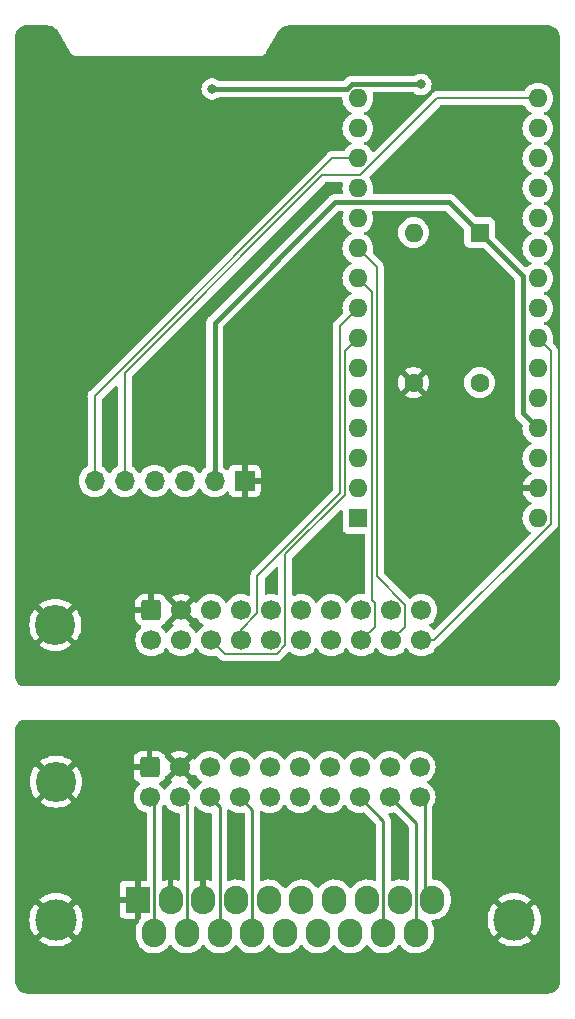
<source format=gbr>
%TF.GenerationSoftware,KiCad,Pcbnew,(7.0.0-0)*%
%TF.CreationDate,2023-09-07T02:08:45+09:00*%
%TF.ProjectId,SPSD_DIY_NANO,53505344-5f44-4495-995f-4e414e4f2e6b,rev?*%
%TF.SameCoordinates,Original*%
%TF.FileFunction,Copper,L1,Top*%
%TF.FilePolarity,Positive*%
%FSLAX46Y46*%
G04 Gerber Fmt 4.6, Leading zero omitted, Abs format (unit mm)*
G04 Created by KiCad (PCBNEW (7.0.0-0)) date 2023-09-07 02:08:45*
%MOMM*%
%LPD*%
G01*
G04 APERTURE LIST*
G04 Aperture macros list*
%AMRoundRect*
0 Rectangle with rounded corners*
0 $1 Rounding radius*
0 $2 $3 $4 $5 $6 $7 $8 $9 X,Y pos of 4 corners*
0 Add a 4 corners polygon primitive as box body*
4,1,4,$2,$3,$4,$5,$6,$7,$8,$9,$2,$3,0*
0 Add four circle primitives for the rounded corners*
1,1,$1+$1,$2,$3*
1,1,$1+$1,$4,$5*
1,1,$1+$1,$6,$7*
1,1,$1+$1,$8,$9*
0 Add four rect primitives between the rounded corners*
20,1,$1+$1,$2,$3,$4,$5,0*
20,1,$1+$1,$4,$5,$6,$7,0*
20,1,$1+$1,$6,$7,$8,$9,0*
20,1,$1+$1,$8,$9,$2,$3,0*%
G04 Aperture macros list end*
%TA.AperFunction,ComponentPad*%
%ADD10C,3.400000*%
%TD*%
%TA.AperFunction,ComponentPad*%
%ADD11R,1.600000X1.600000*%
%TD*%
%TA.AperFunction,ComponentPad*%
%ADD12C,1.600000*%
%TD*%
%TA.AperFunction,ComponentPad*%
%ADD13O,1.600000X1.600000*%
%TD*%
%TA.AperFunction,ComponentPad*%
%ADD14R,2.100000X2.200000*%
%TD*%
%TA.AperFunction,ComponentPad*%
%ADD15O,2.100000X2.400000*%
%TD*%
%TA.AperFunction,ComponentPad*%
%ADD16C,3.500000*%
%TD*%
%TA.AperFunction,ComponentPad*%
%ADD17R,1.700000X1.700000*%
%TD*%
%TA.AperFunction,ComponentPad*%
%ADD18O,1.700000X1.700000*%
%TD*%
%TA.AperFunction,ComponentPad*%
%ADD19RoundRect,0.250000X-0.600000X0.600000X-0.600000X-0.600000X0.600000X-0.600000X0.600000X0.600000X0*%
%TD*%
%TA.AperFunction,ComponentPad*%
%ADD20C,1.700000*%
%TD*%
%TA.AperFunction,ViaPad*%
%ADD21C,0.600000*%
%TD*%
%TA.AperFunction,ViaPad*%
%ADD22C,0.800000*%
%TD*%
%TA.AperFunction,Conductor*%
%ADD23C,0.200000*%
%TD*%
%TA.AperFunction,Conductor*%
%ADD24C,0.250000*%
%TD*%
%TA.AperFunction,Conductor*%
%ADD25C,0.400000*%
%TD*%
G04 APERTURE END LIST*
D10*
%TO.P,,*%
%TO.N,GND*%
X125120000Y-116130000D03*
%TD*%
D11*
%TO.P,D1,1*%
%TO.N,+5v*%
X161035999Y-82930999D03*
D12*
%TO.P,D1,2*%
%TO.N,Pre_+5V*%
X161036000Y-95631000D03*
%TD*%
%TO.P,R1 10K,1*%
%TO.N,GND*%
X155448000Y-95631000D03*
D13*
%TO.P,R1 10K,2*%
%TO.N,EJECT_SW*%
X155447999Y-82930999D03*
%TD*%
D10*
%TO.P,REF\u002A\u002A,*%
%TO.N,GND*%
X125158000Y-129412000D03*
%TD*%
D14*
%TO.P,U1,1,1*%
%TO.N,GND*%
X132099999Y-139399999D03*
D15*
%TO.P,U1,2,2*%
X134869999Y-139399999D03*
%TO.P,U1,3,3*%
X137639999Y-139399999D03*
%TO.P,U1,4,4*%
%TO.N,/EN3.5*%
X140409999Y-139399999D03*
%TO.P,U1,5,5*%
%TO.N,N/C*%
X143179999Y-139399999D03*
%TO.P,U1,6,6*%
%TO.N,+5v*%
X145949999Y-139399999D03*
%TO.P,U1,7,7*%
%TO.N,N/C*%
X148719999Y-139399999D03*
%TO.P,U1,8,8*%
X151489999Y-139399999D03*
%TO.P,U1,9,9*%
X154259999Y-139399999D03*
%TO.P,U1,10,10*%
%TO.N,WRPROT*%
X157029999Y-139399999D03*
%TO.P,U1,11,11*%
%TO.N,PH0*%
X133484999Y-142239999D03*
%TO.P,U1,12,12*%
%TO.N,PH1*%
X136254999Y-142239999D03*
%TO.P,U1,13,13*%
%TO.N,PH2*%
X139024999Y-142239999D03*
%TO.P,U1,14,P14*%
%TO.N,PH3*%
X141794999Y-142239999D03*
%TO.P,U1,15,P15*%
%TO.N,/WREQ*%
X144564999Y-142239999D03*
%TO.P,U1,16,P16*%
%TO.N,SEL*%
X147334999Y-142239999D03*
%TO.P,U1,17,P17*%
%TO.N,DRIVE1*%
X150104999Y-142239999D03*
%TO.P,U1,18,P18*%
%TO.N,RD*%
X152874999Y-142239999D03*
%TO.P,U1,19,P19*%
%TO.N,WR*%
X155644999Y-142239999D03*
D16*
%TO.P,U1,21*%
%TO.N,GND*%
X125165000Y-141110000D03*
%TO.P,U1,22*%
X163965000Y-141110000D03*
%TD*%
D17*
%TO.P,U2,1*%
%TO.N,GND*%
X141139999Y-103939999D03*
D18*
%TO.P,U2,2*%
%TO.N,+5v*%
X138599999Y-103939999D03*
%TO.P,U2,3*%
%TO.N,MISO*%
X136059999Y-103939999D03*
%TO.P,U2,4*%
%TO.N,MOSI*%
X133519999Y-103939999D03*
%TO.P,U2,5*%
%TO.N,SCK*%
X130979999Y-103939999D03*
%TO.P,U2,6*%
%TO.N,CS*%
X128439999Y-103939999D03*
%TD*%
D19*
%TO.P,J1,1,Pin_1*%
%TO.N,GND*%
X133090000Y-128170000D03*
D20*
%TO.P,J1,2,Pin_2*%
%TO.N,PH0*%
X133090000Y-130710000D03*
%TO.P,J1,3,Pin_3*%
%TO.N,GND*%
X135630000Y-128170000D03*
%TO.P,J1,4,Pin_4*%
%TO.N,PH1*%
X135630000Y-130710000D03*
%TO.P,J1,5,Pin_5*%
%TO.N,N/C*%
X138170000Y-128170000D03*
%TO.P,J1,6,Pin_6*%
%TO.N,PH2*%
X138170000Y-130710000D03*
%TO.P,J1,7,Pin_7*%
%TO.N,/EN3.5*%
X140710000Y-128170000D03*
%TO.P,J1,8,Pin_8*%
%TO.N,PH3*%
X140710000Y-130710000D03*
%TO.P,J1,9,Pin_9*%
%TO.N,N/C*%
X143250000Y-128170000D03*
%TO.P,J1,10,Pin_10*%
%TO.N,/WREQ*%
X143250000Y-130710000D03*
%TO.P,J1,11,Pin_11*%
%TO.N,+5v*%
X145790000Y-128170000D03*
%TO.P,J1,12,Pin_12*%
%TO.N,SEL*%
X145790000Y-130710000D03*
%TO.P,J1,13,Pin_13*%
%TO.N,N/C*%
X148330000Y-128170000D03*
%TO.P,J1,14,Pin_14*%
%TO.N,DRIVE1*%
X148330000Y-130710000D03*
%TO.P,J1,15,Pin_15*%
%TO.N,N/C*%
X150870000Y-128170000D03*
%TO.P,J1,16,Pin_16*%
%TO.N,RD*%
X150870000Y-130710000D03*
%TO.P,J1,17,Pin_17*%
%TO.N,N/C*%
X153410000Y-128170000D03*
%TO.P,J1,18,Pin_18*%
%TO.N,WR*%
X153410000Y-130710000D03*
%TO.P,J1,19,Pin_19*%
%TO.N,N/C*%
X155950000Y-128170000D03*
%TO.P,J1,20,Pin_20*%
%TO.N,WRPROT*%
X155950000Y-130710000D03*
%TD*%
D19*
%TO.P,J1,1,Pin_1*%
%TO.N,GND*%
X133240000Y-114900000D03*
D20*
%TO.P,J1,2,Pin_2*%
%TO.N,PH0*%
X133240000Y-117440000D03*
%TO.P,J1,3,Pin_3*%
%TO.N,GND*%
X135780000Y-114900000D03*
%TO.P,J1,4,Pin_4*%
%TO.N,PH1*%
X135780000Y-117440000D03*
%TO.P,J1,5,Pin_5*%
%TO.N,N/C*%
X138320000Y-114900000D03*
%TO.P,J1,6,Pin_6*%
%TO.N,PH2*%
X138320000Y-117440000D03*
%TO.P,J1,7,Pin_7*%
%TO.N,N/C*%
X140860000Y-114900000D03*
%TO.P,J1,8,Pin_8*%
%TO.N,PH3*%
X140860000Y-117440000D03*
%TO.P,J1,9,Pin_9*%
%TO.N,N/C*%
X143400000Y-114900000D03*
%TO.P,J1,10,Pin_10*%
X143400000Y-117440000D03*
%TO.P,J1,11,Pin_11*%
%TO.N,Pre_+5V*%
X145940000Y-114900000D03*
%TO.P,J1,12,Pin_12*%
%TO.N,N/C*%
X145940000Y-117440000D03*
%TO.P,J1,13,Pin_13*%
X148480000Y-114900000D03*
%TO.P,J1,14,Pin_14*%
X148480000Y-117440000D03*
%TO.P,J1,15,Pin_15*%
X151020000Y-114900000D03*
%TO.P,J1,16,Pin_16*%
%TO.N,RD*%
X151020000Y-117440000D03*
%TO.P,J1,17,Pin_17*%
%TO.N,N/C*%
X153560000Y-114900000D03*
%TO.P,J1,18,Pin_18*%
%TO.N,WR*%
X153560000Y-117440000D03*
%TO.P,J1,19,Pin_19*%
%TO.N,N/C*%
X156100000Y-114900000D03*
%TO.P,J1,20,Pin_20*%
%TO.N,WRPROT*%
X156100000Y-117440000D03*
%TD*%
D11*
%TO.P,U1,1*%
%TO.N,N/C*%
X150729999Y-107109999D03*
D13*
%TO.P,U1,2*%
X150729999Y-104569999D03*
%TO.P,U1,3*%
X150729999Y-102029999D03*
%TO.P,U1,4*%
%TO.N,GND*%
X150729999Y-99489999D03*
%TO.P,U1,5*%
%TO.N,PH0*%
X150729999Y-96949999D03*
%TO.P,U1,6*%
%TO.N,PH1*%
X150729999Y-94409999D03*
%TO.P,U1,7*%
%TO.N,PH2*%
X150729999Y-91869999D03*
%TO.P,U1,8*%
%TO.N,PH3*%
X150729999Y-89329999D03*
%TO.P,U1,9*%
%TO.N,RD*%
X150729999Y-86789999D03*
%TO.P,U1,10*%
%TO.N,WR*%
X150729999Y-84249999D03*
%TO.P,U1,11*%
%TO.N,N/C*%
X150729999Y-81709999D03*
%TO.P,U1,12*%
X150729999Y-79169999D03*
%TO.P,U1,13*%
%TO.N,CS*%
X150729999Y-76629999D03*
%TO.P,U1,14*%
%TO.N,MOSI*%
X150729999Y-74089999D03*
%TO.P,U1,15*%
%TO.N,MISO*%
X150729999Y-71549999D03*
%TO.P,U1,16*%
%TO.N,SCK*%
X165969999Y-71549999D03*
%TO.P,U1,17*%
%TO.N,+3.3V*%
X165969999Y-74089999D03*
%TO.P,U1,18*%
%TO.N,N/C*%
X165969999Y-76629999D03*
%TO.P,U1,19*%
X165969999Y-79169999D03*
%TO.P,U1,20*%
X165969999Y-81709999D03*
%TO.P,U1,21*%
X165969999Y-84249999D03*
%TO.P,U1,22*%
%TO.N,EJECT_SW*%
X165969999Y-86789999D03*
%TO.P,U1,23*%
%TO.N,ACT_LED*%
X165969999Y-89329999D03*
%TO.P,U1,24*%
%TO.N,WRPROT*%
X165969999Y-91869999D03*
%TO.P,U1,25*%
%TO.N,N/C*%
X165969999Y-94409999D03*
%TO.P,U1,26*%
X165969999Y-96949999D03*
%TO.P,U1,27*%
%TO.N,+5v*%
X165969999Y-99489999D03*
%TO.P,U1,28*%
%TO.N,N/C*%
X165969999Y-102029999D03*
%TO.P,U1,29*%
%TO.N,GND*%
X165969999Y-104569999D03*
%TO.P,U1,30*%
%TO.N,N/C*%
X165969999Y-107109999D03*
%TD*%
D21*
%TO.N,GND*%
X131160000Y-141800000D03*
X166620000Y-109780000D03*
X153090000Y-71510000D03*
X137060000Y-74910000D03*
X134670000Y-132290000D03*
X137160000Y-102235000D03*
X140470000Y-132410000D03*
X150495000Y-111760000D03*
X154260000Y-137250000D03*
X137820000Y-108670000D03*
X138000000Y-137280000D03*
X154030000Y-108320000D03*
X125095000Y-69215000D03*
X126910000Y-96740000D03*
X148890000Y-71900000D03*
X139780000Y-102210000D03*
X153350000Y-98500000D03*
X129540000Y-97790000D03*
X142875000Y-102235000D03*
X138510000Y-126250000D03*
X152550000Y-81540000D03*
X151118000Y-132392000D03*
X149225000Y-83185000D03*
X137468000Y-144072000D03*
X160740000Y-126130000D03*
X157530000Y-118720000D03*
X143450000Y-113180000D03*
X148398000Y-132412000D03*
X129540000Y-102235000D03*
X162850000Y-86340000D03*
X158300000Y-137600000D03*
X130810000Y-90805000D03*
X153180000Y-74470000D03*
X164190000Y-69430000D03*
X127000000Y-102235000D03*
X140910000Y-109970000D03*
X153150000Y-77260000D03*
X145928000Y-132432000D03*
X137795000Y-69215000D03*
X164465000Y-75565000D03*
X159920000Y-98690000D03*
X163195000Y-81915000D03*
X159420000Y-83730000D03*
X132518000Y-137232000D03*
X164465000Y-103505000D03*
X147955000Y-104902000D03*
X147180000Y-118750000D03*
X143820000Y-106460000D03*
X148810000Y-69650000D03*
X134510000Y-118860000D03*
X140335000Y-90805000D03*
X137287000Y-118872000D03*
X155050000Y-79270000D03*
X147500000Y-100580000D03*
X125095000Y-74930000D03*
X158030000Y-72630000D03*
X140730000Y-137240000D03*
X134620000Y-102235000D03*
X145920000Y-137280000D03*
D22*
X165828000Y-145482000D03*
D21*
X137290000Y-132240000D03*
X147320000Y-95885000D03*
X149200000Y-89550000D03*
X161940000Y-111290000D03*
X140910000Y-113110000D03*
X157570000Y-81550000D03*
X148920000Y-74480000D03*
X142230000Y-81030000D03*
X148570000Y-79190000D03*
X156020000Y-112020000D03*
X158638000Y-141742000D03*
X143148000Y-137302000D03*
X154305000Y-103505000D03*
X137160000Y-93980000D03*
X126890000Y-73750000D03*
D22*
X165930000Y-125910000D03*
D21*
X167170000Y-90560000D03*
X139860000Y-87470000D03*
X152990000Y-69270000D03*
X135170000Y-137320000D03*
X153728000Y-132342000D03*
X143238000Y-132422000D03*
X135890000Y-72390000D03*
X132080000Y-102235000D03*
X150760000Y-124900000D03*
X146685000Y-111760000D03*
X163260000Y-132810000D03*
X145240000Y-124960000D03*
X135170000Y-95110000D03*
X157390000Y-129300000D03*
X152560000Y-84580000D03*
X138150000Y-112220000D03*
X151458000Y-144042000D03*
X148730000Y-137300000D03*
X132080000Y-96520000D03*
D22*
X123680000Y-145410000D03*
D21*
X151530000Y-137300000D03*
X162140000Y-98700000D03*
D22*
%TO.N,+5v*%
X138390000Y-70770000D03*
X156060000Y-70380000D03*
%TD*%
D23*
%TO.N,GND*%
X167753914Y-108646086D02*
X166620000Y-109780000D01*
X167170000Y-90560000D02*
X167740049Y-91130049D01*
X167740049Y-91130049D02*
X167753914Y-108646086D01*
D24*
%TO.N,PH0*%
X133485000Y-131105000D02*
X133485000Y-142240000D01*
X133090000Y-130710000D02*
X133485000Y-131105000D01*
%TO.N,PH1*%
X136255000Y-131335000D02*
X136255000Y-142240000D01*
X135630000Y-130710000D02*
X136255000Y-131335000D01*
D23*
%TO.N,PH2*%
X144590000Y-110172000D02*
X149630000Y-105132000D01*
X138320000Y-117440000D02*
X139470000Y-118590000D01*
X139470000Y-118590000D02*
X143876346Y-118590000D01*
D24*
X139025000Y-131565000D02*
X139025000Y-142240000D01*
X138170000Y-130710000D02*
X139025000Y-131565000D01*
D23*
X149630000Y-92970000D02*
X150730000Y-91870000D01*
X144590000Y-117876346D02*
X144590000Y-110172000D01*
D24*
X139185000Y-141919564D02*
X139427936Y-142162500D01*
D23*
X149630000Y-105132000D02*
X149630000Y-92970000D01*
X143876346Y-118590000D02*
X144590000Y-117876346D01*
%TO.N,PH3*%
X149230000Y-104966314D02*
X149230000Y-90830000D01*
X140860000Y-116530000D02*
X142230000Y-115160000D01*
D24*
X140710000Y-130710000D02*
X141785000Y-131785000D01*
D23*
X140860000Y-117440000D02*
X140860000Y-116530000D01*
D24*
X141785000Y-131785000D02*
X141785000Y-142230000D01*
X141785000Y-142230000D02*
X141795000Y-142240000D01*
D23*
X142230000Y-115160000D02*
X142230000Y-111966314D01*
X142230000Y-111966314D02*
X149230000Y-104966314D01*
X149230000Y-90830000D02*
X150730000Y-89330000D01*
D24*
%TO.N,SEL*%
X147345000Y-142230000D02*
X147335000Y-142240000D01*
D25*
%TO.N,+5v*%
X138600000Y-103940000D02*
X138600000Y-90570000D01*
X148800000Y-80370000D02*
X158475000Y-80370000D01*
X161150000Y-83045000D02*
X164720000Y-86615000D01*
X158475000Y-80370000D02*
X161036000Y-82931000D01*
X164720000Y-86615000D02*
X164720000Y-98240000D01*
X149812943Y-70770000D02*
X138390000Y-70770000D01*
X164720000Y-98240000D02*
X165970000Y-99490000D01*
X156030000Y-70350000D02*
X150232943Y-70350000D01*
X138600000Y-90570000D02*
X148800000Y-80370000D01*
X150232943Y-70350000D02*
X149812943Y-70770000D01*
D24*
%TO.N,DRIVE1*%
X150115000Y-142230000D02*
X150105000Y-142240000D01*
%TO.N,RD*%
X152875000Y-132715000D02*
X152875000Y-142240000D01*
D23*
X151910000Y-87970000D02*
X150730000Y-86790000D01*
X151020000Y-117440000D02*
X152170000Y-116290000D01*
D24*
X150870000Y-130710000D02*
X152875000Y-132715000D01*
D23*
X152170000Y-116290000D02*
X152170000Y-114280000D01*
X152170000Y-114280000D02*
X151910000Y-114020000D01*
X151910000Y-114020000D02*
X151910000Y-87970000D01*
%TO.N,WR*%
X152310000Y-112023654D02*
X152310000Y-85830000D01*
D24*
X155645000Y-132945000D02*
X155645000Y-142240000D01*
X153410000Y-130710000D02*
X155645000Y-132945000D01*
D23*
X154710000Y-116290000D02*
X154710000Y-114423654D01*
X153560000Y-117440000D02*
X154710000Y-116290000D01*
X154710000Y-114423654D02*
X152310000Y-112023654D01*
X152310000Y-85830000D02*
X150730000Y-84250000D01*
D24*
%TO.N,WRPROT*%
X155950000Y-130710000D02*
X156400000Y-131160000D01*
D23*
X167070000Y-107565635D02*
X167070000Y-92970000D01*
X157195635Y-117440000D02*
X167070000Y-107565635D01*
D24*
X156400000Y-131160000D02*
X156400000Y-138770000D01*
D23*
X156100000Y-117440000D02*
X157195635Y-117440000D01*
X167070000Y-92970000D02*
X165970000Y-91870000D01*
D24*
X156400000Y-138770000D02*
X157030000Y-139400000D01*
D23*
%TO.N,SCK*%
X130980000Y-94824365D02*
X130980000Y-103940000D01*
X147734365Y-78070000D02*
X130980000Y-94824365D01*
X150951471Y-78070000D02*
X147734365Y-78070000D01*
X157471471Y-71550000D02*
X150951471Y-78070000D01*
X165970000Y-71550000D02*
X157471471Y-71550000D01*
%TO.N,CS*%
X128440000Y-96770000D02*
X128440000Y-103940000D01*
X148580000Y-76630000D02*
X128440000Y-96770000D01*
X150730000Y-76630000D02*
X148580000Y-76630000D01*
%TD*%
%TA.AperFunction,Conductor*%
%TO.N,GND*%
G36*
X137058858Y-131504757D02*
G01*
X137106075Y-131545084D01*
X137128395Y-131576961D01*
X137128401Y-131576968D01*
X137131505Y-131581401D01*
X137298599Y-131748495D01*
X137303031Y-131751598D01*
X137303033Y-131751600D01*
X137358818Y-131790661D01*
X137492170Y-131884035D01*
X137706337Y-131983903D01*
X137934592Y-132045063D01*
X138170000Y-132065659D01*
X138264693Y-132057374D01*
X138331151Y-132070091D01*
X138381038Y-132115805D01*
X138399500Y-132180902D01*
X138399500Y-137700670D01*
X138385297Y-137758296D01*
X138345940Y-137802720D01*
X138290446Y-137823766D01*
X138231529Y-137816612D01*
X138077309Y-137758124D01*
X138067745Y-137755353D01*
X137903512Y-137721825D01*
X137892434Y-137722048D01*
X137890000Y-137732857D01*
X137890000Y-139526000D01*
X137873387Y-139588000D01*
X137828000Y-139633387D01*
X137766000Y-139650000D01*
X137004500Y-139650000D01*
X136942500Y-139633387D01*
X136897113Y-139588000D01*
X136880500Y-139526000D01*
X136880500Y-139274000D01*
X136897113Y-139212000D01*
X136942500Y-139166613D01*
X137004500Y-139150000D01*
X137373674Y-139150000D01*
X137386549Y-139146549D01*
X137390000Y-139133674D01*
X137390000Y-137736567D01*
X137386158Y-137723305D01*
X137372532Y-137721090D01*
X137333917Y-137725779D01*
X137324143Y-137727775D01*
X137093377Y-137794618D01*
X137084058Y-137798152D01*
X137057658Y-137810680D01*
X136997013Y-137822426D01*
X136938226Y-137803456D01*
X136895886Y-137758477D01*
X136880500Y-137698652D01*
X136880500Y-131616207D01*
X136896047Y-131556091D01*
X136938790Y-131511049D01*
X136998011Y-131492377D01*
X137058858Y-131504757D01*
G37*
%TD.AperFunction*%
%TA.AperFunction,Conductor*%
G36*
X134417257Y-131356976D02*
G01*
X134461575Y-131395842D01*
X134588395Y-131576961D01*
X134588401Y-131576968D01*
X134591505Y-131581401D01*
X134758599Y-131748495D01*
X134763031Y-131751598D01*
X134763033Y-131751600D01*
X134818818Y-131790661D01*
X134952170Y-131884035D01*
X135166337Y-131983903D01*
X135394592Y-132045063D01*
X135493177Y-132053688D01*
X135516308Y-132055712D01*
X135573639Y-132075640D01*
X135614645Y-132120390D01*
X135629500Y-132179240D01*
X135629500Y-137700670D01*
X135615297Y-137758296D01*
X135575940Y-137802720D01*
X135520446Y-137823766D01*
X135461529Y-137816612D01*
X135307309Y-137758124D01*
X135297745Y-137755353D01*
X135133512Y-137721825D01*
X135122434Y-137722048D01*
X135120000Y-137732857D01*
X135120000Y-139133674D01*
X135123450Y-139146549D01*
X135136326Y-139150000D01*
X135505500Y-139150000D01*
X135567500Y-139166613D01*
X135612887Y-139212000D01*
X135629500Y-139274000D01*
X135629500Y-139526000D01*
X135612887Y-139588000D01*
X135567500Y-139633387D01*
X135505500Y-139650000D01*
X134234500Y-139650000D01*
X134172500Y-139633387D01*
X134127113Y-139588000D01*
X134110500Y-139526000D01*
X134110500Y-139274000D01*
X134127113Y-139212000D01*
X134172500Y-139166613D01*
X134234500Y-139150000D01*
X134603674Y-139150000D01*
X134616549Y-139146549D01*
X134620000Y-139133674D01*
X134620000Y-137736567D01*
X134616158Y-137723305D01*
X134602532Y-137721090D01*
X134563917Y-137725779D01*
X134554143Y-137727775D01*
X134323377Y-137794618D01*
X134314058Y-137798152D01*
X134287658Y-137810680D01*
X134227013Y-137822426D01*
X134168226Y-137803456D01*
X134125886Y-137758477D01*
X134110500Y-137698652D01*
X134110500Y-131646198D01*
X134116239Y-131608911D01*
X134132925Y-131575075D01*
X134258425Y-131395842D01*
X134302743Y-131356976D01*
X134360000Y-131342965D01*
X134417257Y-131356976D01*
G37*
%TD.AperFunction*%
%TA.AperFunction,Conductor*%
G36*
X149657257Y-131356976D02*
G01*
X149701575Y-131395842D01*
X149828395Y-131576961D01*
X149828401Y-131576968D01*
X149831505Y-131581401D01*
X149998599Y-131748495D01*
X150003031Y-131751598D01*
X150003033Y-131751600D01*
X150058818Y-131790661D01*
X150192170Y-131884035D01*
X150406337Y-131983903D01*
X150634592Y-132045063D01*
X150870000Y-132065659D01*
X151105408Y-132045063D01*
X151205874Y-132018143D01*
X151270059Y-132018143D01*
X151325647Y-132050237D01*
X152213181Y-132937772D01*
X152240061Y-132978000D01*
X152249500Y-133025453D01*
X152249500Y-137700136D01*
X152235297Y-137757762D01*
X152195940Y-137802186D01*
X152140446Y-137823232D01*
X152081530Y-137816078D01*
X151922780Y-137755872D01*
X151917892Y-137754874D01*
X151917885Y-137754872D01*
X151682395Y-137706797D01*
X151682391Y-137706796D01*
X151677500Y-137705798D01*
X151672513Y-137705597D01*
X151672505Y-137705596D01*
X151432367Y-137695919D01*
X151432359Y-137695919D01*
X151427365Y-137695718D01*
X151422399Y-137696320D01*
X151422398Y-137696321D01*
X151218407Y-137721090D01*
X151178851Y-137725893D01*
X151174050Y-137727283D01*
X151174043Y-137727285D01*
X150943199Y-137794149D01*
X150943189Y-137794152D01*
X150938396Y-137795541D01*
X150933893Y-137797677D01*
X150933879Y-137797683D01*
X150716745Y-137900715D01*
X150716738Y-137900718D01*
X150712228Y-137902859D01*
X150708121Y-137905693D01*
X150708112Y-137905699D01*
X150510313Y-138042230D01*
X150510304Y-138042236D01*
X150506203Y-138045068D01*
X150502612Y-138048517D01*
X150502600Y-138048527D01*
X150329258Y-138215026D01*
X150329251Y-138215033D01*
X150325659Y-138218484D01*
X150322664Y-138222468D01*
X150322660Y-138222474D01*
X150203632Y-138380871D01*
X150157659Y-138418407D01*
X150099508Y-138430278D01*
X150042502Y-138413766D01*
X149999698Y-138372654D01*
X149963568Y-138315519D01*
X149797563Y-138128138D01*
X149695821Y-138045068D01*
X149607517Y-137972969D01*
X149607514Y-137972967D01*
X149603650Y-137969812D01*
X149386850Y-137844643D01*
X149339319Y-137826617D01*
X149157450Y-137757643D01*
X149157448Y-137757642D01*
X149152780Y-137755872D01*
X149147892Y-137754874D01*
X149147885Y-137754872D01*
X148912395Y-137706797D01*
X148912391Y-137706796D01*
X148907500Y-137705798D01*
X148902513Y-137705597D01*
X148902505Y-137705596D01*
X148662367Y-137695919D01*
X148662359Y-137695919D01*
X148657365Y-137695718D01*
X148652399Y-137696320D01*
X148652398Y-137696321D01*
X148448407Y-137721090D01*
X148408851Y-137725893D01*
X148404050Y-137727283D01*
X148404043Y-137727285D01*
X148173199Y-137794149D01*
X148173189Y-137794152D01*
X148168396Y-137795541D01*
X148163893Y-137797677D01*
X148163879Y-137797683D01*
X147946745Y-137900715D01*
X147946738Y-137900718D01*
X147942228Y-137902859D01*
X147938121Y-137905693D01*
X147938112Y-137905699D01*
X147740313Y-138042230D01*
X147740304Y-138042236D01*
X147736203Y-138045068D01*
X147732612Y-138048517D01*
X147732600Y-138048527D01*
X147559258Y-138215026D01*
X147559251Y-138215033D01*
X147555659Y-138218484D01*
X147552664Y-138222468D01*
X147552660Y-138222474D01*
X147433632Y-138380871D01*
X147387659Y-138418407D01*
X147329508Y-138430278D01*
X147272502Y-138413766D01*
X147229698Y-138372654D01*
X147193568Y-138315519D01*
X147027563Y-138128138D01*
X146925821Y-138045068D01*
X146837517Y-137972969D01*
X146837514Y-137972967D01*
X146833650Y-137969812D01*
X146616850Y-137844643D01*
X146569319Y-137826617D01*
X146387450Y-137757643D01*
X146387448Y-137757642D01*
X146382780Y-137755872D01*
X146377892Y-137754874D01*
X146377885Y-137754872D01*
X146142395Y-137706797D01*
X146142391Y-137706796D01*
X146137500Y-137705798D01*
X146132513Y-137705597D01*
X146132505Y-137705596D01*
X145892367Y-137695919D01*
X145892359Y-137695919D01*
X145887365Y-137695718D01*
X145882399Y-137696320D01*
X145882398Y-137696321D01*
X145678407Y-137721090D01*
X145638851Y-137725893D01*
X145634050Y-137727283D01*
X145634043Y-137727285D01*
X145403199Y-137794149D01*
X145403189Y-137794152D01*
X145398396Y-137795541D01*
X145393893Y-137797677D01*
X145393879Y-137797683D01*
X145176745Y-137900715D01*
X145176738Y-137900718D01*
X145172228Y-137902859D01*
X145168121Y-137905693D01*
X145168112Y-137905699D01*
X144970313Y-138042230D01*
X144970304Y-138042236D01*
X144966203Y-138045068D01*
X144962612Y-138048517D01*
X144962600Y-138048527D01*
X144789258Y-138215026D01*
X144789251Y-138215033D01*
X144785659Y-138218484D01*
X144782664Y-138222468D01*
X144782660Y-138222474D01*
X144663632Y-138380871D01*
X144617659Y-138418407D01*
X144559508Y-138430278D01*
X144502502Y-138413766D01*
X144459698Y-138372654D01*
X144423568Y-138315519D01*
X144257563Y-138128138D01*
X144155821Y-138045068D01*
X144067517Y-137972969D01*
X144067514Y-137972967D01*
X144063650Y-137969812D01*
X143846850Y-137844643D01*
X143799319Y-137826617D01*
X143617450Y-137757643D01*
X143617448Y-137757642D01*
X143612780Y-137755872D01*
X143607892Y-137754874D01*
X143607885Y-137754872D01*
X143372395Y-137706797D01*
X143372391Y-137706796D01*
X143367500Y-137705798D01*
X143362513Y-137705597D01*
X143362505Y-137705596D01*
X143122367Y-137695919D01*
X143122359Y-137695919D01*
X143117365Y-137695718D01*
X143112399Y-137696320D01*
X143112398Y-137696321D01*
X142908407Y-137721090D01*
X142868851Y-137725893D01*
X142864050Y-137727283D01*
X142864043Y-137727285D01*
X142633199Y-137794149D01*
X142633189Y-137794152D01*
X142628396Y-137795541D01*
X142623892Y-137797678D01*
X142623874Y-137797685D01*
X142587657Y-137814871D01*
X142527012Y-137826617D01*
X142468226Y-137807646D01*
X142425886Y-137762668D01*
X142410500Y-137702843D01*
X142410500Y-132003288D01*
X142425786Y-131943645D01*
X142467875Y-131898707D01*
X142526390Y-131879553D01*
X142586904Y-131890905D01*
X142786337Y-131983903D01*
X143014592Y-132045063D01*
X143250000Y-132065659D01*
X143485408Y-132045063D01*
X143713663Y-131983903D01*
X143927830Y-131884035D01*
X144121401Y-131748495D01*
X144288495Y-131581401D01*
X144313925Y-131545084D01*
X144418425Y-131395842D01*
X144462743Y-131356976D01*
X144520000Y-131342965D01*
X144577257Y-131356976D01*
X144621575Y-131395842D01*
X144748395Y-131576961D01*
X144748401Y-131576968D01*
X144751505Y-131581401D01*
X144918599Y-131748495D01*
X144923031Y-131751598D01*
X144923033Y-131751600D01*
X144978818Y-131790661D01*
X145112170Y-131884035D01*
X145326337Y-131983903D01*
X145554592Y-132045063D01*
X145790000Y-132065659D01*
X146025408Y-132045063D01*
X146253663Y-131983903D01*
X146467830Y-131884035D01*
X146661401Y-131748495D01*
X146828495Y-131581401D01*
X146853925Y-131545084D01*
X146958425Y-131395842D01*
X147002743Y-131356976D01*
X147060000Y-131342965D01*
X147117257Y-131356976D01*
X147161575Y-131395842D01*
X147288395Y-131576961D01*
X147288401Y-131576968D01*
X147291505Y-131581401D01*
X147458599Y-131748495D01*
X147463031Y-131751598D01*
X147463033Y-131751600D01*
X147518818Y-131790661D01*
X147652170Y-131884035D01*
X147866337Y-131983903D01*
X148094592Y-132045063D01*
X148330000Y-132065659D01*
X148565408Y-132045063D01*
X148793663Y-131983903D01*
X149007830Y-131884035D01*
X149201401Y-131748495D01*
X149368495Y-131581401D01*
X149393925Y-131545084D01*
X149498425Y-131395842D01*
X149542743Y-131356976D01*
X149600000Y-131342965D01*
X149657257Y-131356976D01*
G37*
%TD.AperFunction*%
%TA.AperFunction,Conductor*%
G36*
X153865646Y-132050236D02*
G01*
X154431782Y-132616373D01*
X154983181Y-133167772D01*
X155010061Y-133208000D01*
X155019500Y-133255453D01*
X155019500Y-137700136D01*
X155005297Y-137757762D01*
X154965940Y-137802186D01*
X154910446Y-137823232D01*
X154851530Y-137816078D01*
X154692780Y-137755872D01*
X154687892Y-137754874D01*
X154687885Y-137754872D01*
X154452395Y-137706797D01*
X154452391Y-137706796D01*
X154447500Y-137705798D01*
X154442513Y-137705597D01*
X154442505Y-137705596D01*
X154202367Y-137695919D01*
X154202359Y-137695919D01*
X154197365Y-137695718D01*
X154192399Y-137696320D01*
X154192398Y-137696321D01*
X153988407Y-137721090D01*
X153948851Y-137725893D01*
X153944050Y-137727283D01*
X153944043Y-137727285D01*
X153713199Y-137794149D01*
X153713189Y-137794152D01*
X153708396Y-137795541D01*
X153703892Y-137797678D01*
X153703874Y-137797685D01*
X153677657Y-137810126D01*
X153617012Y-137821872D01*
X153558226Y-137802901D01*
X153515886Y-137757923D01*
X153500500Y-137698098D01*
X153500500Y-132792771D01*
X153501020Y-132781718D01*
X153502672Y-132774332D01*
X153500561Y-132707144D01*
X153500500Y-132703250D01*
X153500500Y-132679545D01*
X153500500Y-132675650D01*
X153499998Y-132671681D01*
X153499080Y-132660024D01*
X153497954Y-132624173D01*
X153497709Y-132616373D01*
X153492120Y-132597140D01*
X153488174Y-132578083D01*
X153486641Y-132565944D01*
X153485664Y-132558208D01*
X153469582Y-132517591D01*
X153465803Y-132506551D01*
X153455795Y-132472102D01*
X153455793Y-132472099D01*
X153453618Y-132464610D01*
X153449647Y-132457896D01*
X153449645Y-132457891D01*
X153443421Y-132447368D01*
X153434858Y-132429890D01*
X153427486Y-132411268D01*
X153422902Y-132404959D01*
X153422899Y-132404953D01*
X153401817Y-132375937D01*
X153395401Y-132366170D01*
X153377143Y-132335296D01*
X153377140Y-132335292D01*
X153373170Y-132328579D01*
X153359006Y-132314415D01*
X153346368Y-132299618D01*
X153339180Y-132289725D01*
X153339179Y-132289724D01*
X153334594Y-132283413D01*
X153328583Y-132278440D01*
X153324481Y-132274072D01*
X153296016Y-132224530D01*
X153292786Y-132167485D01*
X153315477Y-132115047D01*
X153359272Y-132078351D01*
X153410058Y-132066326D01*
X153410000Y-132065659D01*
X153645408Y-132045063D01*
X153745874Y-132018143D01*
X153810059Y-132018143D01*
X153865646Y-132050236D01*
G37*
%TD.AperFunction*%
%TA.AperFunction,Conductor*%
G36*
X139845624Y-131753414D02*
G01*
X139876698Y-131775172D01*
X140032170Y-131884035D01*
X140246337Y-131983903D01*
X140474592Y-132045063D01*
X140710000Y-132065659D01*
X140945408Y-132045063D01*
X141003407Y-132029521D01*
X141059690Y-132027679D01*
X141110986Y-132050921D01*
X141146712Y-132094453D01*
X141159500Y-132149297D01*
X141159500Y-137696343D01*
X141145297Y-137753969D01*
X141105940Y-137798393D01*
X141050447Y-137819439D01*
X140991529Y-137812285D01*
X140847450Y-137757643D01*
X140847448Y-137757642D01*
X140842780Y-137755872D01*
X140837892Y-137754874D01*
X140837885Y-137754872D01*
X140602395Y-137706797D01*
X140602391Y-137706796D01*
X140597500Y-137705798D01*
X140592513Y-137705597D01*
X140592505Y-137705596D01*
X140352367Y-137695919D01*
X140352359Y-137695919D01*
X140347365Y-137695718D01*
X140342399Y-137696320D01*
X140342398Y-137696321D01*
X140138407Y-137721090D01*
X140098851Y-137725893D01*
X140094050Y-137727283D01*
X140094043Y-137727285D01*
X139863199Y-137794149D01*
X139863189Y-137794152D01*
X139858396Y-137795541D01*
X139853892Y-137797678D01*
X139853874Y-137797685D01*
X139827657Y-137810126D01*
X139767012Y-137821872D01*
X139708226Y-137802901D01*
X139665886Y-137757923D01*
X139650500Y-137698098D01*
X139650500Y-131854989D01*
X139668491Y-131790661D01*
X139717243Y-131745000D01*
X139782610Y-131731254D01*
X139845624Y-131753414D01*
G37*
%TD.AperFunction*%
%TA.AperFunction,Conductor*%
G36*
X126874590Y-124176496D02*
G01*
X126907935Y-124181093D01*
X126984335Y-124202500D01*
X127093421Y-124202500D01*
X127097658Y-124202500D01*
X127209920Y-124187070D01*
X127217705Y-124183688D01*
X127225768Y-124181429D01*
X127259331Y-124176830D01*
X127893750Y-124177381D01*
X127927095Y-124181978D01*
X128000335Y-124202500D01*
X128109421Y-124202500D01*
X128113658Y-124202500D01*
X128225920Y-124187070D01*
X128233708Y-124183686D01*
X128238626Y-124182309D01*
X128272190Y-124177710D01*
X128912912Y-124178266D01*
X128946258Y-124182864D01*
X129016335Y-124202500D01*
X129125421Y-124202500D01*
X129129658Y-124202500D01*
X129241920Y-124187070D01*
X129249705Y-124183687D01*
X129251486Y-124183189D01*
X129285051Y-124178589D01*
X129932069Y-124179152D01*
X129965415Y-124183750D01*
X130032335Y-124202500D01*
X130141421Y-124202500D01*
X130145658Y-124202500D01*
X130257920Y-124187070D01*
X130265051Y-124183972D01*
X130297910Y-124179469D01*
X130951229Y-124180037D01*
X130984574Y-124184634D01*
X131048335Y-124202500D01*
X131157421Y-124202500D01*
X131161658Y-124202500D01*
X131273920Y-124187070D01*
X131279539Y-124184629D01*
X131310770Y-124180349D01*
X167367398Y-124211669D01*
X167404629Y-124217424D01*
X167438413Y-124234094D01*
X167463720Y-124251814D01*
X167480278Y-124265708D01*
X167594292Y-124379722D01*
X167608186Y-124396280D01*
X167700672Y-124528364D01*
X167711479Y-124547083D01*
X167779620Y-124693214D01*
X167787013Y-124713524D01*
X167828748Y-124869279D01*
X167832501Y-124890566D01*
X167847032Y-125056660D01*
X167847504Y-125067350D01*
X167867494Y-146296529D01*
X167867022Y-146307453D01*
X167852501Y-146473433D01*
X167848748Y-146494720D01*
X167807013Y-146650475D01*
X167799620Y-146670785D01*
X167731479Y-146816916D01*
X167720672Y-146835635D01*
X167628186Y-146967719D01*
X167614292Y-146984277D01*
X167500277Y-147098292D01*
X167483719Y-147112186D01*
X167351635Y-147204672D01*
X167332916Y-147215479D01*
X167186785Y-147283620D01*
X167166475Y-147291013D01*
X167010720Y-147332748D01*
X166989434Y-147336501D01*
X166839759Y-147349596D01*
X166823394Y-147351028D01*
X166812588Y-147351500D01*
X122753412Y-147351500D01*
X122742605Y-147351028D01*
X122724275Y-147349424D01*
X122576565Y-147336501D01*
X122555279Y-147332748D01*
X122399524Y-147291013D01*
X122379214Y-147283620D01*
X122233083Y-147215479D01*
X122214364Y-147204672D01*
X122082280Y-147112186D01*
X122065722Y-147098292D01*
X121951707Y-146984277D01*
X121937813Y-146967719D01*
X121845327Y-146835635D01*
X121834520Y-146816916D01*
X121766379Y-146670785D01*
X121758986Y-146650475D01*
X121717251Y-146494720D01*
X121713498Y-146473433D01*
X121698973Y-146307411D01*
X121698502Y-146296571D01*
X121700116Y-142869418D01*
X123764316Y-142869418D01*
X123771749Y-142880810D01*
X123789290Y-142896194D01*
X123795728Y-142901133D01*
X124034211Y-143060483D01*
X124041225Y-143064533D01*
X124298471Y-143191392D01*
X124305961Y-143194494D01*
X124577563Y-143286692D01*
X124585391Y-143288789D01*
X124866706Y-143344746D01*
X124874728Y-143345802D01*
X125160957Y-143364563D01*
X125169043Y-143364563D01*
X125455271Y-143345802D01*
X125463293Y-143344746D01*
X125744608Y-143288789D01*
X125752436Y-143286692D01*
X126024038Y-143194494D01*
X126031528Y-143191392D01*
X126288774Y-143064533D01*
X126295788Y-143060483D01*
X126534273Y-142901132D01*
X126540707Y-142896195D01*
X126558249Y-142880810D01*
X126565682Y-142869418D01*
X126559007Y-142857560D01*
X125176542Y-141475095D01*
X125165000Y-141468431D01*
X125153457Y-141475095D01*
X123770991Y-142857560D01*
X123764316Y-142869418D01*
X121700116Y-142869418D01*
X121700943Y-141114043D01*
X122910437Y-141114043D01*
X122929197Y-141400271D01*
X122930253Y-141408293D01*
X122986210Y-141689608D01*
X122988307Y-141697436D01*
X123080505Y-141969038D01*
X123083607Y-141976528D01*
X123210466Y-142233774D01*
X123214516Y-142240788D01*
X123373866Y-142479271D01*
X123378806Y-142485709D01*
X123394188Y-142503249D01*
X123405580Y-142510682D01*
X123417437Y-142504008D01*
X124799904Y-141121542D01*
X124806568Y-141110000D01*
X125523431Y-141110000D01*
X125530095Y-141121542D01*
X126912560Y-142504007D01*
X126924418Y-142510682D01*
X126935810Y-142503249D01*
X126951195Y-142485707D01*
X126956132Y-142479273D01*
X127115483Y-142240788D01*
X127119533Y-142233774D01*
X127246392Y-141976528D01*
X127249494Y-141969038D01*
X127341692Y-141697436D01*
X127343789Y-141689608D01*
X127399746Y-141408293D01*
X127400802Y-141400271D01*
X127419563Y-141114043D01*
X127419563Y-141105957D01*
X127400802Y-140819728D01*
X127399746Y-140811706D01*
X127346599Y-140544518D01*
X130550000Y-140544518D01*
X130550353Y-140551114D01*
X130555573Y-140599667D01*
X130559111Y-140614641D01*
X130603547Y-140733777D01*
X130611962Y-140749189D01*
X130687498Y-140850092D01*
X130699907Y-140862501D01*
X130800810Y-140938037D01*
X130816222Y-140946452D01*
X130935358Y-140990888D01*
X130950332Y-140994426D01*
X130998885Y-140999646D01*
X131005482Y-141000000D01*
X131833674Y-141000000D01*
X131846549Y-140996549D01*
X131850000Y-140983674D01*
X131850000Y-139666326D01*
X131846549Y-139653450D01*
X131833674Y-139650000D01*
X130566326Y-139650000D01*
X130553450Y-139653450D01*
X130550000Y-139666326D01*
X130550000Y-140544518D01*
X127346599Y-140544518D01*
X127343789Y-140530391D01*
X127341692Y-140522563D01*
X127249494Y-140250961D01*
X127246392Y-140243471D01*
X127119533Y-139986225D01*
X127115483Y-139979211D01*
X126956133Y-139740728D01*
X126951194Y-139734290D01*
X126935810Y-139716749D01*
X126924418Y-139709316D01*
X126912560Y-139715991D01*
X125530095Y-141098457D01*
X125523431Y-141110000D01*
X124806568Y-141110000D01*
X124799904Y-141098457D01*
X123417437Y-139715990D01*
X123405581Y-139709316D01*
X123394188Y-139716750D01*
X123378801Y-139734296D01*
X123373869Y-139740723D01*
X123214516Y-139979211D01*
X123210466Y-139986225D01*
X123083607Y-140243471D01*
X123080505Y-140250961D01*
X122988307Y-140522563D01*
X122986210Y-140530391D01*
X122930253Y-140811706D01*
X122929197Y-140819728D01*
X122910437Y-141105957D01*
X122910437Y-141114043D01*
X121700943Y-141114043D01*
X121701774Y-139350581D01*
X123764316Y-139350581D01*
X123770990Y-139362437D01*
X125153457Y-140744904D01*
X125165000Y-140751568D01*
X125176542Y-140744904D01*
X126559008Y-139362437D01*
X126565682Y-139350580D01*
X126558249Y-139339188D01*
X126540709Y-139323806D01*
X126534271Y-139318866D01*
X126295788Y-139159516D01*
X126288774Y-139155466D01*
X126244584Y-139133674D01*
X130550000Y-139133674D01*
X130553450Y-139146549D01*
X130566326Y-139150000D01*
X131833674Y-139150000D01*
X131846549Y-139146549D01*
X131850000Y-139133674D01*
X131850000Y-137816326D01*
X131846549Y-137803450D01*
X131833674Y-137800000D01*
X131005482Y-137800000D01*
X130998885Y-137800353D01*
X130950332Y-137805573D01*
X130935358Y-137809111D01*
X130816222Y-137853547D01*
X130800810Y-137861962D01*
X130699907Y-137937498D01*
X130687498Y-137949907D01*
X130611962Y-138050810D01*
X130603547Y-138066222D01*
X130559111Y-138185358D01*
X130555573Y-138200332D01*
X130550353Y-138248885D01*
X130550000Y-138255482D01*
X130550000Y-139133674D01*
X126244584Y-139133674D01*
X126031528Y-139028607D01*
X126024038Y-139025505D01*
X125752436Y-138933307D01*
X125744608Y-138931210D01*
X125463293Y-138875253D01*
X125455271Y-138874197D01*
X125169043Y-138855437D01*
X125160957Y-138855437D01*
X124874728Y-138874197D01*
X124866706Y-138875253D01*
X124585391Y-138931210D01*
X124577563Y-138933307D01*
X124305961Y-139025505D01*
X124298471Y-139028607D01*
X124041225Y-139155466D01*
X124034211Y-139159516D01*
X123795723Y-139318869D01*
X123789296Y-139323801D01*
X123771750Y-139339188D01*
X123764316Y-139350581D01*
X121701774Y-139350581D01*
X121705643Y-131135987D01*
X123792748Y-131135987D01*
X123800181Y-131147379D01*
X123812800Y-131158445D01*
X123819231Y-131163379D01*
X124052265Y-131319089D01*
X124059280Y-131323139D01*
X124310648Y-131447100D01*
X124318137Y-131450201D01*
X124583521Y-131540287D01*
X124591368Y-131542390D01*
X124866243Y-131597065D01*
X124874279Y-131598123D01*
X125153942Y-131616454D01*
X125162058Y-131616454D01*
X125441720Y-131598123D01*
X125449756Y-131597065D01*
X125724631Y-131542390D01*
X125732478Y-131540287D01*
X125997862Y-131450201D01*
X126005351Y-131447100D01*
X126256719Y-131323139D01*
X126263734Y-131319089D01*
X126496769Y-131163379D01*
X126503203Y-131158442D01*
X126515817Y-131147379D01*
X126523250Y-131135987D01*
X126516575Y-131124129D01*
X125169542Y-129777095D01*
X125158000Y-129770431D01*
X125146457Y-129777095D01*
X123799422Y-131124130D01*
X123792748Y-131135987D01*
X121705643Y-131135987D01*
X121706453Y-129416058D01*
X122953546Y-129416058D01*
X122971876Y-129695720D01*
X122972934Y-129703756D01*
X123027609Y-129978631D01*
X123029712Y-129986478D01*
X123119798Y-130251862D01*
X123122899Y-130259351D01*
X123246860Y-130510719D01*
X123250910Y-130517734D01*
X123406618Y-130750766D01*
X123411559Y-130757205D01*
X123422617Y-130769815D01*
X123434012Y-130777250D01*
X123445868Y-130770576D01*
X124792903Y-129423542D01*
X124799567Y-129412000D01*
X125516431Y-129412000D01*
X125523095Y-129423542D01*
X126870129Y-130770575D01*
X126881987Y-130777250D01*
X126893379Y-130769817D01*
X126904442Y-130757203D01*
X126909379Y-130750769D01*
X126936620Y-130710000D01*
X131734341Y-130710000D01*
X131754937Y-130945408D01*
X131756336Y-130950630D01*
X131756337Y-130950634D01*
X131814694Y-131168430D01*
X131814697Y-131168438D01*
X131816097Y-131173663D01*
X131818385Y-131178570D01*
X131818386Y-131178572D01*
X131913678Y-131382927D01*
X131913681Y-131382933D01*
X131915965Y-131387830D01*
X131919064Y-131392257D01*
X131919066Y-131392259D01*
X132048399Y-131576966D01*
X132048402Y-131576970D01*
X132051505Y-131581401D01*
X132218599Y-131748495D01*
X132223031Y-131751598D01*
X132223033Y-131751600D01*
X132278818Y-131790661D01*
X132412170Y-131884035D01*
X132626337Y-131983903D01*
X132631567Y-131985304D01*
X132631569Y-131985305D01*
X132767593Y-132021752D01*
X132815205Y-132046537D01*
X132847882Y-132089122D01*
X132859500Y-132141527D01*
X132859500Y-137676000D01*
X132842887Y-137738000D01*
X132797500Y-137783387D01*
X132735500Y-137800000D01*
X132366326Y-137800000D01*
X132353450Y-137803450D01*
X132350000Y-137816326D01*
X132350000Y-139133674D01*
X132353450Y-139146549D01*
X132366326Y-139150000D01*
X132735500Y-139150000D01*
X132797500Y-139166613D01*
X132842887Y-139212000D01*
X132859500Y-139274000D01*
X132859500Y-139526000D01*
X132842887Y-139588000D01*
X132797500Y-139633387D01*
X132735500Y-139650000D01*
X132366326Y-139650000D01*
X132353450Y-139653450D01*
X132350000Y-139666326D01*
X132350000Y-140978944D01*
X132341942Y-141022914D01*
X132320508Y-141058371D01*
X132320659Y-141058484D01*
X132319542Y-141059969D01*
X132319537Y-141059976D01*
X132317658Y-141062476D01*
X132317654Y-141062482D01*
X132239934Y-141165909D01*
X132170270Y-141258615D01*
X132167952Y-141263030D01*
X132167944Y-141263044D01*
X132056252Y-141475855D01*
X132056248Y-141475864D01*
X132053931Y-141480279D01*
X132052354Y-141485002D01*
X132052350Y-141485012D01*
X131976238Y-141712995D01*
X131976234Y-141713007D01*
X131974657Y-141717734D01*
X131973856Y-141722657D01*
X131973854Y-141722669D01*
X131953901Y-141845449D01*
X131934500Y-141964831D01*
X131934500Y-142452481D01*
X131934698Y-142454936D01*
X131934699Y-142454956D01*
X131939959Y-142520105D01*
X131949600Y-142639527D01*
X132009510Y-142882591D01*
X132011464Y-142887177D01*
X132011467Y-142887186D01*
X132087028Y-143064533D01*
X132107634Y-143112897D01*
X132176238Y-143221385D01*
X132218861Y-143288789D01*
X132241432Y-143324481D01*
X132407437Y-143511862D01*
X132601350Y-143670188D01*
X132818150Y-143795357D01*
X133052220Y-143884128D01*
X133297500Y-143934202D01*
X133547635Y-143944282D01*
X133796149Y-143914107D01*
X134036604Y-143844459D01*
X134262772Y-143737141D01*
X134468797Y-143594932D01*
X134649341Y-143421516D01*
X134771369Y-143259126D01*
X134817340Y-143221592D01*
X134875490Y-143209721D01*
X134932497Y-143226232D01*
X134975301Y-143267345D01*
X135011432Y-143324481D01*
X135177437Y-143511862D01*
X135371350Y-143670188D01*
X135588150Y-143795357D01*
X135822220Y-143884128D01*
X136067500Y-143934202D01*
X136317635Y-143944282D01*
X136566149Y-143914107D01*
X136806604Y-143844459D01*
X137032772Y-143737141D01*
X137238797Y-143594932D01*
X137419341Y-143421516D01*
X137541369Y-143259126D01*
X137587340Y-143221592D01*
X137645490Y-143209721D01*
X137702497Y-143226232D01*
X137745301Y-143267345D01*
X137781432Y-143324481D01*
X137947437Y-143511862D01*
X138141350Y-143670188D01*
X138358150Y-143795357D01*
X138592220Y-143884128D01*
X138837500Y-143934202D01*
X139087635Y-143944282D01*
X139336149Y-143914107D01*
X139576604Y-143844459D01*
X139802772Y-143737141D01*
X140008797Y-143594932D01*
X140189341Y-143421516D01*
X140311369Y-143259126D01*
X140357340Y-143221592D01*
X140415490Y-143209721D01*
X140472497Y-143226232D01*
X140515301Y-143267345D01*
X140551432Y-143324481D01*
X140717437Y-143511862D01*
X140911350Y-143670188D01*
X141128150Y-143795357D01*
X141362220Y-143884128D01*
X141607500Y-143934202D01*
X141857635Y-143944282D01*
X142106149Y-143914107D01*
X142346604Y-143844459D01*
X142572772Y-143737141D01*
X142778797Y-143594932D01*
X142959341Y-143421516D01*
X143081369Y-143259126D01*
X143127340Y-143221592D01*
X143185490Y-143209721D01*
X143242497Y-143226232D01*
X143285301Y-143267345D01*
X143321432Y-143324481D01*
X143487437Y-143511862D01*
X143681350Y-143670188D01*
X143898150Y-143795357D01*
X144132220Y-143884128D01*
X144377500Y-143934202D01*
X144627635Y-143944282D01*
X144876149Y-143914107D01*
X145116604Y-143844459D01*
X145342772Y-143737141D01*
X145548797Y-143594932D01*
X145729341Y-143421516D01*
X145851369Y-143259126D01*
X145897340Y-143221592D01*
X145955490Y-143209721D01*
X146012497Y-143226232D01*
X146055301Y-143267345D01*
X146091432Y-143324481D01*
X146257437Y-143511862D01*
X146451350Y-143670188D01*
X146668150Y-143795357D01*
X146902220Y-143884128D01*
X147147500Y-143934202D01*
X147397635Y-143944282D01*
X147646149Y-143914107D01*
X147886604Y-143844459D01*
X148112772Y-143737141D01*
X148318797Y-143594932D01*
X148499341Y-143421516D01*
X148621369Y-143259126D01*
X148667340Y-143221592D01*
X148725490Y-143209721D01*
X148782497Y-143226232D01*
X148825301Y-143267345D01*
X148861432Y-143324481D01*
X149027437Y-143511862D01*
X149221350Y-143670188D01*
X149438150Y-143795357D01*
X149672220Y-143884128D01*
X149917500Y-143934202D01*
X150167635Y-143944282D01*
X150416149Y-143914107D01*
X150656604Y-143844459D01*
X150882772Y-143737141D01*
X151088797Y-143594932D01*
X151269341Y-143421516D01*
X151391369Y-143259126D01*
X151437340Y-143221592D01*
X151495490Y-143209721D01*
X151552497Y-143226232D01*
X151595301Y-143267345D01*
X151631432Y-143324481D01*
X151797437Y-143511862D01*
X151991350Y-143670188D01*
X152208150Y-143795357D01*
X152442220Y-143884128D01*
X152687500Y-143934202D01*
X152937635Y-143944282D01*
X153186149Y-143914107D01*
X153426604Y-143844459D01*
X153652772Y-143737141D01*
X153858797Y-143594932D01*
X154039341Y-143421516D01*
X154161369Y-143259126D01*
X154207340Y-143221592D01*
X154265490Y-143209721D01*
X154322497Y-143226232D01*
X154365301Y-143267345D01*
X154401432Y-143324481D01*
X154567437Y-143511862D01*
X154761350Y-143670188D01*
X154978150Y-143795357D01*
X155212220Y-143884128D01*
X155457500Y-143934202D01*
X155707635Y-143944282D01*
X155956149Y-143914107D01*
X156196604Y-143844459D01*
X156422772Y-143737141D01*
X156628797Y-143594932D01*
X156809341Y-143421516D01*
X156959730Y-143221385D01*
X157076069Y-142999721D01*
X157119570Y-142869418D01*
X162564316Y-142869418D01*
X162571749Y-142880810D01*
X162589290Y-142896194D01*
X162595728Y-142901133D01*
X162834211Y-143060483D01*
X162841225Y-143064533D01*
X163098471Y-143191392D01*
X163105961Y-143194494D01*
X163377563Y-143286692D01*
X163385391Y-143288789D01*
X163666706Y-143344746D01*
X163674728Y-143345802D01*
X163960957Y-143364563D01*
X163969043Y-143364563D01*
X164255271Y-143345802D01*
X164263293Y-143344746D01*
X164544608Y-143288789D01*
X164552436Y-143286692D01*
X164824038Y-143194494D01*
X164831528Y-143191392D01*
X165088774Y-143064533D01*
X165095788Y-143060483D01*
X165334273Y-142901132D01*
X165340707Y-142896195D01*
X165358249Y-142880810D01*
X165365682Y-142869418D01*
X165359007Y-142857560D01*
X163976542Y-141475095D01*
X163965000Y-141468431D01*
X163953457Y-141475095D01*
X162570991Y-142857560D01*
X162564316Y-142869418D01*
X157119570Y-142869418D01*
X157155343Y-142762266D01*
X157195500Y-142515169D01*
X157195500Y-142027519D01*
X157180400Y-141840473D01*
X157120490Y-141597409D01*
X157022366Y-141367103D01*
X156976256Y-141294186D01*
X156957086Y-141230408D01*
X156973678Y-141165909D01*
X157021246Y-141119296D01*
X157043530Y-141114043D01*
X161710437Y-141114043D01*
X161729197Y-141400271D01*
X161730253Y-141408293D01*
X161786210Y-141689608D01*
X161788307Y-141697436D01*
X161880505Y-141969038D01*
X161883607Y-141976528D01*
X162010466Y-142233774D01*
X162014516Y-142240788D01*
X162173866Y-142479271D01*
X162178806Y-142485709D01*
X162194188Y-142503249D01*
X162205580Y-142510682D01*
X162217437Y-142504008D01*
X163599904Y-141121542D01*
X163606568Y-141110000D01*
X164323431Y-141110000D01*
X164330095Y-141121542D01*
X165712560Y-142504007D01*
X165724418Y-142510682D01*
X165735810Y-142503249D01*
X165751195Y-142485707D01*
X165756132Y-142479273D01*
X165915483Y-142240788D01*
X165919533Y-142233774D01*
X166046392Y-141976528D01*
X166049494Y-141969038D01*
X166141692Y-141697436D01*
X166143789Y-141689608D01*
X166199746Y-141408293D01*
X166200802Y-141400271D01*
X166219563Y-141114043D01*
X166219563Y-141105957D01*
X166200802Y-140819728D01*
X166199746Y-140811706D01*
X166143789Y-140530391D01*
X166141692Y-140522563D01*
X166049494Y-140250961D01*
X166046392Y-140243471D01*
X165919533Y-139986225D01*
X165915483Y-139979211D01*
X165756133Y-139740728D01*
X165751194Y-139734290D01*
X165735810Y-139716749D01*
X165724418Y-139709316D01*
X165712560Y-139715991D01*
X164330095Y-141098457D01*
X164323431Y-141110000D01*
X163606568Y-141110000D01*
X163599904Y-141098457D01*
X162217437Y-139715990D01*
X162205581Y-139709316D01*
X162194188Y-139716750D01*
X162178801Y-139734296D01*
X162173869Y-139740723D01*
X162014516Y-139979211D01*
X162010466Y-139986225D01*
X161883607Y-140243471D01*
X161880505Y-140250961D01*
X161788307Y-140522563D01*
X161786210Y-140530391D01*
X161730253Y-140811706D01*
X161729197Y-140819728D01*
X161710437Y-141105957D01*
X161710437Y-141114043D01*
X157043530Y-141114043D01*
X157082673Y-141104816D01*
X157082652Y-141104281D01*
X157085417Y-141104169D01*
X157086063Y-141104017D01*
X157092635Y-141104282D01*
X157341149Y-141074107D01*
X157581604Y-141004459D01*
X157807772Y-140897141D01*
X158013797Y-140754932D01*
X158194341Y-140581516D01*
X158344730Y-140381385D01*
X158461069Y-140159721D01*
X158540343Y-139922266D01*
X158580500Y-139675169D01*
X158580500Y-139350581D01*
X162564316Y-139350581D01*
X162570990Y-139362437D01*
X163953457Y-140744904D01*
X163965000Y-140751568D01*
X163976542Y-140744904D01*
X165359008Y-139362437D01*
X165365682Y-139350580D01*
X165358249Y-139339188D01*
X165340709Y-139323806D01*
X165334271Y-139318866D01*
X165095788Y-139159516D01*
X165088774Y-139155466D01*
X164831528Y-139028607D01*
X164824038Y-139025505D01*
X164552436Y-138933307D01*
X164544608Y-138931210D01*
X164263293Y-138875253D01*
X164255271Y-138874197D01*
X163969043Y-138855437D01*
X163960957Y-138855437D01*
X163674728Y-138874197D01*
X163666706Y-138875253D01*
X163385391Y-138931210D01*
X163377563Y-138933307D01*
X163105961Y-139025505D01*
X163098471Y-139028607D01*
X162841225Y-139155466D01*
X162834211Y-139159516D01*
X162595723Y-139318869D01*
X162589296Y-139323801D01*
X162571750Y-139339188D01*
X162564316Y-139350581D01*
X158580500Y-139350581D01*
X158580500Y-139187519D01*
X158565400Y-139000473D01*
X158505490Y-138757409D01*
X158407366Y-138527103D01*
X158273568Y-138315519D01*
X158107563Y-138128138D01*
X158005821Y-138045068D01*
X157917517Y-137972969D01*
X157917514Y-137972967D01*
X157913650Y-137969812D01*
X157696850Y-137844643D01*
X157649319Y-137826617D01*
X157467450Y-137757643D01*
X157467448Y-137757642D01*
X157462780Y-137755872D01*
X157457892Y-137754874D01*
X157457885Y-137754872D01*
X157222395Y-137706797D01*
X157222391Y-137706796D01*
X157217500Y-137705798D01*
X157212513Y-137705597D01*
X157212505Y-137705596D01*
X157166788Y-137703754D01*
X157144506Y-137702856D01*
X157084640Y-137684642D01*
X157041290Y-137639511D01*
X157025500Y-137578958D01*
X157025500Y-131567650D01*
X157031239Y-131530362D01*
X157047925Y-131496526D01*
X157080362Y-131450201D01*
X157124035Y-131387830D01*
X157223903Y-131173663D01*
X157285063Y-130945408D01*
X157305659Y-130710000D01*
X157285063Y-130474592D01*
X157227390Y-130259351D01*
X157225305Y-130251569D01*
X157225304Y-130251567D01*
X157223903Y-130246337D01*
X157124035Y-130032171D01*
X156988495Y-129838599D01*
X156821401Y-129671505D01*
X156816970Y-129668402D01*
X156816966Y-129668399D01*
X156635841Y-129541574D01*
X156596976Y-129497256D01*
X156582965Y-129439999D01*
X156596976Y-129382742D01*
X156635839Y-129338426D01*
X156821401Y-129208495D01*
X156988495Y-129041401D01*
X157124035Y-128847830D01*
X157223903Y-128633663D01*
X157285063Y-128405408D01*
X157305659Y-128170000D01*
X157285063Y-127934592D01*
X157223903Y-127706337D01*
X157124035Y-127492171D01*
X156988495Y-127298599D01*
X156821401Y-127131505D01*
X156816970Y-127128402D01*
X156816966Y-127128399D01*
X156632259Y-126999066D01*
X156632257Y-126999064D01*
X156627830Y-126995965D01*
X156622933Y-126993681D01*
X156622927Y-126993678D01*
X156418572Y-126898386D01*
X156418570Y-126898385D01*
X156413663Y-126896097D01*
X156408438Y-126894697D01*
X156408430Y-126894694D01*
X156190634Y-126836337D01*
X156190630Y-126836336D01*
X156185408Y-126834937D01*
X156180020Y-126834465D01*
X156180017Y-126834465D01*
X155955395Y-126814813D01*
X155950000Y-126814341D01*
X155944605Y-126814813D01*
X155719982Y-126834465D01*
X155719977Y-126834465D01*
X155714592Y-126834937D01*
X155709371Y-126836335D01*
X155709365Y-126836337D01*
X155491569Y-126894694D01*
X155491557Y-126894698D01*
X155486337Y-126896097D01*
X155481432Y-126898383D01*
X155481427Y-126898386D01*
X155277081Y-126993675D01*
X155277077Y-126993677D01*
X155272171Y-126995965D01*
X155267738Y-126999068D01*
X155267731Y-126999073D01*
X155083034Y-127128399D01*
X155083029Y-127128402D01*
X155078599Y-127131505D01*
X155074775Y-127135328D01*
X155074769Y-127135334D01*
X154915334Y-127294769D01*
X154915328Y-127294775D01*
X154911505Y-127298599D01*
X154908402Y-127303029D01*
X154908399Y-127303034D01*
X154781575Y-127484159D01*
X154737257Y-127523025D01*
X154680000Y-127537036D01*
X154622743Y-127523025D01*
X154578425Y-127484159D01*
X154528120Y-127412316D01*
X154448495Y-127298599D01*
X154281401Y-127131505D01*
X154276970Y-127128402D01*
X154276966Y-127128399D01*
X154092259Y-126999066D01*
X154092257Y-126999064D01*
X154087830Y-126995965D01*
X154082933Y-126993681D01*
X154082927Y-126993678D01*
X153878572Y-126898386D01*
X153878570Y-126898385D01*
X153873663Y-126896097D01*
X153868438Y-126894697D01*
X153868430Y-126894694D01*
X153650634Y-126836337D01*
X153650630Y-126836336D01*
X153645408Y-126834937D01*
X153640020Y-126834465D01*
X153640017Y-126834465D01*
X153415395Y-126814813D01*
X153410000Y-126814341D01*
X153404605Y-126814813D01*
X153179982Y-126834465D01*
X153179977Y-126834465D01*
X153174592Y-126834937D01*
X153169371Y-126836335D01*
X153169365Y-126836337D01*
X152951569Y-126894694D01*
X152951557Y-126894698D01*
X152946337Y-126896097D01*
X152941432Y-126898383D01*
X152941427Y-126898386D01*
X152737081Y-126993675D01*
X152737077Y-126993677D01*
X152732171Y-126995965D01*
X152727738Y-126999068D01*
X152727731Y-126999073D01*
X152543034Y-127128399D01*
X152543029Y-127128402D01*
X152538599Y-127131505D01*
X152534775Y-127135328D01*
X152534769Y-127135334D01*
X152375334Y-127294769D01*
X152375328Y-127294775D01*
X152371505Y-127298599D01*
X152368402Y-127303029D01*
X152368399Y-127303034D01*
X152241575Y-127484159D01*
X152197257Y-127523025D01*
X152140000Y-127537036D01*
X152082743Y-127523025D01*
X152038425Y-127484159D01*
X151988120Y-127412316D01*
X151908495Y-127298599D01*
X151741401Y-127131505D01*
X151736970Y-127128402D01*
X151736966Y-127128399D01*
X151552259Y-126999066D01*
X151552257Y-126999064D01*
X151547830Y-126995965D01*
X151542933Y-126993681D01*
X151542927Y-126993678D01*
X151338572Y-126898386D01*
X151338570Y-126898385D01*
X151333663Y-126896097D01*
X151328438Y-126894697D01*
X151328430Y-126894694D01*
X151110634Y-126836337D01*
X151110630Y-126836336D01*
X151105408Y-126834937D01*
X151100020Y-126834465D01*
X151100017Y-126834465D01*
X150875395Y-126814813D01*
X150870000Y-126814341D01*
X150864605Y-126814813D01*
X150639982Y-126834465D01*
X150639977Y-126834465D01*
X150634592Y-126834937D01*
X150629371Y-126836335D01*
X150629365Y-126836337D01*
X150411569Y-126894694D01*
X150411557Y-126894698D01*
X150406337Y-126896097D01*
X150401432Y-126898383D01*
X150401427Y-126898386D01*
X150197081Y-126993675D01*
X150197077Y-126993677D01*
X150192171Y-126995965D01*
X150187738Y-126999068D01*
X150187731Y-126999073D01*
X150003034Y-127128399D01*
X150003029Y-127128402D01*
X149998599Y-127131505D01*
X149994775Y-127135328D01*
X149994769Y-127135334D01*
X149835334Y-127294769D01*
X149835328Y-127294775D01*
X149831505Y-127298599D01*
X149828402Y-127303029D01*
X149828399Y-127303034D01*
X149701575Y-127484159D01*
X149657257Y-127523025D01*
X149600000Y-127537036D01*
X149542743Y-127523025D01*
X149498425Y-127484159D01*
X149448120Y-127412316D01*
X149368495Y-127298599D01*
X149201401Y-127131505D01*
X149196970Y-127128402D01*
X149196966Y-127128399D01*
X149012259Y-126999066D01*
X149012257Y-126999064D01*
X149007830Y-126995965D01*
X149002933Y-126993681D01*
X149002927Y-126993678D01*
X148798572Y-126898386D01*
X148798570Y-126898385D01*
X148793663Y-126896097D01*
X148788438Y-126894697D01*
X148788430Y-126894694D01*
X148570634Y-126836337D01*
X148570630Y-126836336D01*
X148565408Y-126834937D01*
X148560020Y-126834465D01*
X148560017Y-126834465D01*
X148335395Y-126814813D01*
X148330000Y-126814341D01*
X148324605Y-126814813D01*
X148099982Y-126834465D01*
X148099977Y-126834465D01*
X148094592Y-126834937D01*
X148089371Y-126836335D01*
X148089365Y-126836337D01*
X147871569Y-126894694D01*
X147871557Y-126894698D01*
X147866337Y-126896097D01*
X147861432Y-126898383D01*
X147861427Y-126898386D01*
X147657081Y-126993675D01*
X147657077Y-126993677D01*
X147652171Y-126995965D01*
X147647738Y-126999068D01*
X147647731Y-126999073D01*
X147463034Y-127128399D01*
X147463029Y-127128402D01*
X147458599Y-127131505D01*
X147454775Y-127135328D01*
X147454769Y-127135334D01*
X147295334Y-127294769D01*
X147295328Y-127294775D01*
X147291505Y-127298599D01*
X147288402Y-127303029D01*
X147288399Y-127303034D01*
X147161575Y-127484159D01*
X147117257Y-127523025D01*
X147060000Y-127537036D01*
X147002743Y-127523025D01*
X146958425Y-127484159D01*
X146908120Y-127412316D01*
X146828495Y-127298599D01*
X146661401Y-127131505D01*
X146656970Y-127128402D01*
X146656966Y-127128399D01*
X146472259Y-126999066D01*
X146472257Y-126999064D01*
X146467830Y-126995965D01*
X146462933Y-126993681D01*
X146462927Y-126993678D01*
X146258572Y-126898386D01*
X146258570Y-126898385D01*
X146253663Y-126896097D01*
X146248438Y-126894697D01*
X146248430Y-126894694D01*
X146030634Y-126836337D01*
X146030630Y-126836336D01*
X146025408Y-126834937D01*
X146020020Y-126834465D01*
X146020017Y-126834465D01*
X145795395Y-126814813D01*
X145790000Y-126814341D01*
X145784605Y-126814813D01*
X145559982Y-126834465D01*
X145559977Y-126834465D01*
X145554592Y-126834937D01*
X145549371Y-126836335D01*
X145549365Y-126836337D01*
X145331569Y-126894694D01*
X145331557Y-126894698D01*
X145326337Y-126896097D01*
X145321432Y-126898383D01*
X145321427Y-126898386D01*
X145117081Y-126993675D01*
X145117077Y-126993677D01*
X145112171Y-126995965D01*
X145107738Y-126999068D01*
X145107731Y-126999073D01*
X144923034Y-127128399D01*
X144923029Y-127128402D01*
X144918599Y-127131505D01*
X144914775Y-127135328D01*
X144914769Y-127135334D01*
X144755334Y-127294769D01*
X144755328Y-127294775D01*
X144751505Y-127298599D01*
X144748402Y-127303029D01*
X144748399Y-127303034D01*
X144621575Y-127484159D01*
X144577257Y-127523025D01*
X144520000Y-127537036D01*
X144462743Y-127523025D01*
X144418425Y-127484159D01*
X144368120Y-127412316D01*
X144288495Y-127298599D01*
X144121401Y-127131505D01*
X144116970Y-127128402D01*
X144116966Y-127128399D01*
X143932259Y-126999066D01*
X143932257Y-126999064D01*
X143927830Y-126995965D01*
X143922933Y-126993681D01*
X143922927Y-126993678D01*
X143718572Y-126898386D01*
X143718570Y-126898385D01*
X143713663Y-126896097D01*
X143708438Y-126894697D01*
X143708430Y-126894694D01*
X143490634Y-126836337D01*
X143490630Y-126836336D01*
X143485408Y-126834937D01*
X143480020Y-126834465D01*
X143480017Y-126834465D01*
X143255395Y-126814813D01*
X143250000Y-126814341D01*
X143244605Y-126814813D01*
X143019982Y-126834465D01*
X143019977Y-126834465D01*
X143014592Y-126834937D01*
X143009371Y-126836335D01*
X143009365Y-126836337D01*
X142791569Y-126894694D01*
X142791557Y-126894698D01*
X142786337Y-126896097D01*
X142781432Y-126898383D01*
X142781427Y-126898386D01*
X142577081Y-126993675D01*
X142577077Y-126993677D01*
X142572171Y-126995965D01*
X142567738Y-126999068D01*
X142567731Y-126999073D01*
X142383034Y-127128399D01*
X142383029Y-127128402D01*
X142378599Y-127131505D01*
X142374775Y-127135328D01*
X142374769Y-127135334D01*
X142215334Y-127294769D01*
X142215328Y-127294775D01*
X142211505Y-127298599D01*
X142208402Y-127303029D01*
X142208399Y-127303034D01*
X142081575Y-127484159D01*
X142037257Y-127523025D01*
X141980000Y-127537036D01*
X141922743Y-127523025D01*
X141878425Y-127484159D01*
X141828120Y-127412316D01*
X141748495Y-127298599D01*
X141581401Y-127131505D01*
X141576970Y-127128402D01*
X141576966Y-127128399D01*
X141392259Y-126999066D01*
X141392257Y-126999064D01*
X141387830Y-126995965D01*
X141382933Y-126993681D01*
X141382927Y-126993678D01*
X141178572Y-126898386D01*
X141178570Y-126898385D01*
X141173663Y-126896097D01*
X141168438Y-126894697D01*
X141168430Y-126894694D01*
X140950634Y-126836337D01*
X140950630Y-126836336D01*
X140945408Y-126834937D01*
X140940020Y-126834465D01*
X140940017Y-126834465D01*
X140715395Y-126814813D01*
X140710000Y-126814341D01*
X140704605Y-126814813D01*
X140479982Y-126834465D01*
X140479977Y-126834465D01*
X140474592Y-126834937D01*
X140469371Y-126836335D01*
X140469365Y-126836337D01*
X140251569Y-126894694D01*
X140251557Y-126894698D01*
X140246337Y-126896097D01*
X140241432Y-126898383D01*
X140241427Y-126898386D01*
X140037081Y-126993675D01*
X140037077Y-126993677D01*
X140032171Y-126995965D01*
X140027738Y-126999068D01*
X140027731Y-126999073D01*
X139843034Y-127128399D01*
X139843029Y-127128402D01*
X139838599Y-127131505D01*
X139834775Y-127135328D01*
X139834769Y-127135334D01*
X139675334Y-127294769D01*
X139675328Y-127294775D01*
X139671505Y-127298599D01*
X139668402Y-127303029D01*
X139668399Y-127303034D01*
X139541575Y-127484159D01*
X139497257Y-127523025D01*
X139440000Y-127537036D01*
X139382743Y-127523025D01*
X139338425Y-127484159D01*
X139288120Y-127412316D01*
X139208495Y-127298599D01*
X139041401Y-127131505D01*
X139036970Y-127128402D01*
X139036966Y-127128399D01*
X138852259Y-126999066D01*
X138852257Y-126999064D01*
X138847830Y-126995965D01*
X138842933Y-126993681D01*
X138842927Y-126993678D01*
X138638572Y-126898386D01*
X138638570Y-126898385D01*
X138633663Y-126896097D01*
X138628438Y-126894697D01*
X138628430Y-126894694D01*
X138410634Y-126836337D01*
X138410630Y-126836336D01*
X138405408Y-126834937D01*
X138400020Y-126834465D01*
X138400017Y-126834465D01*
X138175395Y-126814813D01*
X138170000Y-126814341D01*
X138164605Y-126814813D01*
X137939982Y-126834465D01*
X137939977Y-126834465D01*
X137934592Y-126834937D01*
X137929371Y-126836335D01*
X137929365Y-126836337D01*
X137711569Y-126894694D01*
X137711557Y-126894698D01*
X137706337Y-126896097D01*
X137701432Y-126898383D01*
X137701427Y-126898386D01*
X137497081Y-126993675D01*
X137497077Y-126993677D01*
X137492171Y-126995965D01*
X137487738Y-126999068D01*
X137487731Y-126999073D01*
X137303034Y-127128399D01*
X137303029Y-127128402D01*
X137298599Y-127131505D01*
X137294775Y-127135328D01*
X137294769Y-127135334D01*
X137135334Y-127294769D01*
X137135328Y-127294775D01*
X137131505Y-127298599D01*
X137128403Y-127303028D01*
X137128403Y-127303029D01*
X137001269Y-127484596D01*
X136956951Y-127523462D01*
X136899693Y-127537472D01*
X136842436Y-127523461D01*
X136798118Y-127484595D01*
X136752711Y-127419746D01*
X136744603Y-127412316D01*
X136735324Y-127418227D01*
X135995095Y-128158457D01*
X135988431Y-128170000D01*
X135995095Y-128181542D01*
X136735321Y-128921768D01*
X136744603Y-128927681D01*
X136752715Y-128920248D01*
X136798120Y-128855405D01*
X136842438Y-128816539D01*
X136899694Y-128802529D01*
X136956951Y-128816540D01*
X137001269Y-128855405D01*
X137128399Y-129036966D01*
X137128402Y-129036970D01*
X137131505Y-129041401D01*
X137298599Y-129208495D01*
X137303032Y-129211599D01*
X137303038Y-129211604D01*
X137484158Y-129338425D01*
X137523024Y-129382743D01*
X137537035Y-129440000D01*
X137523024Y-129497257D01*
X137484160Y-129541574D01*
X137298599Y-129671505D01*
X137294775Y-129675328D01*
X137294769Y-129675334D01*
X137135334Y-129834769D01*
X137135328Y-129834775D01*
X137131505Y-129838599D01*
X137128402Y-129843029D01*
X137128399Y-129843034D01*
X137001575Y-130024159D01*
X136957257Y-130063025D01*
X136900000Y-130077036D01*
X136842743Y-130063025D01*
X136798425Y-130024159D01*
X136787327Y-130008310D01*
X136668495Y-129838599D01*
X136501401Y-129671505D01*
X136496970Y-129668402D01*
X136496966Y-129668399D01*
X136315405Y-129541269D01*
X136276540Y-129496951D01*
X136262529Y-129439694D01*
X136276539Y-129382438D01*
X136315405Y-129338120D01*
X136380248Y-129292715D01*
X136387681Y-129284603D01*
X136381768Y-129275321D01*
X135641542Y-128535095D01*
X135630000Y-128528431D01*
X135618457Y-128535095D01*
X134878230Y-129275321D01*
X134872316Y-129284604D01*
X134879749Y-129292715D01*
X134944594Y-129338120D01*
X134983460Y-129382438D01*
X134997471Y-129439695D01*
X134983460Y-129496952D01*
X134944594Y-129541270D01*
X134763034Y-129668399D01*
X134763029Y-129668402D01*
X134758599Y-129671505D01*
X134754775Y-129675328D01*
X134754769Y-129675334D01*
X134595334Y-129834769D01*
X134595328Y-129834775D01*
X134591505Y-129838599D01*
X134588402Y-129843029D01*
X134588399Y-129843034D01*
X134461575Y-130024159D01*
X134417257Y-130063025D01*
X134360000Y-130077036D01*
X134302743Y-130063025D01*
X134258425Y-130024159D01*
X134247327Y-130008310D01*
X134128495Y-129838599D01*
X133961401Y-129671505D01*
X133958662Y-129669587D01*
X133921936Y-129616727D01*
X133916974Y-129551858D01*
X133945537Y-129493405D01*
X133995885Y-129460029D01*
X133995723Y-129459681D01*
X133998042Y-129458599D01*
X133999763Y-129457459D01*
X134002268Y-129456628D01*
X134015266Y-129450567D01*
X134152194Y-129366109D01*
X134163455Y-129357205D01*
X134277205Y-129243455D01*
X134286109Y-129232194D01*
X134370567Y-129095266D01*
X134376630Y-129082265D01*
X134399172Y-129014237D01*
X134437866Y-128957673D01*
X134500695Y-128930301D01*
X134514043Y-128928543D01*
X134524674Y-128921771D01*
X135264904Y-128181542D01*
X135271568Y-128170000D01*
X135264904Y-128158457D01*
X134524674Y-127418227D01*
X134514043Y-127411454D01*
X134500692Y-127409697D01*
X134437865Y-127382324D01*
X134399172Y-127325762D01*
X134376629Y-127257732D01*
X134370567Y-127244733D01*
X134286109Y-127107805D01*
X134277205Y-127096544D01*
X134236057Y-127055396D01*
X134872316Y-127055396D01*
X134878227Y-127064674D01*
X135618457Y-127804904D01*
X135630000Y-127811568D01*
X135641542Y-127804904D01*
X136381771Y-127064674D01*
X136387682Y-127055395D01*
X136380249Y-127047284D01*
X136312018Y-126999508D01*
X136302668Y-126994110D01*
X136098397Y-126898856D01*
X136088263Y-126895168D01*
X135870553Y-126836833D01*
X135859922Y-126834958D01*
X135635395Y-126815315D01*
X135624605Y-126815315D01*
X135400077Y-126834958D01*
X135389446Y-126836833D01*
X135171736Y-126895168D01*
X135161602Y-126898856D01*
X134957330Y-126994111D01*
X134947986Y-126999505D01*
X134879750Y-127047283D01*
X134872316Y-127055396D01*
X134236057Y-127055396D01*
X134163455Y-126982794D01*
X134152194Y-126973890D01*
X134015266Y-126889432D01*
X134002267Y-126883370D01*
X133849125Y-126832624D01*
X133835958Y-126829805D01*
X133743109Y-126820319D01*
X133736832Y-126820000D01*
X133356326Y-126820000D01*
X133343450Y-126823450D01*
X133340000Y-126836326D01*
X133340000Y-128296000D01*
X133323387Y-128358000D01*
X133278000Y-128403387D01*
X133216000Y-128420000D01*
X131756327Y-128420000D01*
X131743451Y-128423450D01*
X131740001Y-128436326D01*
X131740001Y-128816829D01*
X131740321Y-128823111D01*
X131749805Y-128915959D01*
X131752623Y-128929122D01*
X131803370Y-129082267D01*
X131809432Y-129095266D01*
X131893890Y-129232194D01*
X131902794Y-129243455D01*
X132016544Y-129357205D01*
X132027805Y-129366109D01*
X132164733Y-129450567D01*
X132177730Y-129456628D01*
X132180240Y-129457460D01*
X132181961Y-129458601D01*
X132184277Y-129459681D01*
X132184114Y-129460028D01*
X132234463Y-129493406D01*
X132263025Y-129551857D01*
X132258064Y-129616723D01*
X132221337Y-129669587D01*
X132218599Y-129671505D01*
X132214776Y-129675327D01*
X132214770Y-129675333D01*
X132055334Y-129834769D01*
X132055328Y-129834775D01*
X132051505Y-129838599D01*
X132048402Y-129843029D01*
X132048399Y-129843034D01*
X131919073Y-130027731D01*
X131919068Y-130027738D01*
X131915965Y-130032171D01*
X131913677Y-130037077D01*
X131913675Y-130037081D01*
X131818386Y-130241427D01*
X131818383Y-130241432D01*
X131816097Y-130246337D01*
X131814698Y-130251557D01*
X131814694Y-130251569D01*
X131756337Y-130469365D01*
X131756335Y-130469371D01*
X131754937Y-130474592D01*
X131734341Y-130710000D01*
X126936620Y-130710000D01*
X127065089Y-130517734D01*
X127069139Y-130510719D01*
X127193100Y-130259351D01*
X127196201Y-130251862D01*
X127286287Y-129986478D01*
X127288390Y-129978631D01*
X127343065Y-129703756D01*
X127344123Y-129695720D01*
X127362454Y-129416058D01*
X127362454Y-129407942D01*
X127344123Y-129128279D01*
X127343065Y-129120243D01*
X127288390Y-128845368D01*
X127286287Y-128837521D01*
X127196201Y-128572137D01*
X127193100Y-128564648D01*
X127069139Y-128313280D01*
X127065089Y-128306265D01*
X126909379Y-128073231D01*
X126904445Y-128066800D01*
X126893379Y-128054181D01*
X126881987Y-128046748D01*
X126870130Y-128053422D01*
X125523095Y-129400457D01*
X125516431Y-129412000D01*
X124799567Y-129412000D01*
X124792903Y-129400457D01*
X123445866Y-128053420D01*
X123434012Y-128046747D01*
X123422620Y-128054181D01*
X123411554Y-128066799D01*
X123406622Y-128073227D01*
X123250910Y-128306265D01*
X123246860Y-128313280D01*
X123122899Y-128564648D01*
X123119798Y-128572137D01*
X123029712Y-128837521D01*
X123027609Y-128845368D01*
X122972934Y-129120243D01*
X122971876Y-129128279D01*
X122953546Y-129407942D01*
X122953546Y-129416058D01*
X121706453Y-129416058D01*
X121707267Y-127688012D01*
X123792747Y-127688012D01*
X123799420Y-127699866D01*
X125146457Y-129046903D01*
X125158000Y-129053567D01*
X125169542Y-129046903D01*
X126312770Y-127903674D01*
X131740000Y-127903674D01*
X131743450Y-127916549D01*
X131756326Y-127920000D01*
X132823674Y-127920000D01*
X132836549Y-127916549D01*
X132840000Y-127903674D01*
X132840000Y-126836327D01*
X132836549Y-126823451D01*
X132823674Y-126820001D01*
X132443171Y-126820001D01*
X132436888Y-126820321D01*
X132344040Y-126829805D01*
X132330877Y-126832623D01*
X132177732Y-126883370D01*
X132164733Y-126889432D01*
X132027805Y-126973890D01*
X132016544Y-126982794D01*
X131902794Y-127096544D01*
X131893890Y-127107805D01*
X131809432Y-127244733D01*
X131803370Y-127257732D01*
X131752624Y-127410874D01*
X131749805Y-127424041D01*
X131740319Y-127516890D01*
X131740000Y-127523168D01*
X131740000Y-127903674D01*
X126312770Y-127903674D01*
X126516576Y-127699868D01*
X126523250Y-127688012D01*
X126515815Y-127676617D01*
X126503205Y-127665559D01*
X126496766Y-127660618D01*
X126263734Y-127504910D01*
X126256719Y-127500860D01*
X126005351Y-127376899D01*
X125997862Y-127373798D01*
X125732478Y-127283712D01*
X125724631Y-127281609D01*
X125449756Y-127226934D01*
X125441720Y-127225876D01*
X125162058Y-127207546D01*
X125153942Y-127207546D01*
X124874279Y-127225876D01*
X124866243Y-127226934D01*
X124591368Y-127281609D01*
X124583521Y-127283712D01*
X124318137Y-127373798D01*
X124310648Y-127376899D01*
X124059280Y-127500860D01*
X124052265Y-127504910D01*
X123819227Y-127660622D01*
X123812799Y-127665554D01*
X123800181Y-127676620D01*
X123792747Y-127688012D01*
X121707267Y-127688012D01*
X121708497Y-125077380D01*
X121708968Y-125066643D01*
X121723484Y-124900560D01*
X121727236Y-124879271D01*
X121768960Y-124723517D01*
X121776349Y-124703209D01*
X121844496Y-124557051D01*
X121855298Y-124538341D01*
X121947786Y-124406249D01*
X121961671Y-124389701D01*
X122075699Y-124275673D01*
X122092253Y-124261784D01*
X122187762Y-124194911D01*
X122221648Y-124178210D01*
X122258990Y-124172487D01*
X126874590Y-124176496D01*
G37*
%TD.AperFunction*%
%TA.AperFunction,Conductor*%
G36*
X124228985Y-65340757D02*
G01*
X124425402Y-65353417D01*
X124441194Y-65355462D01*
X124630441Y-65392467D01*
X124645860Y-65396527D01*
X124828791Y-65457524D01*
X124843547Y-65463524D01*
X125017135Y-65547502D01*
X125031003Y-65555350D01*
X125192363Y-65660913D01*
X125205120Y-65670484D01*
X125339421Y-65785470D01*
X125367598Y-65820219D01*
X126379238Y-67672205D01*
X126377583Y-67673108D01*
X126377681Y-67673298D01*
X126379221Y-67672392D01*
X126380863Y-67675180D01*
X126379176Y-67676172D01*
X126379257Y-67676328D01*
X126380979Y-67675392D01*
X126381183Y-67675767D01*
X126381786Y-67677052D01*
X126381919Y-67676975D01*
X126412565Y-67729087D01*
X126412568Y-67729091D01*
X126415846Y-67734665D01*
X126420210Y-67739443D01*
X126420211Y-67739444D01*
X126449294Y-67771285D01*
X126508690Y-67836312D01*
X126620494Y-67916634D01*
X126746457Y-67972180D01*
X126881166Y-68000562D01*
X126949999Y-68000501D01*
X126953411Y-68000501D01*
X126953415Y-68000500D01*
X142410000Y-68000500D01*
X142478833Y-68000561D01*
X142613542Y-67972179D01*
X142739505Y-67916633D01*
X142851310Y-67836311D01*
X142944153Y-67734664D01*
X142978073Y-67676984D01*
X142978128Y-67677016D01*
X142979128Y-67675254D01*
X142979144Y-67675219D01*
X142979120Y-67675205D01*
X142979130Y-67675188D01*
X142980356Y-67673108D01*
X142980782Y-67672385D01*
X142980939Y-67672477D01*
X142981027Y-67672363D01*
X142980761Y-67672217D01*
X143681820Y-66395432D01*
X143997755Y-65820042D01*
X144025800Y-65785535D01*
X144160198Y-65670470D01*
X144172935Y-65660913D01*
X144334317Y-65555339D01*
X144348181Y-65547494D01*
X144521768Y-65463518D01*
X144536528Y-65457516D01*
X144719460Y-65396522D01*
X144734866Y-65392465D01*
X144924123Y-65355459D01*
X144939916Y-65353414D01*
X145136334Y-65340756D01*
X145144308Y-65340500D01*
X166765044Y-65340500D01*
X166775858Y-65340972D01*
X166941902Y-65355508D01*
X166963185Y-65359261D01*
X167118942Y-65401003D01*
X167139240Y-65408392D01*
X167285374Y-65476538D01*
X167304091Y-65487344D01*
X167436178Y-65579833D01*
X167452734Y-65593726D01*
X167566752Y-65707741D01*
X167580644Y-65724296D01*
X167673137Y-65856379D01*
X167683941Y-65875089D01*
X167752094Y-66021223D01*
X167759487Y-66041531D01*
X167801232Y-66197284D01*
X167804986Y-66218568D01*
X167819497Y-66384263D01*
X167819970Y-66394983D01*
X167840742Y-92638066D01*
X167822510Y-92702887D01*
X167773088Y-92748623D01*
X167707050Y-92761785D01*
X167643870Y-92738492D01*
X167602180Y-92685614D01*
X167597646Y-92674668D01*
X167594536Y-92667159D01*
X167522450Y-92573215D01*
X167522450Y-92573214D01*
X167503228Y-92548164D01*
X167498282Y-92541718D01*
X167473222Y-92522489D01*
X167461034Y-92511799D01*
X167261941Y-92312706D01*
X167229847Y-92257118D01*
X167229847Y-92192933D01*
X167255635Y-92096692D01*
X167275468Y-91870000D01*
X167255635Y-91643308D01*
X167196739Y-91423504D01*
X167100568Y-91217266D01*
X166970047Y-91030861D01*
X166809139Y-90869953D01*
X166622734Y-90739432D01*
X166564724Y-90712381D01*
X166512549Y-90666625D01*
X166493130Y-90600000D01*
X166512549Y-90533375D01*
X166564725Y-90487618D01*
X166622734Y-90460568D01*
X166809139Y-90330047D01*
X166970047Y-90169139D01*
X167100568Y-89982734D01*
X167196739Y-89776496D01*
X167255635Y-89556692D01*
X167275468Y-89330000D01*
X167255635Y-89103308D01*
X167196739Y-88883504D01*
X167100568Y-88677266D01*
X166970047Y-88490861D01*
X166809139Y-88329953D01*
X166622734Y-88199432D01*
X166564724Y-88172381D01*
X166512549Y-88126625D01*
X166493130Y-88060000D01*
X166512549Y-87993375D01*
X166564725Y-87947618D01*
X166622734Y-87920568D01*
X166809139Y-87790047D01*
X166970047Y-87629139D01*
X167100568Y-87442734D01*
X167196739Y-87236496D01*
X167255635Y-87016692D01*
X167275468Y-86790000D01*
X167255635Y-86563308D01*
X167196739Y-86343504D01*
X167100568Y-86137266D01*
X166970047Y-85950861D01*
X166809139Y-85789953D01*
X166622734Y-85659432D01*
X166564724Y-85632381D01*
X166512549Y-85586625D01*
X166493130Y-85520000D01*
X166512549Y-85453375D01*
X166564725Y-85407618D01*
X166622734Y-85380568D01*
X166809139Y-85250047D01*
X166970047Y-85089139D01*
X167100568Y-84902734D01*
X167196739Y-84696496D01*
X167255635Y-84476692D01*
X167275468Y-84250000D01*
X167255635Y-84023308D01*
X167196739Y-83803504D01*
X167100568Y-83597266D01*
X166970047Y-83410861D01*
X166809139Y-83249953D01*
X166684836Y-83162916D01*
X166627173Y-83122540D01*
X166627171Y-83122539D01*
X166622734Y-83119432D01*
X166564724Y-83092381D01*
X166512549Y-83046625D01*
X166493130Y-82980000D01*
X166512549Y-82913375D01*
X166564725Y-82867618D01*
X166622734Y-82840568D01*
X166809139Y-82710047D01*
X166970047Y-82549139D01*
X167100568Y-82362734D01*
X167196739Y-82156496D01*
X167255635Y-81936692D01*
X167275468Y-81710000D01*
X167255635Y-81483308D01*
X167196739Y-81263504D01*
X167100568Y-81057266D01*
X166970047Y-80870861D01*
X166809139Y-80709953D01*
X166622734Y-80579432D01*
X166564724Y-80552381D01*
X166512549Y-80506625D01*
X166493130Y-80440000D01*
X166512549Y-80373375D01*
X166564725Y-80327618D01*
X166622734Y-80300568D01*
X166809139Y-80170047D01*
X166970047Y-80009139D01*
X167100568Y-79822734D01*
X167196739Y-79616496D01*
X167255635Y-79396692D01*
X167275468Y-79170000D01*
X167255635Y-78943308D01*
X167196739Y-78723504D01*
X167100568Y-78517266D01*
X166970047Y-78330861D01*
X166809139Y-78169953D01*
X166622734Y-78039432D01*
X166564724Y-78012381D01*
X166512549Y-77966625D01*
X166493130Y-77900000D01*
X166512549Y-77833375D01*
X166564725Y-77787618D01*
X166622734Y-77760568D01*
X166809139Y-77630047D01*
X166970047Y-77469139D01*
X167100568Y-77282734D01*
X167196739Y-77076496D01*
X167255635Y-76856692D01*
X167275468Y-76630000D01*
X167255635Y-76403308D01*
X167196739Y-76183504D01*
X167100568Y-75977266D01*
X166970047Y-75790861D01*
X166809139Y-75629953D01*
X166622734Y-75499432D01*
X166564724Y-75472381D01*
X166512549Y-75426625D01*
X166493130Y-75360000D01*
X166512549Y-75293375D01*
X166564725Y-75247618D01*
X166622734Y-75220568D01*
X166809139Y-75090047D01*
X166970047Y-74929139D01*
X167100568Y-74742734D01*
X167196739Y-74536496D01*
X167255635Y-74316692D01*
X167275468Y-74090000D01*
X167255635Y-73863308D01*
X167196739Y-73643504D01*
X167100568Y-73437266D01*
X166970047Y-73250861D01*
X166809139Y-73089953D01*
X166622734Y-72959432D01*
X166564724Y-72932381D01*
X166512549Y-72886625D01*
X166493130Y-72820000D01*
X166512549Y-72753375D01*
X166564725Y-72707618D01*
X166622734Y-72680568D01*
X166809139Y-72550047D01*
X166970047Y-72389139D01*
X167100568Y-72202734D01*
X167196739Y-71996496D01*
X167255635Y-71776692D01*
X167275468Y-71550000D01*
X167255635Y-71323308D01*
X167196739Y-71103504D01*
X167100568Y-70897266D01*
X166970047Y-70710861D01*
X166809139Y-70549953D01*
X166622734Y-70419432D01*
X166416496Y-70323261D01*
X166411271Y-70321861D01*
X166411263Y-70321858D01*
X166201916Y-70265764D01*
X166201907Y-70265762D01*
X166196692Y-70264365D01*
X166191304Y-70263893D01*
X166191301Y-70263893D01*
X165975395Y-70245004D01*
X165970000Y-70244532D01*
X165964605Y-70245004D01*
X165748698Y-70263893D01*
X165748693Y-70263893D01*
X165743308Y-70264365D01*
X165738094Y-70265762D01*
X165738083Y-70265764D01*
X165528736Y-70321858D01*
X165528724Y-70321862D01*
X165523504Y-70323261D01*
X165518599Y-70325547D01*
X165518594Y-70325550D01*
X165322176Y-70417142D01*
X165322172Y-70417144D01*
X165317266Y-70419432D01*
X165312833Y-70422535D01*
X165312826Y-70422540D01*
X165135296Y-70546847D01*
X165135291Y-70546850D01*
X165130861Y-70549953D01*
X165127037Y-70553776D01*
X165127031Y-70553782D01*
X164973782Y-70707031D01*
X164973776Y-70707037D01*
X164969953Y-70710861D01*
X164966850Y-70715291D01*
X164966847Y-70715296D01*
X164839882Y-70896623D01*
X164795564Y-70935489D01*
X164738307Y-70949500D01*
X157518958Y-70949500D01*
X157502773Y-70948439D01*
X157479530Y-70945379D01*
X157471471Y-70944318D01*
X157463412Y-70945379D01*
X157432110Y-70949500D01*
X157322768Y-70963894D01*
X157322760Y-70963896D01*
X157314709Y-70964956D01*
X157307204Y-70968064D01*
X157307199Y-70968066D01*
X157176137Y-71022354D01*
X157176133Y-71022355D01*
X157168630Y-71025464D01*
X157162185Y-71030408D01*
X157162182Y-71030411D01*
X157049634Y-71116772D01*
X157049631Y-71116774D01*
X157043189Y-71121718D01*
X157038244Y-71128161D01*
X157038241Y-71128165D01*
X157023961Y-71146774D01*
X157013269Y-71158965D01*
X152092134Y-76080100D01*
X152041741Y-76110680D01*
X151982921Y-76114535D01*
X151928967Y-76090795D01*
X151892071Y-76044824D01*
X151884925Y-76029500D01*
X151860568Y-75977266D01*
X151730047Y-75790861D01*
X151569139Y-75629953D01*
X151382734Y-75499432D01*
X151324724Y-75472381D01*
X151272549Y-75426625D01*
X151253130Y-75360000D01*
X151272549Y-75293375D01*
X151324725Y-75247618D01*
X151382734Y-75220568D01*
X151569139Y-75090047D01*
X151730047Y-74929139D01*
X151860568Y-74742734D01*
X151956739Y-74536496D01*
X152015635Y-74316692D01*
X152035468Y-74090000D01*
X152015635Y-73863308D01*
X151956739Y-73643504D01*
X151860568Y-73437266D01*
X151730047Y-73250861D01*
X151569139Y-73089953D01*
X151382734Y-72959432D01*
X151324724Y-72932381D01*
X151272549Y-72886625D01*
X151253130Y-72820000D01*
X151272549Y-72753375D01*
X151324725Y-72707618D01*
X151382734Y-72680568D01*
X151569139Y-72550047D01*
X151730047Y-72389139D01*
X151860568Y-72202734D01*
X151956739Y-71996496D01*
X152015635Y-71776692D01*
X152035468Y-71550000D01*
X152015635Y-71323308D01*
X151984360Y-71206590D01*
X151982519Y-71150309D01*
X152005760Y-71099014D01*
X152049292Y-71063288D01*
X152104136Y-71050500D01*
X155410553Y-71050500D01*
X155448871Y-71056569D01*
X155483437Y-71074181D01*
X155607270Y-71164151D01*
X155780197Y-71241144D01*
X155965354Y-71280500D01*
X156148143Y-71280500D01*
X156154646Y-71280500D01*
X156339803Y-71241144D01*
X156512730Y-71164151D01*
X156665871Y-71052888D01*
X156792533Y-70912216D01*
X156887179Y-70748284D01*
X156945674Y-70568256D01*
X156965460Y-70380000D01*
X156945674Y-70191744D01*
X156887179Y-70011716D01*
X156792533Y-69847784D01*
X156693088Y-69737340D01*
X156670220Y-69711942D01*
X156670219Y-69711941D01*
X156665871Y-69707112D01*
X156660613Y-69703292D01*
X156660611Y-69703290D01*
X156517988Y-69599669D01*
X156517987Y-69599668D01*
X156512730Y-69595849D01*
X156506792Y-69593205D01*
X156345745Y-69521501D01*
X156345740Y-69521499D01*
X156339803Y-69518856D01*
X156333444Y-69517504D01*
X156333440Y-69517503D01*
X156161008Y-69480852D01*
X156161005Y-69480851D01*
X156154646Y-69479500D01*
X155965354Y-69479500D01*
X155958995Y-69480851D01*
X155958991Y-69480852D01*
X155786559Y-69517503D01*
X155786552Y-69517505D01*
X155780197Y-69518856D01*
X155774262Y-69521498D01*
X155774254Y-69521501D01*
X155613207Y-69593205D01*
X155613202Y-69593207D01*
X155607270Y-69595849D01*
X155602016Y-69599665D01*
X155602011Y-69599669D01*
X155566021Y-69625818D01*
X155531454Y-69643431D01*
X155493136Y-69649500D01*
X150257864Y-69649500D01*
X150250376Y-69649274D01*
X150197824Y-69646094D01*
X150197816Y-69646094D01*
X150190337Y-69645642D01*
X150182961Y-69646993D01*
X150182954Y-69646994D01*
X150131171Y-69656483D01*
X150123771Y-69657610D01*
X150071512Y-69663956D01*
X150071508Y-69663956D01*
X150064071Y-69664860D01*
X150057062Y-69667517D01*
X150057057Y-69667519D01*
X150054586Y-69668456D01*
X150032996Y-69674474D01*
X150030395Y-69674950D01*
X150030381Y-69674954D01*
X150023012Y-69676305D01*
X150016175Y-69679381D01*
X150016175Y-69679382D01*
X149968169Y-69700987D01*
X149961253Y-69703851D01*
X149912025Y-69722521D01*
X149912013Y-69722526D01*
X149905013Y-69725182D01*
X149898847Y-69729437D01*
X149898837Y-69729443D01*
X149896660Y-69730946D01*
X149877138Y-69741957D01*
X149874726Y-69743042D01*
X149874714Y-69743048D01*
X149867887Y-69746122D01*
X149861991Y-69750740D01*
X149861986Y-69750744D01*
X149820551Y-69783205D01*
X149814524Y-69787640D01*
X149771188Y-69817554D01*
X149771181Y-69817559D01*
X149765014Y-69821817D01*
X149760045Y-69827425D01*
X149760039Y-69827431D01*
X149725127Y-69866838D01*
X149719994Y-69872290D01*
X149559102Y-70033183D01*
X149518877Y-70060061D01*
X149471424Y-70069500D01*
X138998155Y-70069500D01*
X138959837Y-70063431D01*
X138925273Y-70045820D01*
X138842730Y-69985849D01*
X138836792Y-69983205D01*
X138675745Y-69911501D01*
X138675740Y-69911499D01*
X138669803Y-69908856D01*
X138663444Y-69907504D01*
X138663440Y-69907503D01*
X138491008Y-69870852D01*
X138491005Y-69870851D01*
X138484646Y-69869500D01*
X138295354Y-69869500D01*
X138288995Y-69870851D01*
X138288991Y-69870852D01*
X138116559Y-69907503D01*
X138116552Y-69907505D01*
X138110197Y-69908856D01*
X138104262Y-69911498D01*
X138104254Y-69911501D01*
X137943207Y-69983205D01*
X137943202Y-69983207D01*
X137937270Y-69985849D01*
X137932016Y-69989665D01*
X137932011Y-69989669D01*
X137789388Y-70093290D01*
X137789381Y-70093295D01*
X137784129Y-70097112D01*
X137779784Y-70101937D01*
X137779779Y-70101942D01*
X137661813Y-70232956D01*
X137661808Y-70232962D01*
X137657467Y-70237784D01*
X137654222Y-70243404D01*
X137654218Y-70243410D01*
X137566069Y-70396089D01*
X137566066Y-70396094D01*
X137562821Y-70401716D01*
X137560815Y-70407888D01*
X137560813Y-70407894D01*
X137506333Y-70575564D01*
X137506331Y-70575573D01*
X137504326Y-70581744D01*
X137503648Y-70588194D01*
X137503646Y-70588204D01*
X137490289Y-70715296D01*
X137484540Y-70770000D01*
X137485219Y-70776460D01*
X137503646Y-70951795D01*
X137503647Y-70951803D01*
X137504326Y-70958256D01*
X137506331Y-70964428D01*
X137506333Y-70964435D01*
X137550061Y-71099014D01*
X137562821Y-71138284D01*
X137566068Y-71143908D01*
X137566069Y-71143910D01*
X137622987Y-71242496D01*
X137657467Y-71302216D01*
X137661811Y-71307041D01*
X137661813Y-71307043D01*
X137779779Y-71438057D01*
X137784129Y-71442888D01*
X137937270Y-71554151D01*
X138110197Y-71631144D01*
X138295354Y-71670500D01*
X138478143Y-71670500D01*
X138484646Y-71670500D01*
X138669803Y-71631144D01*
X138842730Y-71554151D01*
X138925273Y-71494179D01*
X138959837Y-71476569D01*
X138998155Y-71470500D01*
X149303952Y-71470500D01*
X149362802Y-71485355D01*
X149407553Y-71526361D01*
X149427479Y-71583692D01*
X149444365Y-71776692D01*
X149445762Y-71781907D01*
X149445764Y-71781916D01*
X149501858Y-71991263D01*
X149501861Y-71991271D01*
X149503261Y-71996496D01*
X149599432Y-72202734D01*
X149729953Y-72389139D01*
X149890861Y-72550047D01*
X150077266Y-72680568D01*
X150082172Y-72682855D01*
X150082176Y-72682858D01*
X150135274Y-72707618D01*
X150187450Y-72753375D01*
X150206869Y-72820000D01*
X150187450Y-72886625D01*
X150135274Y-72932382D01*
X150082176Y-72957141D01*
X150082163Y-72957148D01*
X150077266Y-72959432D01*
X150072833Y-72962535D01*
X150072826Y-72962540D01*
X149895296Y-73086847D01*
X149895291Y-73086850D01*
X149890861Y-73089953D01*
X149887037Y-73093776D01*
X149887031Y-73093782D01*
X149733782Y-73247031D01*
X149733776Y-73247037D01*
X149729953Y-73250861D01*
X149726850Y-73255291D01*
X149726847Y-73255296D01*
X149602540Y-73432826D01*
X149602535Y-73432833D01*
X149599432Y-73437266D01*
X149597144Y-73442172D01*
X149597142Y-73442176D01*
X149505550Y-73638594D01*
X149505547Y-73638599D01*
X149503261Y-73643504D01*
X149501862Y-73648724D01*
X149501858Y-73648736D01*
X149445764Y-73858083D01*
X149445762Y-73858094D01*
X149444365Y-73863308D01*
X149424532Y-74090000D01*
X149444365Y-74316692D01*
X149445762Y-74321907D01*
X149445764Y-74321916D01*
X149501858Y-74531263D01*
X149501861Y-74531271D01*
X149503261Y-74536496D01*
X149599432Y-74742734D01*
X149729953Y-74929139D01*
X149890861Y-75090047D01*
X150077266Y-75220568D01*
X150135276Y-75247618D01*
X150187449Y-75293373D01*
X150206869Y-75359997D01*
X150187451Y-75426622D01*
X150135276Y-75472380D01*
X150082178Y-75497141D01*
X150082173Y-75497143D01*
X150077266Y-75499432D01*
X150072833Y-75502535D01*
X150072826Y-75502540D01*
X149895296Y-75626847D01*
X149895291Y-75626850D01*
X149890861Y-75629953D01*
X149887037Y-75633776D01*
X149887031Y-75633782D01*
X149733782Y-75787031D01*
X149733776Y-75787037D01*
X149729953Y-75790861D01*
X149726850Y-75795291D01*
X149726847Y-75795296D01*
X149599882Y-75976623D01*
X149555564Y-76015489D01*
X149498307Y-76029500D01*
X148627487Y-76029500D01*
X148611302Y-76028439D01*
X148588059Y-76025379D01*
X148580000Y-76024318D01*
X148571941Y-76025379D01*
X148540639Y-76029500D01*
X148431297Y-76043894D01*
X148431289Y-76043896D01*
X148423238Y-76044956D01*
X148415733Y-76048064D01*
X148415728Y-76048066D01*
X148284666Y-76102354D01*
X148284662Y-76102355D01*
X148277159Y-76105464D01*
X148270714Y-76110408D01*
X148270711Y-76110411D01*
X148158163Y-76196772D01*
X148158160Y-76196774D01*
X148151718Y-76201718D01*
X148146773Y-76208161D01*
X148146770Y-76208165D01*
X148132490Y-76226774D01*
X148121798Y-76238965D01*
X128048965Y-96311798D01*
X128036774Y-96322490D01*
X128018165Y-96336770D01*
X128018161Y-96336773D01*
X128011718Y-96341718D01*
X128006774Y-96348160D01*
X128006772Y-96348163D01*
X127987550Y-96373215D01*
X127920411Y-96460711D01*
X127920408Y-96460714D01*
X127915464Y-96467159D01*
X127912355Y-96474663D01*
X127912353Y-96474668D01*
X127858066Y-96605728D01*
X127858064Y-96605733D01*
X127854956Y-96613238D01*
X127853896Y-96621289D01*
X127853894Y-96621297D01*
X127842256Y-96709703D01*
X127834318Y-96770000D01*
X127835379Y-96778059D01*
X127838439Y-96801302D01*
X127839500Y-96817487D01*
X127839500Y-102650909D01*
X127820081Y-102717533D01*
X127771359Y-102760263D01*
X127771767Y-102760970D01*
X127768214Y-102763020D01*
X127767908Y-102763289D01*
X127767617Y-102763425D01*
X127767079Y-102763676D01*
X127767075Y-102763677D01*
X127762171Y-102765965D01*
X127757738Y-102769068D01*
X127757731Y-102769073D01*
X127573034Y-102898399D01*
X127573029Y-102898402D01*
X127568599Y-102901505D01*
X127564775Y-102905328D01*
X127564769Y-102905334D01*
X127405334Y-103064769D01*
X127405328Y-103064775D01*
X127401505Y-103068599D01*
X127398402Y-103073029D01*
X127398399Y-103073034D01*
X127269073Y-103257731D01*
X127269068Y-103257738D01*
X127265965Y-103262171D01*
X127263677Y-103267077D01*
X127263675Y-103267081D01*
X127168386Y-103471427D01*
X127168383Y-103471432D01*
X127166097Y-103476337D01*
X127164698Y-103481557D01*
X127164694Y-103481569D01*
X127106337Y-103699365D01*
X127106335Y-103699371D01*
X127104937Y-103704592D01*
X127104465Y-103709977D01*
X127104465Y-103709982D01*
X127086696Y-103913087D01*
X127084341Y-103940000D01*
X127084813Y-103945395D01*
X127100868Y-104128907D01*
X127104937Y-104175408D01*
X127106336Y-104180630D01*
X127106337Y-104180634D01*
X127164694Y-104398430D01*
X127164697Y-104398438D01*
X127166097Y-104403663D01*
X127168385Y-104408570D01*
X127168386Y-104408572D01*
X127263678Y-104612927D01*
X127263681Y-104612933D01*
X127265965Y-104617830D01*
X127269064Y-104622257D01*
X127269066Y-104622259D01*
X127398399Y-104806966D01*
X127398402Y-104806970D01*
X127401505Y-104811401D01*
X127568599Y-104978495D01*
X127573031Y-104981598D01*
X127573033Y-104981600D01*
X127633268Y-105023777D01*
X127762170Y-105114035D01*
X127976337Y-105213903D01*
X128204592Y-105275063D01*
X128440000Y-105295659D01*
X128675408Y-105275063D01*
X128903663Y-105213903D01*
X129117830Y-105114035D01*
X129311401Y-104978495D01*
X129478495Y-104811401D01*
X129484107Y-104803387D01*
X129608425Y-104625842D01*
X129652743Y-104586976D01*
X129710000Y-104572965D01*
X129767257Y-104586976D01*
X129811575Y-104625842D01*
X129938395Y-104806961D01*
X129938401Y-104806968D01*
X129941505Y-104811401D01*
X130108599Y-104978495D01*
X130113031Y-104981598D01*
X130113033Y-104981600D01*
X130173268Y-105023777D01*
X130302170Y-105114035D01*
X130516337Y-105213903D01*
X130744592Y-105275063D01*
X130980000Y-105295659D01*
X131215408Y-105275063D01*
X131443663Y-105213903D01*
X131657830Y-105114035D01*
X131851401Y-104978495D01*
X132018495Y-104811401D01*
X132024107Y-104803387D01*
X132148425Y-104625842D01*
X132192743Y-104586976D01*
X132250000Y-104572965D01*
X132307257Y-104586976D01*
X132351575Y-104625842D01*
X132478395Y-104806961D01*
X132478401Y-104806968D01*
X132481505Y-104811401D01*
X132648599Y-104978495D01*
X132653031Y-104981598D01*
X132653033Y-104981600D01*
X132713268Y-105023777D01*
X132842170Y-105114035D01*
X133056337Y-105213903D01*
X133284592Y-105275063D01*
X133520000Y-105295659D01*
X133755408Y-105275063D01*
X133983663Y-105213903D01*
X134197830Y-105114035D01*
X134391401Y-104978495D01*
X134558495Y-104811401D01*
X134564107Y-104803387D01*
X134688425Y-104625842D01*
X134732743Y-104586976D01*
X134790000Y-104572965D01*
X134847257Y-104586976D01*
X134891575Y-104625842D01*
X135018395Y-104806961D01*
X135018401Y-104806968D01*
X135021505Y-104811401D01*
X135188599Y-104978495D01*
X135193031Y-104981598D01*
X135193033Y-104981600D01*
X135253268Y-105023777D01*
X135382170Y-105114035D01*
X135596337Y-105213903D01*
X135824592Y-105275063D01*
X136060000Y-105295659D01*
X136295408Y-105275063D01*
X136523663Y-105213903D01*
X136737830Y-105114035D01*
X136931401Y-104978495D01*
X137098495Y-104811401D01*
X137104107Y-104803387D01*
X137228425Y-104625842D01*
X137272743Y-104586976D01*
X137330000Y-104572965D01*
X137387257Y-104586976D01*
X137431575Y-104625842D01*
X137558395Y-104806961D01*
X137558401Y-104806968D01*
X137561505Y-104811401D01*
X137728599Y-104978495D01*
X137733031Y-104981598D01*
X137733033Y-104981600D01*
X137793268Y-105023777D01*
X137922170Y-105114035D01*
X138136337Y-105213903D01*
X138364592Y-105275063D01*
X138600000Y-105295659D01*
X138835408Y-105275063D01*
X139063663Y-105213903D01*
X139277830Y-105114035D01*
X139471401Y-104978495D01*
X139593717Y-104856178D01*
X139646460Y-104824885D01*
X139707753Y-104822696D01*
X139762597Y-104850149D01*
X139797577Y-104900528D01*
X139843548Y-105023779D01*
X139851962Y-105039189D01*
X139927498Y-105140092D01*
X139939907Y-105152501D01*
X140040810Y-105228037D01*
X140056222Y-105236452D01*
X140175358Y-105280888D01*
X140190332Y-105284426D01*
X140238885Y-105289646D01*
X140245482Y-105290000D01*
X140873674Y-105290000D01*
X140886549Y-105286549D01*
X140890000Y-105273674D01*
X141390000Y-105273674D01*
X141393450Y-105286549D01*
X141406326Y-105290000D01*
X142034518Y-105290000D01*
X142041114Y-105289646D01*
X142089667Y-105284426D01*
X142104641Y-105280888D01*
X142223777Y-105236452D01*
X142239189Y-105228037D01*
X142340092Y-105152501D01*
X142352501Y-105140092D01*
X142428037Y-105039189D01*
X142436452Y-105023777D01*
X142480888Y-104904641D01*
X142484426Y-104889667D01*
X142489646Y-104841114D01*
X142490000Y-104834518D01*
X142490000Y-104206326D01*
X142486549Y-104193450D01*
X142473674Y-104190000D01*
X141406326Y-104190000D01*
X141393450Y-104193450D01*
X141390000Y-104206326D01*
X141390000Y-105273674D01*
X140890000Y-105273674D01*
X140890000Y-103673674D01*
X141390000Y-103673674D01*
X141393450Y-103686549D01*
X141406326Y-103690000D01*
X142473674Y-103690000D01*
X142486549Y-103686549D01*
X142490000Y-103673674D01*
X142490000Y-103045482D01*
X142489646Y-103038885D01*
X142484426Y-102990332D01*
X142480888Y-102975358D01*
X142436452Y-102856222D01*
X142428037Y-102840810D01*
X142352501Y-102739907D01*
X142340092Y-102727498D01*
X142239189Y-102651962D01*
X142223777Y-102643547D01*
X142104641Y-102599111D01*
X142089667Y-102595573D01*
X142041114Y-102590353D01*
X142034518Y-102590000D01*
X141406326Y-102590000D01*
X141393450Y-102593450D01*
X141390000Y-102606326D01*
X141390000Y-103673674D01*
X140890000Y-103673674D01*
X140890000Y-102606326D01*
X140886549Y-102593450D01*
X140873674Y-102590000D01*
X140245482Y-102590000D01*
X140238885Y-102590353D01*
X140190332Y-102595573D01*
X140175358Y-102599111D01*
X140056222Y-102643547D01*
X140040810Y-102651962D01*
X139939907Y-102727498D01*
X139927498Y-102739907D01*
X139851962Y-102840810D01*
X139843544Y-102856226D01*
X139797576Y-102979471D01*
X139762597Y-103029850D01*
X139707753Y-103057303D01*
X139646460Y-103055114D01*
X139593714Y-103023818D01*
X139475230Y-102905334D01*
X139475229Y-102905333D01*
X139471401Y-102901505D01*
X139353376Y-102818863D01*
X139314511Y-102774546D01*
X139300500Y-102717289D01*
X139300500Y-90911519D01*
X139309939Y-90864066D01*
X139336819Y-90823838D01*
X149053838Y-81106819D01*
X149094066Y-81079939D01*
X149141519Y-81070500D01*
X149398619Y-81070500D01*
X149458261Y-81085786D01*
X149503199Y-81127874D01*
X149522353Y-81186389D01*
X149511002Y-81246903D01*
X149505550Y-81258594D01*
X149505547Y-81258599D01*
X149503261Y-81263504D01*
X149501862Y-81268724D01*
X149501858Y-81268736D01*
X149445764Y-81478083D01*
X149445762Y-81478094D01*
X149444365Y-81483308D01*
X149424532Y-81710000D01*
X149425004Y-81715395D01*
X149440890Y-81896980D01*
X149444365Y-81936692D01*
X149445762Y-81941907D01*
X149445764Y-81941916D01*
X149501858Y-82151263D01*
X149501861Y-82151271D01*
X149503261Y-82156496D01*
X149599432Y-82362734D01*
X149602539Y-82367171D01*
X149602540Y-82367173D01*
X149684695Y-82484504D01*
X149729953Y-82549139D01*
X149890861Y-82710047D01*
X150077266Y-82840568D01*
X150082172Y-82842855D01*
X150082176Y-82842858D01*
X150135274Y-82867618D01*
X150187450Y-82913375D01*
X150206869Y-82980000D01*
X150187450Y-83046625D01*
X150135274Y-83092382D01*
X150082176Y-83117141D01*
X150082163Y-83117148D01*
X150077266Y-83119432D01*
X150072833Y-83122535D01*
X150072826Y-83122540D01*
X149895296Y-83246847D01*
X149895291Y-83246850D01*
X149890861Y-83249953D01*
X149887037Y-83253776D01*
X149887031Y-83253782D01*
X149733782Y-83407031D01*
X149733776Y-83407037D01*
X149729953Y-83410861D01*
X149726850Y-83415291D01*
X149726847Y-83415296D01*
X149602540Y-83592826D01*
X149602535Y-83592833D01*
X149599432Y-83597266D01*
X149597144Y-83602172D01*
X149597142Y-83602176D01*
X149505550Y-83798594D01*
X149505547Y-83798599D01*
X149503261Y-83803504D01*
X149501862Y-83808724D01*
X149501858Y-83808736D01*
X149445764Y-84018083D01*
X149445762Y-84018094D01*
X149444365Y-84023308D01*
X149443893Y-84028693D01*
X149443893Y-84028698D01*
X149426711Y-84225091D01*
X149424532Y-84250000D01*
X149425004Y-84255395D01*
X149443892Y-84471293D01*
X149444365Y-84476692D01*
X149445762Y-84481907D01*
X149445764Y-84481916D01*
X149501858Y-84691263D01*
X149501861Y-84691271D01*
X149503261Y-84696496D01*
X149599432Y-84902734D01*
X149729953Y-85089139D01*
X149890861Y-85250047D01*
X150077266Y-85380568D01*
X150135276Y-85407618D01*
X150187449Y-85453373D01*
X150206869Y-85519997D01*
X150187451Y-85586622D01*
X150135276Y-85632380D01*
X150082178Y-85657141D01*
X150082173Y-85657143D01*
X150077266Y-85659432D01*
X150072833Y-85662535D01*
X150072826Y-85662540D01*
X149895296Y-85786847D01*
X149895291Y-85786850D01*
X149890861Y-85789953D01*
X149887037Y-85793776D01*
X149887031Y-85793782D01*
X149733782Y-85947031D01*
X149733776Y-85947037D01*
X149729953Y-85950861D01*
X149726850Y-85955291D01*
X149726847Y-85955296D01*
X149602540Y-86132826D01*
X149602535Y-86132833D01*
X149599432Y-86137266D01*
X149597144Y-86142172D01*
X149597142Y-86142176D01*
X149505550Y-86338594D01*
X149505547Y-86338599D01*
X149503261Y-86343504D01*
X149501862Y-86348724D01*
X149501858Y-86348736D01*
X149445764Y-86558083D01*
X149445762Y-86558094D01*
X149444365Y-86563308D01*
X149424532Y-86790000D01*
X149425004Y-86795395D01*
X149439100Y-86956519D01*
X149444365Y-87016692D01*
X149445762Y-87021907D01*
X149445764Y-87021916D01*
X149501858Y-87231263D01*
X149501861Y-87231271D01*
X149503261Y-87236496D01*
X149599432Y-87442734D01*
X149729953Y-87629139D01*
X149890861Y-87790047D01*
X150077266Y-87920568D01*
X150082172Y-87922855D01*
X150082176Y-87922858D01*
X150135274Y-87947618D01*
X150187450Y-87993375D01*
X150206869Y-88060000D01*
X150187450Y-88126625D01*
X150135274Y-88172382D01*
X150082176Y-88197141D01*
X150082163Y-88197148D01*
X150077266Y-88199432D01*
X150072833Y-88202535D01*
X150072826Y-88202540D01*
X149895296Y-88326847D01*
X149895291Y-88326850D01*
X149890861Y-88329953D01*
X149887037Y-88333776D01*
X149887031Y-88333782D01*
X149733782Y-88487031D01*
X149733776Y-88487037D01*
X149729953Y-88490861D01*
X149726850Y-88495291D01*
X149726847Y-88495296D01*
X149602540Y-88672826D01*
X149602535Y-88672833D01*
X149599432Y-88677266D01*
X149597144Y-88682172D01*
X149597142Y-88682176D01*
X149505550Y-88878594D01*
X149505547Y-88878599D01*
X149503261Y-88883504D01*
X149501862Y-88888724D01*
X149501858Y-88888736D01*
X149445764Y-89098083D01*
X149445762Y-89098094D01*
X149444365Y-89103308D01*
X149424532Y-89330000D01*
X149444365Y-89556692D01*
X149445765Y-89561916D01*
X149470152Y-89652931D01*
X149470152Y-89717118D01*
X149438058Y-89772705D01*
X148838965Y-90371798D01*
X148826774Y-90382490D01*
X148808165Y-90396770D01*
X148808161Y-90396773D01*
X148801718Y-90401718D01*
X148796774Y-90408160D01*
X148796772Y-90408163D01*
X148777550Y-90433215D01*
X148710411Y-90520711D01*
X148710408Y-90520714D01*
X148705464Y-90527159D01*
X148702355Y-90534663D01*
X148702353Y-90534668D01*
X148648066Y-90665728D01*
X148648064Y-90665733D01*
X148644956Y-90673238D01*
X148643896Y-90681289D01*
X148643894Y-90681297D01*
X148636241Y-90739432D01*
X148624318Y-90830000D01*
X148625379Y-90838059D01*
X148628439Y-90861302D01*
X148629500Y-90877487D01*
X148629500Y-104666217D01*
X148620061Y-104713670D01*
X148593181Y-104753898D01*
X141838965Y-111508112D01*
X141826774Y-111518804D01*
X141808165Y-111533084D01*
X141808161Y-111533087D01*
X141801718Y-111538032D01*
X141796774Y-111544474D01*
X141796772Y-111544477D01*
X141757720Y-111595371D01*
X141757720Y-111595372D01*
X141710411Y-111657025D01*
X141710408Y-111657028D01*
X141705464Y-111663473D01*
X141702355Y-111670977D01*
X141702353Y-111670982D01*
X141648066Y-111802042D01*
X141648064Y-111802047D01*
X141644956Y-111809552D01*
X141643896Y-111817603D01*
X141643894Y-111817611D01*
X141625702Y-111955796D01*
X141624318Y-111966314D01*
X141625379Y-111974373D01*
X141628439Y-111997616D01*
X141629500Y-112013801D01*
X141629500Y-113574070D01*
X141614214Y-113633713D01*
X141572125Y-113678651D01*
X141513610Y-113697805D01*
X141453095Y-113686452D01*
X141328573Y-113628386D01*
X141328567Y-113628383D01*
X141323663Y-113626097D01*
X141318438Y-113624697D01*
X141318430Y-113624694D01*
X141100634Y-113566337D01*
X141100630Y-113566336D01*
X141095408Y-113564937D01*
X141090020Y-113564465D01*
X141090017Y-113564465D01*
X140865395Y-113544813D01*
X140860000Y-113544341D01*
X140854605Y-113544813D01*
X140629982Y-113564465D01*
X140629977Y-113564465D01*
X140624592Y-113564937D01*
X140619371Y-113566335D01*
X140619365Y-113566337D01*
X140401569Y-113624694D01*
X140401557Y-113624698D01*
X140396337Y-113626097D01*
X140391432Y-113628383D01*
X140391427Y-113628386D01*
X140187081Y-113723675D01*
X140187077Y-113723677D01*
X140182171Y-113725965D01*
X140177738Y-113729068D01*
X140177731Y-113729073D01*
X139993034Y-113858399D01*
X139993029Y-113858402D01*
X139988599Y-113861505D01*
X139984775Y-113865328D01*
X139984769Y-113865334D01*
X139825334Y-114024769D01*
X139825328Y-114024775D01*
X139821505Y-114028599D01*
X139818402Y-114033029D01*
X139818399Y-114033034D01*
X139691575Y-114214159D01*
X139647257Y-114253025D01*
X139590000Y-114267036D01*
X139532743Y-114253025D01*
X139488425Y-114214159D01*
X139438120Y-114142316D01*
X139358495Y-114028599D01*
X139191401Y-113861505D01*
X139186970Y-113858402D01*
X139186966Y-113858399D01*
X139002259Y-113729066D01*
X139002257Y-113729064D01*
X138997830Y-113725965D01*
X138992933Y-113723681D01*
X138992927Y-113723678D01*
X138788572Y-113628386D01*
X138788570Y-113628385D01*
X138783663Y-113626097D01*
X138778438Y-113624697D01*
X138778430Y-113624694D01*
X138560634Y-113566337D01*
X138560630Y-113566336D01*
X138555408Y-113564937D01*
X138550020Y-113564465D01*
X138550017Y-113564465D01*
X138325395Y-113544813D01*
X138320000Y-113544341D01*
X138314605Y-113544813D01*
X138089982Y-113564465D01*
X138089977Y-113564465D01*
X138084592Y-113564937D01*
X138079371Y-113566335D01*
X138079365Y-113566337D01*
X137861569Y-113624694D01*
X137861557Y-113624698D01*
X137856337Y-113626097D01*
X137851432Y-113628383D01*
X137851427Y-113628386D01*
X137647081Y-113723675D01*
X137647077Y-113723677D01*
X137642171Y-113725965D01*
X137637738Y-113729068D01*
X137637731Y-113729073D01*
X137453034Y-113858399D01*
X137453029Y-113858402D01*
X137448599Y-113861505D01*
X137444775Y-113865328D01*
X137444769Y-113865334D01*
X137285334Y-114024769D01*
X137285328Y-114024775D01*
X137281505Y-114028599D01*
X137278403Y-114033028D01*
X137278403Y-114033029D01*
X137151269Y-114214596D01*
X137106951Y-114253462D01*
X137049693Y-114267472D01*
X136992436Y-114253461D01*
X136948118Y-114214595D01*
X136902711Y-114149746D01*
X136894603Y-114142316D01*
X136885324Y-114148227D01*
X136145095Y-114888457D01*
X136138431Y-114900000D01*
X136145095Y-114911542D01*
X136885321Y-115651768D01*
X136894603Y-115657681D01*
X136902715Y-115650248D01*
X136948120Y-115585405D01*
X136992438Y-115546539D01*
X137049694Y-115532529D01*
X137106951Y-115546540D01*
X137151269Y-115585405D01*
X137278399Y-115766966D01*
X137278402Y-115766970D01*
X137281505Y-115771401D01*
X137448599Y-115938495D01*
X137453032Y-115941599D01*
X137453038Y-115941604D01*
X137634158Y-116068425D01*
X137673024Y-116112743D01*
X137687035Y-116170000D01*
X137673024Y-116227257D01*
X137634159Y-116271575D01*
X137453041Y-116398395D01*
X137448599Y-116401505D01*
X137444775Y-116405328D01*
X137444769Y-116405334D01*
X137285334Y-116564769D01*
X137285328Y-116564775D01*
X137281505Y-116568599D01*
X137278402Y-116573029D01*
X137278399Y-116573034D01*
X137151575Y-116754159D01*
X137107257Y-116793025D01*
X137050000Y-116807036D01*
X136992743Y-116793025D01*
X136948425Y-116754159D01*
X136913638Y-116704478D01*
X136818495Y-116568599D01*
X136651401Y-116401505D01*
X136646970Y-116398402D01*
X136646966Y-116398399D01*
X136465405Y-116271269D01*
X136426540Y-116226951D01*
X136412529Y-116169694D01*
X136426539Y-116112438D01*
X136465405Y-116068120D01*
X136530248Y-116022715D01*
X136537681Y-116014603D01*
X136531768Y-116005321D01*
X135791542Y-115265095D01*
X135780000Y-115258431D01*
X135768457Y-115265095D01*
X135028230Y-116005321D01*
X135022316Y-116014604D01*
X135029749Y-116022715D01*
X135094594Y-116068120D01*
X135133460Y-116112438D01*
X135147471Y-116169695D01*
X135133460Y-116226952D01*
X135094594Y-116271270D01*
X134913034Y-116398399D01*
X134913029Y-116398402D01*
X134908599Y-116401505D01*
X134904775Y-116405328D01*
X134904769Y-116405334D01*
X134745334Y-116564769D01*
X134745328Y-116564775D01*
X134741505Y-116568599D01*
X134738402Y-116573029D01*
X134738399Y-116573034D01*
X134611575Y-116754159D01*
X134567257Y-116793025D01*
X134510000Y-116807036D01*
X134452743Y-116793025D01*
X134408425Y-116754159D01*
X134373638Y-116704478D01*
X134278495Y-116568599D01*
X134111401Y-116401505D01*
X134108662Y-116399587D01*
X134071936Y-116346727D01*
X134066974Y-116281858D01*
X134095537Y-116223405D01*
X134145885Y-116190029D01*
X134145723Y-116189681D01*
X134148042Y-116188599D01*
X134149763Y-116187459D01*
X134152268Y-116186628D01*
X134165266Y-116180567D01*
X134302194Y-116096109D01*
X134313455Y-116087205D01*
X134427205Y-115973455D01*
X134436109Y-115962194D01*
X134520567Y-115825266D01*
X134526630Y-115812265D01*
X134549172Y-115744237D01*
X134587866Y-115687673D01*
X134650695Y-115660301D01*
X134664043Y-115658543D01*
X134674674Y-115651771D01*
X135414904Y-114911542D01*
X135421568Y-114900000D01*
X135414904Y-114888457D01*
X134674674Y-114148227D01*
X134664043Y-114141454D01*
X134650692Y-114139697D01*
X134587865Y-114112324D01*
X134549172Y-114055762D01*
X134526629Y-113987732D01*
X134520567Y-113974733D01*
X134436109Y-113837805D01*
X134427205Y-113826544D01*
X134386057Y-113785396D01*
X135022316Y-113785396D01*
X135028227Y-113794674D01*
X135768457Y-114534904D01*
X135780000Y-114541568D01*
X135791542Y-114534904D01*
X136531771Y-113794674D01*
X136537682Y-113785395D01*
X136530249Y-113777284D01*
X136462018Y-113729508D01*
X136452668Y-113724110D01*
X136248397Y-113628856D01*
X136238263Y-113625168D01*
X136020553Y-113566833D01*
X136009922Y-113564958D01*
X135785395Y-113545315D01*
X135774605Y-113545315D01*
X135550077Y-113564958D01*
X135539446Y-113566833D01*
X135321736Y-113625168D01*
X135311602Y-113628856D01*
X135107330Y-113724111D01*
X135097986Y-113729505D01*
X135029750Y-113777283D01*
X135022316Y-113785396D01*
X134386057Y-113785396D01*
X134313455Y-113712794D01*
X134302194Y-113703890D01*
X134165266Y-113619432D01*
X134152267Y-113613370D01*
X133999125Y-113562624D01*
X133985958Y-113559805D01*
X133893109Y-113550319D01*
X133886832Y-113550000D01*
X133506326Y-113550000D01*
X133493450Y-113553450D01*
X133490000Y-113566326D01*
X133490000Y-115026000D01*
X133473387Y-115088000D01*
X133428000Y-115133387D01*
X133366000Y-115150000D01*
X131906327Y-115150000D01*
X131893451Y-115153450D01*
X131890001Y-115166326D01*
X131890001Y-115546829D01*
X131890321Y-115553111D01*
X131899805Y-115645959D01*
X131902623Y-115659122D01*
X131953370Y-115812267D01*
X131959432Y-115825266D01*
X132043890Y-115962194D01*
X132052794Y-115973455D01*
X132166544Y-116087205D01*
X132177805Y-116096109D01*
X132314733Y-116180567D01*
X132327730Y-116186628D01*
X132330240Y-116187460D01*
X132331961Y-116188601D01*
X132334277Y-116189681D01*
X132334114Y-116190028D01*
X132384463Y-116223406D01*
X132413025Y-116281857D01*
X132408064Y-116346723D01*
X132371337Y-116399587D01*
X132368599Y-116401505D01*
X132364776Y-116405327D01*
X132364770Y-116405333D01*
X132205334Y-116564769D01*
X132205328Y-116564775D01*
X132201505Y-116568599D01*
X132198402Y-116573029D01*
X132198399Y-116573034D01*
X132069073Y-116757731D01*
X132069068Y-116757738D01*
X132065965Y-116762171D01*
X132063677Y-116767077D01*
X132063675Y-116767081D01*
X131968386Y-116971427D01*
X131968383Y-116971432D01*
X131966097Y-116976337D01*
X131964698Y-116981557D01*
X131964694Y-116981569D01*
X131906337Y-117199365D01*
X131906335Y-117199371D01*
X131904937Y-117204592D01*
X131884341Y-117440000D01*
X131884813Y-117445395D01*
X131888524Y-117487817D01*
X131904937Y-117675408D01*
X131906336Y-117680630D01*
X131906337Y-117680634D01*
X131964694Y-117898430D01*
X131964697Y-117898438D01*
X131966097Y-117903663D01*
X131968385Y-117908570D01*
X131968386Y-117908572D01*
X132063678Y-118112927D01*
X132063681Y-118112933D01*
X132065965Y-118117830D01*
X132069064Y-118122257D01*
X132069066Y-118122259D01*
X132198399Y-118306966D01*
X132198402Y-118306970D01*
X132201505Y-118311401D01*
X132368599Y-118478495D01*
X132562170Y-118614035D01*
X132776337Y-118713903D01*
X133004592Y-118775063D01*
X133240000Y-118795659D01*
X133475408Y-118775063D01*
X133703663Y-118713903D01*
X133917830Y-118614035D01*
X134111401Y-118478495D01*
X134278495Y-118311401D01*
X134408424Y-118125842D01*
X134452743Y-118086976D01*
X134510000Y-118072965D01*
X134567257Y-118086976D01*
X134611575Y-118125842D01*
X134738395Y-118306961D01*
X134738401Y-118306968D01*
X134741505Y-118311401D01*
X134908599Y-118478495D01*
X135102170Y-118614035D01*
X135316337Y-118713903D01*
X135544592Y-118775063D01*
X135780000Y-118795659D01*
X136015408Y-118775063D01*
X136243663Y-118713903D01*
X136457830Y-118614035D01*
X136651401Y-118478495D01*
X136818495Y-118311401D01*
X136948424Y-118125842D01*
X136992743Y-118086976D01*
X137050000Y-118072965D01*
X137107257Y-118086976D01*
X137151575Y-118125842D01*
X137278395Y-118306961D01*
X137278401Y-118306968D01*
X137281505Y-118311401D01*
X137448599Y-118478495D01*
X137642170Y-118614035D01*
X137856337Y-118713903D01*
X138084592Y-118775063D01*
X138320000Y-118795659D01*
X138555408Y-118775063D01*
X138683757Y-118740672D01*
X138747943Y-118740672D01*
X138803531Y-118772766D01*
X139011799Y-118981034D01*
X139022489Y-118993222D01*
X139041718Y-119018282D01*
X139167158Y-119114535D01*
X139167159Y-119114536D01*
X139313238Y-119175044D01*
X139470000Y-119195682D01*
X139478059Y-119194621D01*
X139501302Y-119191561D01*
X139517487Y-119190500D01*
X143828859Y-119190500D01*
X143845044Y-119191561D01*
X143876346Y-119195682D01*
X144033108Y-119175044D01*
X144179187Y-119114536D01*
X144179186Y-119114536D01*
X144304628Y-119018282D01*
X144323856Y-118993222D01*
X144334535Y-118981044D01*
X144865160Y-118450419D01*
X144920749Y-118418325D01*
X144984936Y-118418325D01*
X145040523Y-118450419D01*
X145068599Y-118478495D01*
X145262170Y-118614035D01*
X145476337Y-118713903D01*
X145704592Y-118775063D01*
X145940000Y-118795659D01*
X146175408Y-118775063D01*
X146403663Y-118713903D01*
X146617830Y-118614035D01*
X146811401Y-118478495D01*
X146978495Y-118311401D01*
X147108424Y-118125842D01*
X147152743Y-118086976D01*
X147210000Y-118072965D01*
X147267257Y-118086976D01*
X147311575Y-118125842D01*
X147438395Y-118306961D01*
X147438401Y-118306968D01*
X147441505Y-118311401D01*
X147608599Y-118478495D01*
X147802170Y-118614035D01*
X148016337Y-118713903D01*
X148244592Y-118775063D01*
X148480000Y-118795659D01*
X148715408Y-118775063D01*
X148943663Y-118713903D01*
X149157830Y-118614035D01*
X149351401Y-118478495D01*
X149518495Y-118311401D01*
X149648424Y-118125842D01*
X149692743Y-118086976D01*
X149750000Y-118072965D01*
X149807257Y-118086976D01*
X149851575Y-118125842D01*
X149978395Y-118306961D01*
X149978401Y-118306968D01*
X149981505Y-118311401D01*
X150148599Y-118478495D01*
X150342170Y-118614035D01*
X150556337Y-118713903D01*
X150784592Y-118775063D01*
X151020000Y-118795659D01*
X151255408Y-118775063D01*
X151483663Y-118713903D01*
X151697830Y-118614035D01*
X151891401Y-118478495D01*
X152058495Y-118311401D01*
X152188424Y-118125842D01*
X152232743Y-118086976D01*
X152290000Y-118072965D01*
X152347257Y-118086976D01*
X152391575Y-118125842D01*
X152518395Y-118306961D01*
X152518401Y-118306968D01*
X152521505Y-118311401D01*
X152688599Y-118478495D01*
X152882170Y-118614035D01*
X153096337Y-118713903D01*
X153324592Y-118775063D01*
X153560000Y-118795659D01*
X153795408Y-118775063D01*
X154023663Y-118713903D01*
X154237830Y-118614035D01*
X154431401Y-118478495D01*
X154598495Y-118311401D01*
X154728424Y-118125842D01*
X154772743Y-118086976D01*
X154830000Y-118072965D01*
X154887257Y-118086976D01*
X154931575Y-118125842D01*
X155058395Y-118306961D01*
X155058401Y-118306968D01*
X155061505Y-118311401D01*
X155228599Y-118478495D01*
X155422170Y-118614035D01*
X155636337Y-118713903D01*
X155864592Y-118775063D01*
X156100000Y-118795659D01*
X156335408Y-118775063D01*
X156563663Y-118713903D01*
X156777830Y-118614035D01*
X156971401Y-118478495D01*
X157138495Y-118311401D01*
X157274035Y-118117830D01*
X157288522Y-118086760D01*
X157315153Y-118049596D01*
X157353446Y-118024609D01*
X157498476Y-117964536D01*
X157577807Y-117903663D01*
X157623917Y-117868282D01*
X157643145Y-117843222D01*
X157653824Y-117831044D01*
X167461044Y-108023824D01*
X167473222Y-108013145D01*
X167498282Y-107993917D01*
X167594536Y-107868476D01*
X167614236Y-107820914D01*
X167655896Y-107768060D01*
X167719030Y-107744751D01*
X167785040Y-107757854D01*
X167834484Y-107803509D01*
X167852798Y-107868268D01*
X167862729Y-120414306D01*
X167862257Y-120425208D01*
X167847739Y-120591200D01*
X167843986Y-120612489D01*
X167802256Y-120768233D01*
X167794864Y-120788544D01*
X167726718Y-120934687D01*
X167715910Y-120953407D01*
X167623431Y-121085480D01*
X167609536Y-121102039D01*
X167495517Y-121216054D01*
X167478957Y-121229948D01*
X167380020Y-121299220D01*
X167346134Y-121315921D01*
X167308792Y-121321643D01*
X162026099Y-121317049D01*
X161992755Y-121312451D01*
X161961835Y-121303788D01*
X161961827Y-121303786D01*
X161953665Y-121301500D01*
X161840342Y-121301500D01*
X161836146Y-121302076D01*
X161836141Y-121302077D01*
X161737539Y-121315629D01*
X161720547Y-121316784D01*
X161006936Y-121316163D01*
X160973591Y-121311565D01*
X160945833Y-121303788D01*
X160945829Y-121303787D01*
X160937665Y-121301500D01*
X160824342Y-121301500D01*
X160820148Y-121302076D01*
X160820139Y-121302077D01*
X160727925Y-121314751D01*
X160710934Y-121315906D01*
X159987775Y-121315277D01*
X159954431Y-121310679D01*
X159929836Y-121303788D01*
X159929826Y-121303786D01*
X159921665Y-121301500D01*
X159808342Y-121301500D01*
X159804148Y-121302076D01*
X159804139Y-121302077D01*
X159718313Y-121313873D01*
X159701322Y-121315028D01*
X158968612Y-121314391D01*
X158935267Y-121309793D01*
X158913834Y-121303788D01*
X158913827Y-121303787D01*
X158905665Y-121301500D01*
X158792342Y-121301500D01*
X158788148Y-121302076D01*
X158788139Y-121302077D01*
X158708700Y-121312995D01*
X158691709Y-121314150D01*
X157949446Y-121313504D01*
X157916103Y-121308907D01*
X157897831Y-121303788D01*
X157889665Y-121301500D01*
X157776342Y-121301500D01*
X157772148Y-121302076D01*
X157772139Y-121302077D01*
X157699087Y-121312117D01*
X157682096Y-121313272D01*
X122210267Y-121282427D01*
X122173037Y-121276672D01*
X122139254Y-121260003D01*
X122097029Y-121230438D01*
X122080469Y-121216543D01*
X121966456Y-121102530D01*
X121952561Y-121085971D01*
X121917998Y-121036608D01*
X121860072Y-120953879D01*
X121849270Y-120935169D01*
X121781127Y-120789023D01*
X121773735Y-120768711D01*
X121732009Y-120612962D01*
X121728256Y-120591673D01*
X121728215Y-120591200D01*
X121713733Y-120425573D01*
X121713263Y-120414829D01*
X121712714Y-119111849D01*
X121712184Y-117853987D01*
X123754748Y-117853987D01*
X123762181Y-117865379D01*
X123774800Y-117876445D01*
X123781231Y-117881379D01*
X124014265Y-118037089D01*
X124021280Y-118041139D01*
X124272648Y-118165100D01*
X124280137Y-118168201D01*
X124545521Y-118258287D01*
X124553368Y-118260390D01*
X124828243Y-118315065D01*
X124836279Y-118316123D01*
X125115942Y-118334454D01*
X125124058Y-118334454D01*
X125403720Y-118316123D01*
X125411756Y-118315065D01*
X125686631Y-118260390D01*
X125694478Y-118258287D01*
X125959862Y-118168201D01*
X125967351Y-118165100D01*
X126218719Y-118041139D01*
X126225734Y-118037089D01*
X126458769Y-117881379D01*
X126465203Y-117876442D01*
X126477817Y-117865379D01*
X126485250Y-117853987D01*
X126478575Y-117842129D01*
X125131542Y-116495095D01*
X125120000Y-116488431D01*
X125108457Y-116495095D01*
X123761422Y-117842130D01*
X123754748Y-117853987D01*
X121712184Y-117853987D01*
X121711459Y-116134058D01*
X122915546Y-116134058D01*
X122933876Y-116413720D01*
X122934934Y-116421756D01*
X122989609Y-116696631D01*
X122991712Y-116704478D01*
X123081798Y-116969862D01*
X123084899Y-116977351D01*
X123208860Y-117228719D01*
X123212910Y-117235734D01*
X123368618Y-117468766D01*
X123373559Y-117475205D01*
X123384617Y-117487815D01*
X123396012Y-117495250D01*
X123407868Y-117488576D01*
X124754903Y-116141542D01*
X124761567Y-116130000D01*
X124761566Y-116129999D01*
X125478431Y-116129999D01*
X125485095Y-116141542D01*
X126832129Y-117488575D01*
X126843987Y-117495250D01*
X126855379Y-117487817D01*
X126866442Y-117475203D01*
X126871379Y-117468769D01*
X127027089Y-117235734D01*
X127031139Y-117228719D01*
X127155100Y-116977351D01*
X127158201Y-116969862D01*
X127248287Y-116704478D01*
X127250390Y-116696631D01*
X127305065Y-116421756D01*
X127306123Y-116413720D01*
X127324454Y-116134058D01*
X127324454Y-116125942D01*
X127306123Y-115846279D01*
X127305065Y-115838243D01*
X127250390Y-115563368D01*
X127248287Y-115555521D01*
X127158201Y-115290137D01*
X127155100Y-115282648D01*
X127031139Y-115031280D01*
X127027089Y-115024265D01*
X126871379Y-114791231D01*
X126866445Y-114784800D01*
X126855379Y-114772181D01*
X126843987Y-114764748D01*
X126832130Y-114771422D01*
X125485095Y-116118457D01*
X125478431Y-116129999D01*
X124761566Y-116129999D01*
X124754903Y-116118457D01*
X123407866Y-114771420D01*
X123396012Y-114764747D01*
X123384620Y-114772181D01*
X123373554Y-114784799D01*
X123368622Y-114791227D01*
X123212910Y-115024265D01*
X123208860Y-115031280D01*
X123084899Y-115282648D01*
X123081798Y-115290137D01*
X122991712Y-115555521D01*
X122989609Y-115563368D01*
X122934934Y-115838243D01*
X122933876Y-115846279D01*
X122915546Y-116125942D01*
X122915546Y-116134058D01*
X121711459Y-116134058D01*
X121710731Y-114406012D01*
X123754747Y-114406012D01*
X123761420Y-114417866D01*
X125108457Y-115764903D01*
X125120000Y-115771567D01*
X125131542Y-115764903D01*
X126262770Y-114633674D01*
X131890000Y-114633674D01*
X131893450Y-114646549D01*
X131906326Y-114650000D01*
X132973674Y-114650000D01*
X132986549Y-114646549D01*
X132990000Y-114633674D01*
X132990000Y-113566327D01*
X132986549Y-113553451D01*
X132973674Y-113550001D01*
X132593171Y-113550001D01*
X132586888Y-113550321D01*
X132494040Y-113559805D01*
X132480877Y-113562623D01*
X132327732Y-113613370D01*
X132314733Y-113619432D01*
X132177805Y-113703890D01*
X132166544Y-113712794D01*
X132052794Y-113826544D01*
X132043890Y-113837805D01*
X131959432Y-113974733D01*
X131953370Y-113987732D01*
X131902624Y-114140874D01*
X131899805Y-114154041D01*
X131890319Y-114246890D01*
X131890000Y-114253168D01*
X131890000Y-114633674D01*
X126262770Y-114633674D01*
X126478576Y-114417868D01*
X126485250Y-114406012D01*
X126477815Y-114394617D01*
X126465205Y-114383559D01*
X126458766Y-114378618D01*
X126225734Y-114222910D01*
X126218719Y-114218860D01*
X125967351Y-114094899D01*
X125959862Y-114091798D01*
X125694478Y-114001712D01*
X125686631Y-113999609D01*
X125411756Y-113944934D01*
X125403720Y-113943876D01*
X125124058Y-113925546D01*
X125115942Y-113925546D01*
X124836279Y-113943876D01*
X124828243Y-113944934D01*
X124553368Y-113999609D01*
X124545521Y-114001712D01*
X124280137Y-114091798D01*
X124272648Y-114094899D01*
X124021280Y-114218860D01*
X124014265Y-114222910D01*
X123781227Y-114378622D01*
X123774799Y-114383554D01*
X123762181Y-114394620D01*
X123754747Y-114406012D01*
X121710731Y-114406012D01*
X121690502Y-66395425D01*
X121690973Y-66384583D01*
X121698686Y-66296343D01*
X121705484Y-66218558D01*
X121709236Y-66197271D01*
X121732114Y-66111867D01*
X121750961Y-66041514D01*
X121758349Y-66021209D01*
X121826496Y-65875051D01*
X121837298Y-65856341D01*
X121929786Y-65724249D01*
X121943671Y-65707701D01*
X122057701Y-65593671D01*
X122074249Y-65579786D01*
X122206341Y-65487298D01*
X122225051Y-65476496D01*
X122371209Y-65408349D01*
X122391514Y-65400961D01*
X122547270Y-65359236D01*
X122568558Y-65355484D01*
X122734610Y-65340970D01*
X122745407Y-65340500D01*
X124221009Y-65340500D01*
X124228985Y-65340757D01*
G37*
%TD.AperFunction*%
%TA.AperFunction,Conductor*%
G36*
X158180934Y-81079939D02*
G01*
X158221162Y-81106819D01*
X159699181Y-82584838D01*
X159726061Y-82625066D01*
X159735500Y-82672519D01*
X159735500Y-83775560D01*
X159735500Y-83775578D01*
X159735501Y-83778872D01*
X159735853Y-83782150D01*
X159735854Y-83782161D01*
X159741079Y-83830768D01*
X159741080Y-83830773D01*
X159741909Y-83838483D01*
X159744619Y-83845749D01*
X159744620Y-83845753D01*
X159775005Y-83927217D01*
X159792204Y-83973331D01*
X159878454Y-84088546D01*
X159993669Y-84174796D01*
X160128517Y-84225091D01*
X160188127Y-84231500D01*
X161294480Y-84231499D01*
X161341933Y-84240938D01*
X161382161Y-84267818D01*
X163983181Y-86868838D01*
X164010061Y-86909066D01*
X164019500Y-86956519D01*
X164019500Y-98215079D01*
X164019274Y-98222567D01*
X164016094Y-98275118D01*
X164016094Y-98275126D01*
X164015642Y-98282606D01*
X164016993Y-98289982D01*
X164016994Y-98289987D01*
X164026483Y-98341771D01*
X164027610Y-98349171D01*
X164033955Y-98401425D01*
X164033956Y-98401430D01*
X164034860Y-98408872D01*
X164037519Y-98415885D01*
X164037521Y-98415891D01*
X164038450Y-98418340D01*
X164044475Y-98439952D01*
X164044951Y-98442551D01*
X164044954Y-98442560D01*
X164046305Y-98449932D01*
X164049382Y-98456769D01*
X164049383Y-98456772D01*
X164070991Y-98504784D01*
X164073857Y-98511702D01*
X164095182Y-98567930D01*
X164099442Y-98574102D01*
X164099445Y-98574107D01*
X164100937Y-98576268D01*
X164111959Y-98595810D01*
X164113039Y-98598210D01*
X164113044Y-98598219D01*
X164116122Y-98605057D01*
X164120745Y-98610958D01*
X164120747Y-98610961D01*
X164153216Y-98652404D01*
X164157636Y-98658410D01*
X164191817Y-98707929D01*
X164236847Y-98747822D01*
X164242282Y-98752939D01*
X164649364Y-99160021D01*
X164679943Y-99210412D01*
X164683406Y-99263224D01*
X164684365Y-99263307D01*
X164684365Y-99263308D01*
X164664532Y-99490000D01*
X164684365Y-99716692D01*
X164685762Y-99721907D01*
X164685764Y-99721916D01*
X164741858Y-99931263D01*
X164741861Y-99931271D01*
X164743261Y-99936496D01*
X164839432Y-100142734D01*
X164969953Y-100329139D01*
X165130861Y-100490047D01*
X165317266Y-100620568D01*
X165322172Y-100622855D01*
X165322176Y-100622858D01*
X165375274Y-100647618D01*
X165427450Y-100693375D01*
X165446869Y-100760000D01*
X165427450Y-100826625D01*
X165375274Y-100872382D01*
X165322176Y-100897141D01*
X165322163Y-100897148D01*
X165317266Y-100899432D01*
X165312833Y-100902535D01*
X165312826Y-100902540D01*
X165135296Y-101026847D01*
X165135291Y-101026850D01*
X165130861Y-101029953D01*
X165127037Y-101033776D01*
X165127031Y-101033782D01*
X164973782Y-101187031D01*
X164973776Y-101187037D01*
X164969953Y-101190861D01*
X164966850Y-101195291D01*
X164966847Y-101195296D01*
X164842540Y-101372826D01*
X164842535Y-101372833D01*
X164839432Y-101377266D01*
X164837144Y-101382172D01*
X164837142Y-101382176D01*
X164745550Y-101578594D01*
X164745547Y-101578599D01*
X164743261Y-101583504D01*
X164741862Y-101588724D01*
X164741858Y-101588736D01*
X164685764Y-101798083D01*
X164685762Y-101798094D01*
X164684365Y-101803308D01*
X164664532Y-102030000D01*
X164684365Y-102256692D01*
X164685762Y-102261907D01*
X164685764Y-102261916D01*
X164741858Y-102471263D01*
X164741861Y-102471271D01*
X164743261Y-102476496D01*
X164839432Y-102682734D01*
X164842539Y-102687171D01*
X164842540Y-102687173D01*
X164896107Y-102763675D01*
X164969953Y-102869139D01*
X165130861Y-103030047D01*
X165317266Y-103160568D01*
X165322175Y-103162857D01*
X165322180Y-103162860D01*
X165375864Y-103187893D01*
X165428040Y-103233649D01*
X165447460Y-103300274D01*
X165428041Y-103366899D01*
X165375866Y-103412657D01*
X165322416Y-103437581D01*
X165313087Y-103442967D01*
X165135618Y-103567232D01*
X165127352Y-103574169D01*
X164974169Y-103727352D01*
X164967232Y-103735618D01*
X164842967Y-103913087D01*
X164837579Y-103922419D01*
X164746022Y-104118765D01*
X164742330Y-104128907D01*
X164694820Y-104306219D01*
X164694452Y-104317448D01*
X164705395Y-104320000D01*
X166096000Y-104320000D01*
X166158000Y-104336613D01*
X166203387Y-104382000D01*
X166220000Y-104444000D01*
X166220000Y-104696000D01*
X166203387Y-104758000D01*
X166158000Y-104803387D01*
X166096000Y-104820000D01*
X164705395Y-104820000D01*
X164694452Y-104822551D01*
X164694820Y-104833780D01*
X164742330Y-105011092D01*
X164746022Y-105021234D01*
X164837579Y-105217580D01*
X164842967Y-105226912D01*
X164967232Y-105404381D01*
X164974169Y-105412647D01*
X165127352Y-105565830D01*
X165135618Y-105572767D01*
X165313087Y-105697032D01*
X165322423Y-105702422D01*
X165375864Y-105727342D01*
X165428040Y-105773098D01*
X165447460Y-105839723D01*
X165428041Y-105906348D01*
X165375865Y-105952106D01*
X165317266Y-105979432D01*
X165312833Y-105982535D01*
X165312826Y-105982540D01*
X165135296Y-106106847D01*
X165135291Y-106106850D01*
X165130861Y-106109953D01*
X165127037Y-106113776D01*
X165127031Y-106113782D01*
X164973782Y-106267031D01*
X164973776Y-106267037D01*
X164969953Y-106270861D01*
X164966850Y-106275291D01*
X164966847Y-106275296D01*
X164842540Y-106452826D01*
X164842535Y-106452833D01*
X164839432Y-106457266D01*
X164837144Y-106462172D01*
X164837142Y-106462176D01*
X164745550Y-106658594D01*
X164745547Y-106658599D01*
X164743261Y-106663504D01*
X164741862Y-106668724D01*
X164741858Y-106668736D01*
X164685764Y-106878083D01*
X164685762Y-106878094D01*
X164684365Y-106883308D01*
X164664532Y-107110000D01*
X164684365Y-107336692D01*
X164685762Y-107341907D01*
X164685764Y-107341916D01*
X164741858Y-107551263D01*
X164741861Y-107551271D01*
X164743261Y-107556496D01*
X164745549Y-107561403D01*
X164745550Y-107561405D01*
X164765877Y-107604996D01*
X164839432Y-107762734D01*
X164969953Y-107949139D01*
X165130861Y-108110047D01*
X165317266Y-108240568D01*
X165322177Y-108242858D01*
X165322565Y-108243082D01*
X165363668Y-108281579D01*
X165383505Y-108334284D01*
X165377985Y-108390328D01*
X165348247Y-108438151D01*
X157265828Y-116520570D01*
X157210241Y-116552664D01*
X157146053Y-116552664D01*
X157090466Y-116520570D01*
X156975232Y-116405336D01*
X156975230Y-116405334D01*
X156971401Y-116401505D01*
X156966968Y-116398401D01*
X156966961Y-116398395D01*
X156785842Y-116271575D01*
X156746976Y-116227257D01*
X156732965Y-116170000D01*
X156746976Y-116112743D01*
X156785842Y-116068425D01*
X156966961Y-115941604D01*
X156966961Y-115941603D01*
X156971401Y-115938495D01*
X157138495Y-115771401D01*
X157274035Y-115577830D01*
X157373903Y-115363663D01*
X157435063Y-115135408D01*
X157455659Y-114900000D01*
X157435063Y-114664592D01*
X157373903Y-114436337D01*
X157274035Y-114222171D01*
X157138495Y-114028599D01*
X156971401Y-113861505D01*
X156966970Y-113858402D01*
X156966966Y-113858399D01*
X156782259Y-113729066D01*
X156782257Y-113729064D01*
X156777830Y-113725965D01*
X156772933Y-113723681D01*
X156772927Y-113723678D01*
X156568572Y-113628386D01*
X156568570Y-113628385D01*
X156563663Y-113626097D01*
X156558438Y-113624697D01*
X156558430Y-113624694D01*
X156340634Y-113566337D01*
X156340630Y-113566336D01*
X156335408Y-113564937D01*
X156330020Y-113564465D01*
X156330017Y-113564465D01*
X156105395Y-113544813D01*
X156100000Y-113544341D01*
X156094605Y-113544813D01*
X155869982Y-113564465D01*
X155869977Y-113564465D01*
X155864592Y-113564937D01*
X155859371Y-113566335D01*
X155859365Y-113566337D01*
X155641569Y-113624694D01*
X155641557Y-113624698D01*
X155636337Y-113626097D01*
X155631432Y-113628383D01*
X155631427Y-113628386D01*
X155427081Y-113723675D01*
X155427077Y-113723677D01*
X155422171Y-113725965D01*
X155417738Y-113729068D01*
X155417731Y-113729073D01*
X155233035Y-113858398D01*
X155233028Y-113858403D01*
X155228599Y-113861505D01*
X155224775Y-113865328D01*
X155224763Y-113865339D01*
X155200519Y-113889582D01*
X155144932Y-113921674D01*
X155080746Y-113921672D01*
X155025160Y-113889579D01*
X152946819Y-111811238D01*
X152919939Y-111771010D01*
X152910500Y-111723557D01*
X152910500Y-96709703D01*
X154726217Y-96709703D01*
X154733650Y-96717814D01*
X154791077Y-96758025D01*
X154800427Y-96763423D01*
X154996768Y-96854979D01*
X155006902Y-96858667D01*
X155216162Y-96914739D01*
X155226793Y-96916613D01*
X155442605Y-96935494D01*
X155453395Y-96935494D01*
X155669206Y-96916613D01*
X155679837Y-96914739D01*
X155889097Y-96858667D01*
X155899231Y-96854979D01*
X156095575Y-96763422D01*
X156104920Y-96758026D01*
X156162348Y-96717814D01*
X156169780Y-96709703D01*
X156163867Y-96700421D01*
X155459542Y-95996095D01*
X155448000Y-95989431D01*
X155436457Y-95996095D01*
X154732128Y-96700424D01*
X154726217Y-96709703D01*
X152910500Y-96709703D01*
X152910500Y-95636395D01*
X154143506Y-95636395D01*
X154162386Y-95852206D01*
X154164260Y-95862837D01*
X154220332Y-96072097D01*
X154224020Y-96082231D01*
X154315576Y-96278572D01*
X154320974Y-96287922D01*
X154361184Y-96345348D01*
X154369295Y-96352781D01*
X154378574Y-96346870D01*
X155082903Y-95642541D01*
X155089567Y-95630999D01*
X155806431Y-95630999D01*
X155813095Y-95642541D01*
X156517421Y-96346867D01*
X156526703Y-96352780D01*
X156534814Y-96345348D01*
X156575026Y-96287920D01*
X156580422Y-96278575D01*
X156671979Y-96082231D01*
X156675667Y-96072097D01*
X156731739Y-95862837D01*
X156733613Y-95852206D01*
X156752494Y-95636395D01*
X156752494Y-95631000D01*
X159730532Y-95631000D01*
X159750365Y-95857692D01*
X159751762Y-95862907D01*
X159751764Y-95862916D01*
X159807858Y-96072263D01*
X159807861Y-96072271D01*
X159809261Y-96077496D01*
X159905432Y-96283734D01*
X159908539Y-96288171D01*
X159908540Y-96288173D01*
X159932569Y-96322490D01*
X160035953Y-96470139D01*
X160196861Y-96631047D01*
X160383266Y-96761568D01*
X160589504Y-96857739D01*
X160809308Y-96916635D01*
X161036000Y-96936468D01*
X161262692Y-96916635D01*
X161482496Y-96857739D01*
X161688734Y-96761568D01*
X161875139Y-96631047D01*
X162036047Y-96470139D01*
X162166568Y-96283734D01*
X162262739Y-96077496D01*
X162321635Y-95857692D01*
X162341468Y-95631000D01*
X162321635Y-95404308D01*
X162262739Y-95184504D01*
X162166568Y-94978266D01*
X162036047Y-94791861D01*
X161875139Y-94630953D01*
X161751219Y-94544184D01*
X161693173Y-94503540D01*
X161693171Y-94503539D01*
X161688734Y-94500432D01*
X161482496Y-94404261D01*
X161477271Y-94402861D01*
X161477263Y-94402858D01*
X161267916Y-94346764D01*
X161267907Y-94346762D01*
X161262692Y-94345365D01*
X161257304Y-94344893D01*
X161257301Y-94344893D01*
X161041395Y-94326004D01*
X161036000Y-94325532D01*
X161030605Y-94326004D01*
X160814698Y-94344893D01*
X160814693Y-94344893D01*
X160809308Y-94345365D01*
X160804094Y-94346762D01*
X160804083Y-94346764D01*
X160594736Y-94402858D01*
X160594724Y-94402862D01*
X160589504Y-94404261D01*
X160584599Y-94406547D01*
X160584594Y-94406550D01*
X160388176Y-94498142D01*
X160388172Y-94498144D01*
X160383266Y-94500432D01*
X160378833Y-94503535D01*
X160378826Y-94503540D01*
X160201296Y-94627847D01*
X160201291Y-94627850D01*
X160196861Y-94630953D01*
X160193037Y-94634776D01*
X160193031Y-94634782D01*
X160039782Y-94788031D01*
X160039776Y-94788037D01*
X160035953Y-94791861D01*
X160032850Y-94796291D01*
X160032847Y-94796296D01*
X159908540Y-94973826D01*
X159908535Y-94973833D01*
X159905432Y-94978266D01*
X159903144Y-94983172D01*
X159903142Y-94983176D01*
X159811550Y-95179594D01*
X159811547Y-95179599D01*
X159809261Y-95184504D01*
X159807862Y-95189724D01*
X159807858Y-95189736D01*
X159751764Y-95399083D01*
X159751762Y-95399094D01*
X159750365Y-95404308D01*
X159730532Y-95631000D01*
X156752494Y-95631000D01*
X156752494Y-95625605D01*
X156733613Y-95409793D01*
X156731739Y-95399162D01*
X156675667Y-95189902D01*
X156671979Y-95179768D01*
X156580423Y-94983427D01*
X156575025Y-94974077D01*
X156534814Y-94916650D01*
X156526703Y-94909217D01*
X156517424Y-94915128D01*
X155813095Y-95619456D01*
X155806431Y-95630999D01*
X155089567Y-95630999D01*
X155082903Y-95619456D01*
X154378574Y-94915128D01*
X154369296Y-94909217D01*
X154361183Y-94916651D01*
X154320971Y-94974081D01*
X154315577Y-94983425D01*
X154224020Y-95179768D01*
X154220332Y-95189902D01*
X154164260Y-95399162D01*
X154162386Y-95409793D01*
X154143506Y-95625605D01*
X154143506Y-95636395D01*
X152910500Y-95636395D01*
X152910500Y-94552296D01*
X154726217Y-94552296D01*
X154732128Y-94561574D01*
X155436457Y-95265903D01*
X155448000Y-95272567D01*
X155459542Y-95265903D01*
X156163870Y-94561574D01*
X156169781Y-94552295D01*
X156162348Y-94544184D01*
X156104922Y-94503974D01*
X156095572Y-94498576D01*
X155899231Y-94407020D01*
X155889097Y-94403332D01*
X155679837Y-94347260D01*
X155669206Y-94345386D01*
X155453395Y-94326506D01*
X155442605Y-94326506D01*
X155226793Y-94345386D01*
X155216162Y-94347260D01*
X155006902Y-94403332D01*
X154996768Y-94407020D01*
X154800425Y-94498577D01*
X154791081Y-94503971D01*
X154733651Y-94544183D01*
X154726217Y-94552296D01*
X152910500Y-94552296D01*
X152910500Y-85877487D01*
X152911561Y-85861302D01*
X152914621Y-85838059D01*
X152915682Y-85830000D01*
X152895044Y-85673238D01*
X152834536Y-85527159D01*
X152834535Y-85527158D01*
X152738282Y-85401718D01*
X152713222Y-85382489D01*
X152701034Y-85371799D01*
X152021941Y-84692706D01*
X151989847Y-84637118D01*
X151989847Y-84572933D01*
X152015635Y-84476692D01*
X152035468Y-84250000D01*
X152015635Y-84023308D01*
X151956739Y-83803504D01*
X151860568Y-83597266D01*
X151730047Y-83410861D01*
X151569139Y-83249953D01*
X151444836Y-83162916D01*
X151387173Y-83122540D01*
X151387171Y-83122539D01*
X151382734Y-83119432D01*
X151324724Y-83092381D01*
X151272549Y-83046625D01*
X151253130Y-82980000D01*
X151267412Y-82931000D01*
X154142532Y-82931000D01*
X154143004Y-82936395D01*
X154159289Y-83122540D01*
X154162365Y-83157692D01*
X154163762Y-83162907D01*
X154163764Y-83162916D01*
X154219858Y-83372263D01*
X154219861Y-83372271D01*
X154221261Y-83377496D01*
X154223549Y-83382403D01*
X154223550Y-83382405D01*
X154287313Y-83519145D01*
X154317432Y-83583734D01*
X154447953Y-83770139D01*
X154608861Y-83931047D01*
X154795266Y-84061568D01*
X155001504Y-84157739D01*
X155006734Y-84159140D01*
X155006736Y-84159141D01*
X155216083Y-84215235D01*
X155221308Y-84216635D01*
X155448000Y-84236468D01*
X155674692Y-84216635D01*
X155894496Y-84157739D01*
X156100734Y-84061568D01*
X156287139Y-83931047D01*
X156448047Y-83770139D01*
X156578568Y-83583734D01*
X156674739Y-83377496D01*
X156733635Y-83157692D01*
X156753468Y-82931000D01*
X156733635Y-82704308D01*
X156674739Y-82484504D01*
X156578568Y-82278266D01*
X156448047Y-82091861D01*
X156287139Y-81930953D01*
X156100734Y-81800432D01*
X155894496Y-81704261D01*
X155889271Y-81702861D01*
X155889263Y-81702858D01*
X155679916Y-81646764D01*
X155679907Y-81646762D01*
X155674692Y-81645365D01*
X155669304Y-81644893D01*
X155669301Y-81644893D01*
X155453395Y-81626004D01*
X155448000Y-81625532D01*
X155442605Y-81626004D01*
X155226698Y-81644893D01*
X155226693Y-81644893D01*
X155221308Y-81645365D01*
X155216094Y-81646762D01*
X155216083Y-81646764D01*
X155006736Y-81702858D01*
X155006724Y-81702862D01*
X155001504Y-81704261D01*
X154996599Y-81706547D01*
X154996594Y-81706550D01*
X154800176Y-81798142D01*
X154800172Y-81798144D01*
X154795266Y-81800432D01*
X154790833Y-81803535D01*
X154790826Y-81803540D01*
X154613296Y-81927847D01*
X154613291Y-81927850D01*
X154608861Y-81930953D01*
X154605037Y-81934776D01*
X154605031Y-81934782D01*
X154451782Y-82088031D01*
X154451776Y-82088037D01*
X154447953Y-82091861D01*
X154444850Y-82096291D01*
X154444847Y-82096296D01*
X154320540Y-82273826D01*
X154320535Y-82273833D01*
X154317432Y-82278266D01*
X154315144Y-82283172D01*
X154315142Y-82283176D01*
X154223550Y-82479594D01*
X154223547Y-82479599D01*
X154221261Y-82484504D01*
X154219862Y-82489724D01*
X154219858Y-82489736D01*
X154163764Y-82699083D01*
X154163762Y-82699094D01*
X154162365Y-82704308D01*
X154161893Y-82709693D01*
X154161893Y-82709698D01*
X154150243Y-82842858D01*
X154142532Y-82931000D01*
X151267412Y-82931000D01*
X151272549Y-82913375D01*
X151324725Y-82867618D01*
X151382734Y-82840568D01*
X151569139Y-82710047D01*
X151730047Y-82549139D01*
X151860568Y-82362734D01*
X151956739Y-82156496D01*
X152015635Y-81936692D01*
X152035468Y-81710000D01*
X152015635Y-81483308D01*
X151956739Y-81263504D01*
X151948998Y-81246903D01*
X151937647Y-81186389D01*
X151956801Y-81127874D01*
X152001739Y-81085786D01*
X152061381Y-81070500D01*
X158133481Y-81070500D01*
X158180934Y-81079939D01*
G37*
%TD.AperFunction*%
%TA.AperFunction,Conductor*%
G36*
X149378385Y-106380777D02*
G01*
X149415985Y-106424800D01*
X149429500Y-106481095D01*
X149429500Y-107954560D01*
X149429500Y-107954578D01*
X149429501Y-107957872D01*
X149429853Y-107961150D01*
X149429854Y-107961161D01*
X149435079Y-108009768D01*
X149435080Y-108009773D01*
X149435909Y-108017483D01*
X149438619Y-108024749D01*
X149438620Y-108024753D01*
X149469005Y-108106217D01*
X149486204Y-108152331D01*
X149491518Y-108159430D01*
X149491519Y-108159431D01*
X149549931Y-108237460D01*
X149572454Y-108267546D01*
X149687669Y-108353796D01*
X149822517Y-108404091D01*
X149882127Y-108410500D01*
X151185500Y-108410499D01*
X151247500Y-108427112D01*
X151292887Y-108472499D01*
X151309500Y-108534499D01*
X151309500Y-113434347D01*
X151291038Y-113499444D01*
X151241151Y-113545157D01*
X151174693Y-113557875D01*
X151025396Y-113544813D01*
X151025395Y-113544813D01*
X151020000Y-113544341D01*
X151014605Y-113544813D01*
X150789982Y-113564465D01*
X150789977Y-113564465D01*
X150784592Y-113564937D01*
X150779371Y-113566335D01*
X150779365Y-113566337D01*
X150561569Y-113624694D01*
X150561557Y-113624698D01*
X150556337Y-113626097D01*
X150551432Y-113628383D01*
X150551427Y-113628386D01*
X150347081Y-113723675D01*
X150347077Y-113723677D01*
X150342171Y-113725965D01*
X150337738Y-113729068D01*
X150337731Y-113729073D01*
X150153034Y-113858399D01*
X150153029Y-113858402D01*
X150148599Y-113861505D01*
X150144775Y-113865328D01*
X150144769Y-113865334D01*
X149985334Y-114024769D01*
X149985328Y-114024775D01*
X149981505Y-114028599D01*
X149978402Y-114033029D01*
X149978399Y-114033034D01*
X149851575Y-114214159D01*
X149807257Y-114253025D01*
X149750000Y-114267036D01*
X149692743Y-114253025D01*
X149648425Y-114214159D01*
X149598120Y-114142316D01*
X149518495Y-114028599D01*
X149351401Y-113861505D01*
X149346970Y-113858402D01*
X149346966Y-113858399D01*
X149162259Y-113729066D01*
X149162257Y-113729064D01*
X149157830Y-113725965D01*
X149152933Y-113723681D01*
X149152927Y-113723678D01*
X148948572Y-113628386D01*
X148948570Y-113628385D01*
X148943663Y-113626097D01*
X148938438Y-113624697D01*
X148938430Y-113624694D01*
X148720634Y-113566337D01*
X148720630Y-113566336D01*
X148715408Y-113564937D01*
X148710020Y-113564465D01*
X148710017Y-113564465D01*
X148485395Y-113544813D01*
X148480000Y-113544341D01*
X148474605Y-113544813D01*
X148249982Y-113564465D01*
X148249977Y-113564465D01*
X148244592Y-113564937D01*
X148239371Y-113566335D01*
X148239365Y-113566337D01*
X148021569Y-113624694D01*
X148021557Y-113624698D01*
X148016337Y-113626097D01*
X148011432Y-113628383D01*
X148011427Y-113628386D01*
X147807081Y-113723675D01*
X147807077Y-113723677D01*
X147802171Y-113725965D01*
X147797738Y-113729068D01*
X147797731Y-113729073D01*
X147613034Y-113858399D01*
X147613029Y-113858402D01*
X147608599Y-113861505D01*
X147604775Y-113865328D01*
X147604769Y-113865334D01*
X147445334Y-114024769D01*
X147445328Y-114024775D01*
X147441505Y-114028599D01*
X147438402Y-114033029D01*
X147438399Y-114033034D01*
X147311575Y-114214159D01*
X147267257Y-114253025D01*
X147210000Y-114267036D01*
X147152743Y-114253025D01*
X147108425Y-114214159D01*
X147058120Y-114142316D01*
X146978495Y-114028599D01*
X146811401Y-113861505D01*
X146806970Y-113858402D01*
X146806966Y-113858399D01*
X146622259Y-113729066D01*
X146622257Y-113729064D01*
X146617830Y-113725965D01*
X146612933Y-113723681D01*
X146612927Y-113723678D01*
X146408572Y-113628386D01*
X146408570Y-113628385D01*
X146403663Y-113626097D01*
X146398438Y-113624697D01*
X146398430Y-113624694D01*
X146180634Y-113566337D01*
X146180630Y-113566336D01*
X146175408Y-113564937D01*
X146170020Y-113564465D01*
X146170017Y-113564465D01*
X145945395Y-113544813D01*
X145940000Y-113544341D01*
X145934605Y-113544813D01*
X145709982Y-113564465D01*
X145709977Y-113564465D01*
X145704592Y-113564937D01*
X145699371Y-113566335D01*
X145699365Y-113566337D01*
X145481569Y-113624694D01*
X145481557Y-113624698D01*
X145476337Y-113626097D01*
X145471432Y-113628383D01*
X145471427Y-113628386D01*
X145366905Y-113677126D01*
X145306390Y-113688479D01*
X145247875Y-113669325D01*
X145205786Y-113624387D01*
X145190500Y-113564744D01*
X145190500Y-110472097D01*
X145199939Y-110424644D01*
X145226819Y-110384416D01*
X145258801Y-110352433D01*
X149217821Y-106393412D01*
X149267182Y-106363164D01*
X149324898Y-106358622D01*
X149378385Y-106380777D01*
G37*
%TD.AperFunction*%
%TA.AperFunction,Conductor*%
G36*
X143938385Y-111255093D02*
G01*
X143975985Y-111299116D01*
X143989500Y-111355411D01*
X143989500Y-113498215D01*
X143976712Y-113553059D01*
X143940987Y-113596591D01*
X143889691Y-113619832D01*
X143833407Y-113617990D01*
X143640634Y-113566337D01*
X143640630Y-113566336D01*
X143635408Y-113564937D01*
X143630020Y-113564465D01*
X143630017Y-113564465D01*
X143405395Y-113544813D01*
X143400000Y-113544341D01*
X143394605Y-113544813D01*
X143169982Y-113564465D01*
X143169977Y-113564465D01*
X143164592Y-113564937D01*
X143159371Y-113566335D01*
X143159365Y-113566337D01*
X142986593Y-113612631D01*
X142930308Y-113614473D01*
X142879013Y-113591232D01*
X142843288Y-113547700D01*
X142830500Y-113492856D01*
X142830500Y-112266411D01*
X142839939Y-112218958D01*
X142866819Y-112178730D01*
X143777819Y-111267730D01*
X143827182Y-111237480D01*
X143884898Y-111232938D01*
X143938385Y-111255093D01*
G37*
%TD.AperFunction*%
%TA.AperFunction,Conductor*%
G36*
X149410708Y-78683288D02*
G01*
X149454240Y-78719014D01*
X149477481Y-78770309D01*
X149475639Y-78826590D01*
X149444365Y-78943308D01*
X149424532Y-79170000D01*
X149444365Y-79396692D01*
X149475639Y-79513409D01*
X149477481Y-79569691D01*
X149454240Y-79620986D01*
X149410708Y-79656712D01*
X149355864Y-79669500D01*
X148824910Y-79669500D01*
X148817423Y-79669274D01*
X148764881Y-79666095D01*
X148764873Y-79666095D01*
X148757394Y-79665643D01*
X148750019Y-79666994D01*
X148750009Y-79666995D01*
X148698242Y-79676481D01*
X148690843Y-79677608D01*
X148638567Y-79683956D01*
X148638561Y-79683957D01*
X148631128Y-79684860D01*
X148624123Y-79687516D01*
X148624112Y-79687519D01*
X148621639Y-79688457D01*
X148600041Y-79694478D01*
X148597451Y-79694952D01*
X148597444Y-79694954D01*
X148590068Y-79696306D01*
X148583225Y-79699385D01*
X148583227Y-79699385D01*
X148535234Y-79720984D01*
X148528318Y-79723848D01*
X148479088Y-79742519D01*
X148479078Y-79742523D01*
X148472070Y-79745182D01*
X148465899Y-79749441D01*
X148465894Y-79749444D01*
X148463722Y-79750944D01*
X148444187Y-79761962D01*
X148441784Y-79763043D01*
X148441777Y-79763047D01*
X148434943Y-79766123D01*
X148429043Y-79770745D01*
X148429040Y-79770747D01*
X148387595Y-79803216D01*
X148381566Y-79807651D01*
X148338249Y-79837551D01*
X148338241Y-79837557D01*
X148332071Y-79841817D01*
X148327101Y-79847426D01*
X148327094Y-79847433D01*
X148292184Y-79886838D01*
X148287051Y-79892290D01*
X138122290Y-90057051D01*
X138116838Y-90062184D01*
X138077431Y-90097096D01*
X138077425Y-90097102D01*
X138071817Y-90102071D01*
X138067560Y-90108236D01*
X138067551Y-90108248D01*
X138037649Y-90151568D01*
X138033213Y-90157597D01*
X138000749Y-90199035D01*
X138000743Y-90199043D01*
X137996122Y-90204943D01*
X137993044Y-90211780D01*
X137993043Y-90211783D01*
X137991962Y-90214185D01*
X137980940Y-90233727D01*
X137979441Y-90235898D01*
X137979437Y-90235904D01*
X137975182Y-90242070D01*
X137972526Y-90249070D01*
X137972522Y-90249080D01*
X137953853Y-90298305D01*
X137950989Y-90305219D01*
X137929382Y-90353229D01*
X137929379Y-90353235D01*
X137926305Y-90360068D01*
X137924953Y-90367439D01*
X137924951Y-90367449D01*
X137924474Y-90370053D01*
X137918456Y-90391643D01*
X137917519Y-90394114D01*
X137917517Y-90394119D01*
X137914860Y-90401128D01*
X137913956Y-90408565D01*
X137913956Y-90408569D01*
X137907610Y-90460827D01*
X137906483Y-90468226D01*
X137896994Y-90520010D01*
X137896993Y-90520018D01*
X137895642Y-90527394D01*
X137896094Y-90534873D01*
X137896094Y-90534881D01*
X137899274Y-90587433D01*
X137899500Y-90594921D01*
X137899500Y-102717289D01*
X137885489Y-102774546D01*
X137846623Y-102818864D01*
X137733034Y-102898399D01*
X137733029Y-102898402D01*
X137728599Y-102901505D01*
X137724775Y-102905328D01*
X137724769Y-102905334D01*
X137565334Y-103064769D01*
X137565328Y-103064775D01*
X137561505Y-103068599D01*
X137558402Y-103073029D01*
X137558399Y-103073034D01*
X137431575Y-103254159D01*
X137387257Y-103293025D01*
X137330000Y-103307036D01*
X137272743Y-103293025D01*
X137228425Y-103254159D01*
X137101600Y-103073034D01*
X137098495Y-103068599D01*
X136931401Y-102901505D01*
X136926970Y-102898402D01*
X136926966Y-102898399D01*
X136742259Y-102769066D01*
X136742257Y-102769064D01*
X136737830Y-102765965D01*
X136732933Y-102763681D01*
X136732927Y-102763678D01*
X136528572Y-102668386D01*
X136528570Y-102668385D01*
X136523663Y-102666097D01*
X136518438Y-102664697D01*
X136518430Y-102664694D01*
X136300634Y-102606337D01*
X136300630Y-102606336D01*
X136295408Y-102604937D01*
X136290020Y-102604465D01*
X136290017Y-102604465D01*
X136065395Y-102584813D01*
X136060000Y-102584341D01*
X136054605Y-102584813D01*
X135829982Y-102604465D01*
X135829977Y-102604465D01*
X135824592Y-102604937D01*
X135819371Y-102606335D01*
X135819365Y-102606337D01*
X135601569Y-102664694D01*
X135601557Y-102664698D01*
X135596337Y-102666097D01*
X135591432Y-102668383D01*
X135591427Y-102668386D01*
X135387081Y-102763675D01*
X135387077Y-102763677D01*
X135382171Y-102765965D01*
X135377738Y-102769068D01*
X135377731Y-102769073D01*
X135193034Y-102898399D01*
X135193029Y-102898402D01*
X135188599Y-102901505D01*
X135184775Y-102905328D01*
X135184769Y-102905334D01*
X135025334Y-103064769D01*
X135025328Y-103064775D01*
X135021505Y-103068599D01*
X135018402Y-103073029D01*
X135018399Y-103073034D01*
X134891575Y-103254159D01*
X134847257Y-103293025D01*
X134790000Y-103307036D01*
X134732743Y-103293025D01*
X134688425Y-103254159D01*
X134561600Y-103073034D01*
X134558495Y-103068599D01*
X134391401Y-102901505D01*
X134386970Y-102898402D01*
X134386966Y-102898399D01*
X134202259Y-102769066D01*
X134202257Y-102769064D01*
X134197830Y-102765965D01*
X134192933Y-102763681D01*
X134192927Y-102763678D01*
X133988572Y-102668386D01*
X133988570Y-102668385D01*
X133983663Y-102666097D01*
X133978438Y-102664697D01*
X133978430Y-102664694D01*
X133760634Y-102606337D01*
X133760630Y-102606336D01*
X133755408Y-102604937D01*
X133750020Y-102604465D01*
X133750017Y-102604465D01*
X133525395Y-102584813D01*
X133520000Y-102584341D01*
X133514605Y-102584813D01*
X133289982Y-102604465D01*
X133289977Y-102604465D01*
X133284592Y-102604937D01*
X133279371Y-102606335D01*
X133279365Y-102606337D01*
X133061569Y-102664694D01*
X133061557Y-102664698D01*
X133056337Y-102666097D01*
X133051432Y-102668383D01*
X133051427Y-102668386D01*
X132847081Y-102763675D01*
X132847077Y-102763677D01*
X132842171Y-102765965D01*
X132837738Y-102769068D01*
X132837731Y-102769073D01*
X132653034Y-102898399D01*
X132653029Y-102898402D01*
X132648599Y-102901505D01*
X132644775Y-102905328D01*
X132644769Y-102905334D01*
X132485334Y-103064769D01*
X132485328Y-103064775D01*
X132481505Y-103068599D01*
X132478402Y-103073029D01*
X132478399Y-103073034D01*
X132351575Y-103254159D01*
X132307257Y-103293025D01*
X132250000Y-103307036D01*
X132192743Y-103293025D01*
X132148425Y-103254159D01*
X132021600Y-103073034D01*
X132018495Y-103068599D01*
X131851401Y-102901505D01*
X131846970Y-102898402D01*
X131846966Y-102898399D01*
X131662259Y-102769066D01*
X131662257Y-102769064D01*
X131657830Y-102765965D01*
X131652921Y-102763676D01*
X131652100Y-102763293D01*
X131651793Y-102763024D01*
X131648237Y-102760971D01*
X131648645Y-102760263D01*
X131599921Y-102717536D01*
X131580500Y-102650909D01*
X131580500Y-95124462D01*
X131589939Y-95077009D01*
X131616819Y-95036781D01*
X147946781Y-78706819D01*
X147987009Y-78679939D01*
X148034462Y-78670500D01*
X149355864Y-78670500D01*
X149410708Y-78683288D01*
G37*
%TD.AperFunction*%
%TA.AperFunction,Conductor*%
G36*
X130328385Y-95878779D02*
G01*
X130365985Y-95922802D01*
X130379500Y-95979097D01*
X130379500Y-102650909D01*
X130360081Y-102717533D01*
X130311359Y-102760263D01*
X130311767Y-102760970D01*
X130308214Y-102763020D01*
X130307908Y-102763289D01*
X130307617Y-102763425D01*
X130307079Y-102763676D01*
X130307075Y-102763677D01*
X130302171Y-102765965D01*
X130297738Y-102769068D01*
X130297731Y-102769073D01*
X130113034Y-102898399D01*
X130113029Y-102898402D01*
X130108599Y-102901505D01*
X130104775Y-102905328D01*
X130104769Y-102905334D01*
X129945334Y-103064769D01*
X129945328Y-103064775D01*
X129941505Y-103068599D01*
X129938402Y-103073029D01*
X129938399Y-103073034D01*
X129811575Y-103254159D01*
X129767257Y-103293025D01*
X129710000Y-103307036D01*
X129652743Y-103293025D01*
X129608425Y-103254159D01*
X129481600Y-103073034D01*
X129478495Y-103068599D01*
X129311401Y-102901505D01*
X129306970Y-102898402D01*
X129306966Y-102898399D01*
X129122259Y-102769066D01*
X129122257Y-102769064D01*
X129117830Y-102765965D01*
X129112921Y-102763676D01*
X129112100Y-102763293D01*
X129111793Y-102763024D01*
X129108237Y-102760971D01*
X129108645Y-102760263D01*
X129059921Y-102717536D01*
X129040500Y-102650909D01*
X129040500Y-97070097D01*
X129049939Y-97022644D01*
X129076819Y-96982416D01*
X130167819Y-95891416D01*
X130217182Y-95861166D01*
X130274898Y-95856624D01*
X130328385Y-95878779D01*
G37*
%TD.AperFunction*%
%TA.AperFunction,Conductor*%
G36*
X164795564Y-72164511D02*
G01*
X164839882Y-72203377D01*
X164969953Y-72389139D01*
X165130861Y-72550047D01*
X165317266Y-72680568D01*
X165322172Y-72682855D01*
X165322176Y-72682858D01*
X165375274Y-72707618D01*
X165427450Y-72753375D01*
X165446869Y-72820000D01*
X165427450Y-72886625D01*
X165375274Y-72932382D01*
X165322176Y-72957141D01*
X165322163Y-72957148D01*
X165317266Y-72959432D01*
X165312833Y-72962535D01*
X165312826Y-72962540D01*
X165135296Y-73086847D01*
X165135291Y-73086850D01*
X165130861Y-73089953D01*
X165127037Y-73093776D01*
X165127031Y-73093782D01*
X164973782Y-73247031D01*
X164973776Y-73247037D01*
X164969953Y-73250861D01*
X164966850Y-73255291D01*
X164966847Y-73255296D01*
X164842540Y-73432826D01*
X164842535Y-73432833D01*
X164839432Y-73437266D01*
X164837144Y-73442172D01*
X164837142Y-73442176D01*
X164745550Y-73638594D01*
X164745547Y-73638599D01*
X164743261Y-73643504D01*
X164741862Y-73648724D01*
X164741858Y-73648736D01*
X164685764Y-73858083D01*
X164685762Y-73858094D01*
X164684365Y-73863308D01*
X164664532Y-74090000D01*
X164684365Y-74316692D01*
X164685762Y-74321907D01*
X164685764Y-74321916D01*
X164741858Y-74531263D01*
X164741861Y-74531271D01*
X164743261Y-74536496D01*
X164839432Y-74742734D01*
X164969953Y-74929139D01*
X165130861Y-75090047D01*
X165317266Y-75220568D01*
X165375276Y-75247618D01*
X165427449Y-75293373D01*
X165446869Y-75359997D01*
X165427451Y-75426622D01*
X165375276Y-75472380D01*
X165322178Y-75497141D01*
X165322173Y-75497143D01*
X165317266Y-75499432D01*
X165312833Y-75502535D01*
X165312826Y-75502540D01*
X165135296Y-75626847D01*
X165135291Y-75626850D01*
X165130861Y-75629953D01*
X165127037Y-75633776D01*
X165127031Y-75633782D01*
X164973782Y-75787031D01*
X164973776Y-75787037D01*
X164969953Y-75790861D01*
X164966850Y-75795291D01*
X164966847Y-75795296D01*
X164842540Y-75972826D01*
X164842535Y-75972833D01*
X164839432Y-75977266D01*
X164837144Y-75982172D01*
X164837142Y-75982176D01*
X164745550Y-76178594D01*
X164745547Y-76178599D01*
X164743261Y-76183504D01*
X164741862Y-76188724D01*
X164741858Y-76188736D01*
X164685764Y-76398083D01*
X164685762Y-76398094D01*
X164684365Y-76403308D01*
X164664532Y-76630000D01*
X164684365Y-76856692D01*
X164685762Y-76861907D01*
X164685764Y-76861916D01*
X164741858Y-77071263D01*
X164741861Y-77071271D01*
X164743261Y-77076496D01*
X164839432Y-77282734D01*
X164969953Y-77469139D01*
X165130861Y-77630047D01*
X165317266Y-77760568D01*
X165322172Y-77762855D01*
X165322176Y-77762858D01*
X165375274Y-77787618D01*
X165427450Y-77833375D01*
X165446869Y-77900000D01*
X165427450Y-77966625D01*
X165375274Y-78012382D01*
X165322176Y-78037141D01*
X165322163Y-78037148D01*
X165317266Y-78039432D01*
X165312833Y-78042535D01*
X165312826Y-78042540D01*
X165135296Y-78166847D01*
X165135291Y-78166850D01*
X165130861Y-78169953D01*
X165127037Y-78173776D01*
X165127031Y-78173782D01*
X164973782Y-78327031D01*
X164973776Y-78327037D01*
X164969953Y-78330861D01*
X164966850Y-78335291D01*
X164966847Y-78335296D01*
X164842540Y-78512826D01*
X164842535Y-78512833D01*
X164839432Y-78517266D01*
X164837144Y-78522172D01*
X164837142Y-78522176D01*
X164745550Y-78718594D01*
X164745547Y-78718599D01*
X164743261Y-78723504D01*
X164741862Y-78728724D01*
X164741858Y-78728736D01*
X164685764Y-78938083D01*
X164685762Y-78938094D01*
X164684365Y-78943308D01*
X164664532Y-79170000D01*
X164684365Y-79396692D01*
X164685762Y-79401907D01*
X164685764Y-79401916D01*
X164741858Y-79611263D01*
X164741861Y-79611271D01*
X164743261Y-79616496D01*
X164745549Y-79621403D01*
X164745550Y-79621405D01*
X164766809Y-79666994D01*
X164839432Y-79822734D01*
X164969953Y-80009139D01*
X165130861Y-80170047D01*
X165317266Y-80300568D01*
X165322172Y-80302855D01*
X165322176Y-80302858D01*
X165375274Y-80327618D01*
X165427450Y-80373375D01*
X165446869Y-80440000D01*
X165427450Y-80506625D01*
X165375274Y-80552382D01*
X165322176Y-80577141D01*
X165322163Y-80577148D01*
X165317266Y-80579432D01*
X165312833Y-80582535D01*
X165312826Y-80582540D01*
X165135296Y-80706847D01*
X165135291Y-80706850D01*
X165130861Y-80709953D01*
X165127037Y-80713776D01*
X165127031Y-80713782D01*
X164973782Y-80867031D01*
X164973776Y-80867037D01*
X164969953Y-80870861D01*
X164966850Y-80875291D01*
X164966847Y-80875296D01*
X164842540Y-81052826D01*
X164842535Y-81052833D01*
X164839432Y-81057266D01*
X164837144Y-81062172D01*
X164837142Y-81062176D01*
X164745550Y-81258594D01*
X164745547Y-81258599D01*
X164743261Y-81263504D01*
X164741862Y-81268724D01*
X164741858Y-81268736D01*
X164685764Y-81478083D01*
X164685762Y-81478094D01*
X164684365Y-81483308D01*
X164664532Y-81710000D01*
X164665004Y-81715395D01*
X164680890Y-81896980D01*
X164684365Y-81936692D01*
X164685762Y-81941907D01*
X164685764Y-81941916D01*
X164741858Y-82151263D01*
X164741861Y-82151271D01*
X164743261Y-82156496D01*
X164839432Y-82362734D01*
X164842539Y-82367171D01*
X164842540Y-82367173D01*
X164924695Y-82484504D01*
X164969953Y-82549139D01*
X165130861Y-82710047D01*
X165317266Y-82840568D01*
X165322172Y-82842855D01*
X165322176Y-82842858D01*
X165375274Y-82867618D01*
X165427450Y-82913375D01*
X165446869Y-82980000D01*
X165427450Y-83046625D01*
X165375274Y-83092382D01*
X165322176Y-83117141D01*
X165322163Y-83117148D01*
X165317266Y-83119432D01*
X165312833Y-83122535D01*
X165312826Y-83122540D01*
X165135296Y-83246847D01*
X165135291Y-83246850D01*
X165130861Y-83249953D01*
X165127037Y-83253776D01*
X165127031Y-83253782D01*
X164973782Y-83407031D01*
X164973776Y-83407037D01*
X164969953Y-83410861D01*
X164966850Y-83415291D01*
X164966847Y-83415296D01*
X164842540Y-83592826D01*
X164842535Y-83592833D01*
X164839432Y-83597266D01*
X164837144Y-83602172D01*
X164837142Y-83602176D01*
X164745550Y-83798594D01*
X164745547Y-83798599D01*
X164743261Y-83803504D01*
X164741862Y-83808724D01*
X164741858Y-83808736D01*
X164685764Y-84018083D01*
X164685762Y-84018094D01*
X164684365Y-84023308D01*
X164683893Y-84028693D01*
X164683893Y-84028698D01*
X164666711Y-84225091D01*
X164664532Y-84250000D01*
X164665004Y-84255395D01*
X164683892Y-84471293D01*
X164684365Y-84476692D01*
X164685762Y-84481907D01*
X164685764Y-84481916D01*
X164741858Y-84691263D01*
X164741861Y-84691271D01*
X164743261Y-84696496D01*
X164839432Y-84902734D01*
X164969953Y-85089139D01*
X165130861Y-85250047D01*
X165317266Y-85380568D01*
X165375276Y-85407618D01*
X165427449Y-85453373D01*
X165446869Y-85519997D01*
X165427451Y-85586622D01*
X165375276Y-85632380D01*
X165322178Y-85657141D01*
X165322173Y-85657143D01*
X165317266Y-85659432D01*
X165312833Y-85662535D01*
X165312826Y-85662540D01*
X165135297Y-85786846D01*
X165135290Y-85786851D01*
X165130861Y-85789953D01*
X165127038Y-85793775D01*
X165127032Y-85793781D01*
X165095913Y-85824899D01*
X165040325Y-85856990D01*
X164976139Y-85856989D01*
X164920553Y-85824896D01*
X162372818Y-83277161D01*
X162345938Y-83236933D01*
X162336499Y-83189480D01*
X162336499Y-82086439D01*
X162336499Y-82083128D01*
X162330091Y-82023517D01*
X162279796Y-81888669D01*
X162193546Y-81773454D01*
X162108782Y-81710000D01*
X162085431Y-81692519D01*
X162085430Y-81692518D01*
X162078331Y-81687204D01*
X161966155Y-81645365D01*
X161950752Y-81639620D01*
X161950750Y-81639619D01*
X161943483Y-81636909D01*
X161935770Y-81636079D01*
X161935767Y-81636079D01*
X161887180Y-81630855D01*
X161887169Y-81630854D01*
X161883873Y-81630500D01*
X161880551Y-81630500D01*
X160777519Y-81630500D01*
X160730066Y-81621061D01*
X160689838Y-81594181D01*
X158987939Y-79892282D01*
X158982822Y-79886847D01*
X158942929Y-79841817D01*
X158893410Y-79807636D01*
X158887404Y-79803216D01*
X158845961Y-79770747D01*
X158845958Y-79770745D01*
X158840057Y-79766122D01*
X158833219Y-79763044D01*
X158833210Y-79763039D01*
X158830810Y-79761959D01*
X158811268Y-79750937D01*
X158809107Y-79749445D01*
X158809102Y-79749442D01*
X158802930Y-79745182D01*
X158746702Y-79723857D01*
X158739784Y-79720991D01*
X158691772Y-79699383D01*
X158691769Y-79699382D01*
X158684932Y-79696305D01*
X158677560Y-79694954D01*
X158677551Y-79694951D01*
X158674952Y-79694475D01*
X158653340Y-79688450D01*
X158650891Y-79687521D01*
X158650885Y-79687519D01*
X158643872Y-79684860D01*
X158636430Y-79683956D01*
X158636425Y-79683955D01*
X158584171Y-79677610D01*
X158576771Y-79676483D01*
X158524987Y-79666994D01*
X158524982Y-79666993D01*
X158517606Y-79665642D01*
X158510126Y-79666094D01*
X158510118Y-79666094D01*
X158457567Y-79669274D01*
X158450079Y-79669500D01*
X152104136Y-79669500D01*
X152049292Y-79656712D01*
X152005760Y-79620986D01*
X151982519Y-79569691D01*
X151984360Y-79513409D01*
X152015635Y-79396692D01*
X152035468Y-79170000D01*
X152015635Y-78943308D01*
X151956739Y-78723504D01*
X151860568Y-78517266D01*
X151730047Y-78330861D01*
X151722626Y-78323440D01*
X151690533Y-78267854D01*
X151690533Y-78203666D01*
X151722627Y-78148079D01*
X157683887Y-72186819D01*
X157724115Y-72159939D01*
X157771568Y-72150500D01*
X164738307Y-72150500D01*
X164795564Y-72164511D01*
G37*
%TD.AperFunction*%
%TD*%
M02*

</source>
